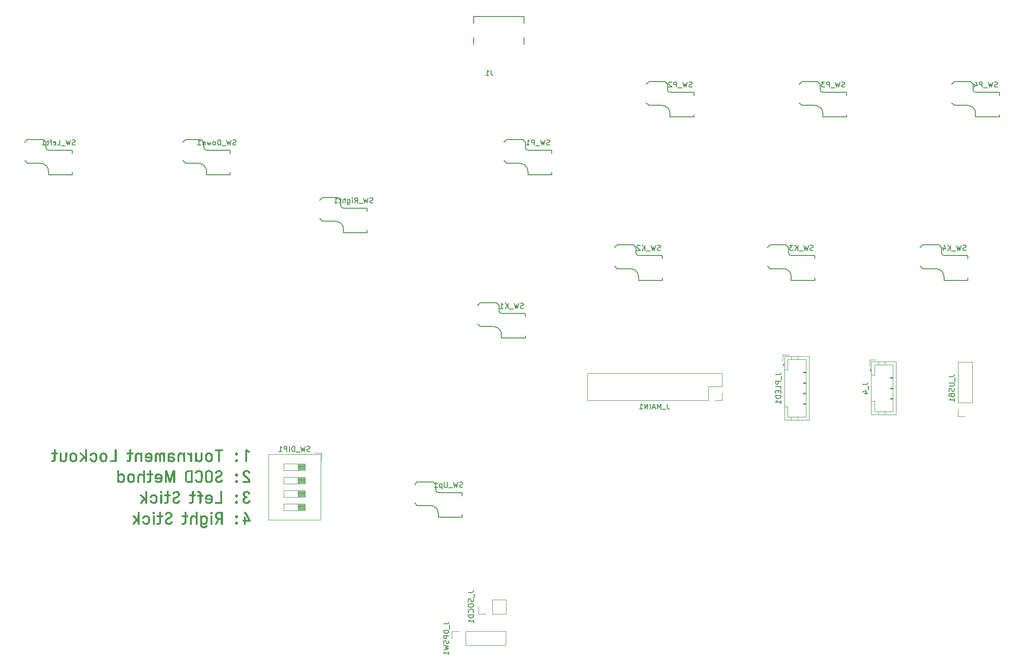
<source format=gbr>
G04 #@! TF.GenerationSoftware,KiCad,Pcbnew,5.1.9+dfsg1-1*
G04 #@! TF.CreationDate,2021-10-01T14:26:28-05:00*
G04 #@! TF.ProjectId,thornbox,74686f72-6e62-46f7-982e-6b696361645f,rev?*
G04 #@! TF.SameCoordinates,Original*
G04 #@! TF.FileFunction,Legend,Bot*
G04 #@! TF.FilePolarity,Positive*
%FSLAX46Y46*%
G04 Gerber Fmt 4.6, Leading zero omitted, Abs format (unit mm)*
G04 Created by KiCad (PCBNEW 5.1.9+dfsg1-1) date 2021-10-01 14:26:28*
%MOMM*%
%LPD*%
G01*
G04 APERTURE LIST*
%ADD10C,0.010000*%
%ADD11C,0.120000*%
%ADD12C,0.200000*%
%ADD13C,0.150000*%
G04 APERTURE END LIST*
D10*
G36*
X103109343Y-108746229D02*
G01*
X102993023Y-108790618D01*
X102944900Y-108836086D01*
X102887866Y-108946091D01*
X102898361Y-109038982D01*
X102979850Y-109143020D01*
X102982909Y-109146090D01*
X103087606Y-109229449D01*
X103180429Y-109241723D01*
X103289642Y-109186380D01*
X103292914Y-109184099D01*
X103361298Y-109092796D01*
X103388556Y-108967357D01*
X103370394Y-108846588D01*
X103336200Y-108792799D01*
X103236671Y-108745525D01*
X103109343Y-108746229D01*
G37*
X103109343Y-108746229D02*
X102993023Y-108790618D01*
X102944900Y-108836086D01*
X102887866Y-108946091D01*
X102898361Y-109038982D01*
X102979850Y-109143020D01*
X102982909Y-109146090D01*
X103087606Y-109229449D01*
X103180429Y-109241723D01*
X103289642Y-109186380D01*
X103292914Y-109184099D01*
X103361298Y-109092796D01*
X103388556Y-108967357D01*
X103370394Y-108846588D01*
X103336200Y-108792799D01*
X103236671Y-108745525D01*
X103109343Y-108746229D01*
G36*
X68504333Y-108742000D02*
G01*
X67996333Y-108742000D01*
X67996333Y-108996000D01*
X68251528Y-108995999D01*
X68506722Y-108995999D01*
X68494944Y-109578083D01*
X68483166Y-110160166D01*
X68250333Y-110181333D01*
X68116200Y-110196963D01*
X68044682Y-110220620D01*
X68013834Y-110264564D01*
X68004105Y-110318916D01*
X67990709Y-110435333D01*
X68266327Y-110435333D01*
X68430456Y-110429769D01*
X68539991Y-110407964D01*
X68624571Y-110362249D01*
X68660723Y-110333267D01*
X68706899Y-110291458D01*
X68739541Y-110248655D01*
X68761393Y-110189946D01*
X68775200Y-110100420D01*
X68783706Y-109965168D01*
X68789657Y-109769277D01*
X68793206Y-109613600D01*
X68806913Y-108996000D01*
X68994290Y-108996000D01*
X69110194Y-108992153D01*
X69164625Y-108970151D01*
X69180741Y-108914297D01*
X69181666Y-108869000D01*
X69176144Y-108790905D01*
X69144259Y-108753917D01*
X69063035Y-108742717D01*
X68991166Y-108742000D01*
X68800666Y-108742000D01*
X68800666Y-108107000D01*
X68504333Y-108107000D01*
X68504333Y-108742000D01*
G37*
X68504333Y-108742000D02*
X67996333Y-108742000D01*
X67996333Y-108996000D01*
X68251528Y-108995999D01*
X68506722Y-108995999D01*
X68494944Y-109578083D01*
X68483166Y-110160166D01*
X68250333Y-110181333D01*
X68116200Y-110196963D01*
X68044682Y-110220620D01*
X68013834Y-110264564D01*
X68004105Y-110318916D01*
X67990709Y-110435333D01*
X68266327Y-110435333D01*
X68430456Y-110429769D01*
X68539991Y-110407964D01*
X68624571Y-110362249D01*
X68660723Y-110333267D01*
X68706899Y-110291458D01*
X68739541Y-110248655D01*
X68761393Y-110189946D01*
X68775200Y-110100420D01*
X68783706Y-109965168D01*
X68789657Y-109769277D01*
X68793206Y-109613600D01*
X68806913Y-108996000D01*
X68994290Y-108996000D01*
X69110194Y-108992153D01*
X69164625Y-108970151D01*
X69180741Y-108914297D01*
X69181666Y-108869000D01*
X69176144Y-108790905D01*
X69144259Y-108753917D01*
X69063035Y-108742717D01*
X68991166Y-108742000D01*
X68800666Y-108742000D01*
X68800666Y-108107000D01*
X68504333Y-108107000D01*
X68504333Y-108742000D01*
G36*
X74427968Y-109525166D02*
G01*
X74059067Y-109130193D01*
X73905428Y-108967236D01*
X73795370Y-108857122D01*
X73715449Y-108790108D01*
X73652224Y-108756450D01*
X73592253Y-108746406D01*
X73533402Y-108749193D01*
X73376637Y-108763166D01*
X73712815Y-109138440D01*
X73845599Y-109293039D01*
X73947171Y-109423923D01*
X74008201Y-109518257D01*
X74020493Y-109561774D01*
X73985034Y-109612775D01*
X73909470Y-109716250D01*
X73804855Y-109857206D01*
X73682240Y-110020650D01*
X73680783Y-110022583D01*
X73369573Y-110435333D01*
X73536655Y-110435333D01*
X73613485Y-110431868D01*
X73675402Y-110413360D01*
X73737037Y-110367633D01*
X73813021Y-110282515D01*
X73917983Y-110145833D01*
X73972048Y-110073067D01*
X74240357Y-109710800D01*
X74335468Y-109829650D01*
X74396137Y-109930349D01*
X74424921Y-110055655D01*
X74430790Y-110191916D01*
X74432792Y-110328806D01*
X74445599Y-110401414D01*
X74479863Y-110430124D01*
X74546237Y-110435321D01*
X74558000Y-110435333D01*
X74685000Y-110435333D01*
X74685000Y-108107000D01*
X74431000Y-108107000D01*
X74427968Y-109525166D01*
G37*
X74427968Y-109525166D02*
X74059067Y-109130193D01*
X73905428Y-108967236D01*
X73795370Y-108857122D01*
X73715449Y-108790108D01*
X73652224Y-108756450D01*
X73592253Y-108746406D01*
X73533402Y-108749193D01*
X73376637Y-108763166D01*
X73712815Y-109138440D01*
X73845599Y-109293039D01*
X73947171Y-109423923D01*
X74008201Y-109518257D01*
X74020493Y-109561774D01*
X73985034Y-109612775D01*
X73909470Y-109716250D01*
X73804855Y-109857206D01*
X73682240Y-110020650D01*
X73680783Y-110022583D01*
X73369573Y-110435333D01*
X73536655Y-110435333D01*
X73613485Y-110431868D01*
X73675402Y-110413360D01*
X73737037Y-110367633D01*
X73813021Y-110282515D01*
X73917983Y-110145833D01*
X73972048Y-110073067D01*
X74240357Y-109710800D01*
X74335468Y-109829650D01*
X74396137Y-109930349D01*
X74424921Y-110055655D01*
X74430790Y-110191916D01*
X74432792Y-110328806D01*
X74445599Y-110401414D01*
X74479863Y-110430124D01*
X74546237Y-110435321D01*
X74558000Y-110435333D01*
X74685000Y-110435333D01*
X74685000Y-108107000D01*
X74431000Y-108107000D01*
X74427968Y-109525166D01*
G36*
X80061333Y-110178560D02*
G01*
X79108833Y-110202500D01*
X79095438Y-110318916D01*
X79082043Y-110435333D01*
X80357666Y-110435333D01*
X80357666Y-108107000D01*
X80061333Y-108107000D01*
X80061333Y-110178560D01*
G37*
X80061333Y-110178560D02*
X79108833Y-110202500D01*
X79095438Y-110318916D01*
X79082043Y-110435333D01*
X80357666Y-110435333D01*
X80357666Y-108107000D01*
X80061333Y-108107000D01*
X80061333Y-110178560D01*
G36*
X82813000Y-108742000D02*
G01*
X82305000Y-108742000D01*
X82305000Y-108996000D01*
X82560194Y-108995999D01*
X82815389Y-108995999D01*
X82803611Y-109578083D01*
X82791833Y-110160166D01*
X82548416Y-110172862D01*
X82411536Y-110182202D01*
X82338905Y-110199552D01*
X82310176Y-110236411D01*
X82305005Y-110304278D01*
X82305000Y-110310445D01*
X82305000Y-110435333D01*
X82582091Y-110435333D01*
X82741917Y-110430679D01*
X82845163Y-110411660D01*
X82919644Y-110370691D01*
X82963091Y-110331424D01*
X83003611Y-110287398D01*
X83031944Y-110239947D01*
X83050266Y-110173993D01*
X83060756Y-110074456D01*
X83065590Y-109926259D01*
X83066944Y-109714322D01*
X83067000Y-109611757D01*
X83067000Y-108996000D01*
X83278666Y-108996000D01*
X83403968Y-108993225D01*
X83466451Y-108976165D01*
X83487956Y-108931715D01*
X83490333Y-108869000D01*
X83485709Y-108793819D01*
X83457275Y-108756329D01*
X83383193Y-108743426D01*
X83278666Y-108742000D01*
X83067000Y-108742000D01*
X83067000Y-108107000D01*
X82813000Y-108107000D01*
X82813000Y-108742000D01*
G37*
X82813000Y-108742000D02*
X82305000Y-108742000D01*
X82305000Y-108996000D01*
X82560194Y-108995999D01*
X82815389Y-108995999D01*
X82803611Y-109578083D01*
X82791833Y-110160166D01*
X82548416Y-110172862D01*
X82411536Y-110182202D01*
X82338905Y-110199552D01*
X82310176Y-110236411D01*
X82305005Y-110304278D01*
X82305000Y-110310445D01*
X82305000Y-110435333D01*
X82582091Y-110435333D01*
X82741917Y-110430679D01*
X82845163Y-110411660D01*
X82919644Y-110370691D01*
X82963091Y-110331424D01*
X83003611Y-110287398D01*
X83031944Y-110239947D01*
X83050266Y-110173993D01*
X83060756Y-110074456D01*
X83065590Y-109926259D01*
X83066944Y-109714322D01*
X83067000Y-109611757D01*
X83067000Y-108996000D01*
X83278666Y-108996000D01*
X83403968Y-108993225D01*
X83466451Y-108976165D01*
X83487956Y-108931715D01*
X83490333Y-108869000D01*
X83485709Y-108793819D01*
X83457275Y-108756329D01*
X83383193Y-108743426D01*
X83278666Y-108742000D01*
X83067000Y-108742000D01*
X83067000Y-108107000D01*
X82813000Y-108107000D01*
X82813000Y-108742000D01*
G36*
X85011366Y-108751370D02*
G01*
X84976880Y-108797069D01*
X84971059Y-108879583D01*
X84967926Y-108970799D01*
X84950642Y-108986631D01*
X84904666Y-108936357D01*
X84896975Y-108926871D01*
X84755488Y-108805022D01*
X84573872Y-108748257D01*
X84468775Y-108742000D01*
X84259264Y-108768926D01*
X84100613Y-108855517D01*
X83986825Y-108992685D01*
X83950008Y-109059552D01*
X83923486Y-109133253D01*
X83905090Y-109229599D01*
X83892651Y-109364401D01*
X83884002Y-109553469D01*
X83877508Y-109789750D01*
X83862286Y-110435333D01*
X84167666Y-110435333D01*
X84167666Y-109866589D01*
X84170735Y-109645844D01*
X84179125Y-109447282D01*
X84191616Y-109290635D01*
X84206986Y-109195634D01*
X84209731Y-109187208D01*
X84294666Y-109073478D01*
X84432466Y-109002544D01*
X84598036Y-108984179D01*
X84691029Y-108999799D01*
X84791887Y-109038019D01*
X84865846Y-109096917D01*
X84916860Y-109188626D01*
X84948885Y-109325278D01*
X84965877Y-109519009D01*
X84971789Y-109781950D01*
X84972000Y-109861731D01*
X84972000Y-110435333D01*
X85226000Y-110435333D01*
X85226000Y-108742000D01*
X85099000Y-108742000D01*
X85011366Y-108751370D01*
G37*
X85011366Y-108751370D02*
X84976880Y-108797069D01*
X84971059Y-108879583D01*
X84967926Y-108970799D01*
X84950642Y-108986631D01*
X84904666Y-108936357D01*
X84896975Y-108926871D01*
X84755488Y-108805022D01*
X84573872Y-108748257D01*
X84468775Y-108742000D01*
X84259264Y-108768926D01*
X84100613Y-108855517D01*
X83986825Y-108992685D01*
X83950008Y-109059552D01*
X83923486Y-109133253D01*
X83905090Y-109229599D01*
X83892651Y-109364401D01*
X83884002Y-109553469D01*
X83877508Y-109789750D01*
X83862286Y-110435333D01*
X84167666Y-110435333D01*
X84167666Y-109866589D01*
X84170735Y-109645844D01*
X84179125Y-109447282D01*
X84191616Y-109290635D01*
X84206986Y-109195634D01*
X84209731Y-109187208D01*
X84294666Y-109073478D01*
X84432466Y-109002544D01*
X84598036Y-108984179D01*
X84691029Y-108999799D01*
X84791887Y-109038019D01*
X84865846Y-109096917D01*
X84916860Y-109188626D01*
X84948885Y-109325278D01*
X84965877Y-109519009D01*
X84971789Y-109781950D01*
X84972000Y-109861731D01*
X84972000Y-110435333D01*
X85226000Y-110435333D01*
X85226000Y-108742000D01*
X85099000Y-108742000D01*
X85011366Y-108751370D01*
G36*
X87967244Y-108765765D02*
G01*
X87854510Y-108843741D01*
X87791793Y-108927628D01*
X87745629Y-109035201D01*
X87713815Y-109179381D01*
X87694145Y-109373090D01*
X87684418Y-109629249D01*
X87682343Y-109853250D01*
X87681333Y-110435333D01*
X87977666Y-110435333D01*
X87977666Y-109787257D01*
X87979425Y-109515806D01*
X87986756Y-109316518D01*
X88002739Y-109176929D01*
X88030455Y-109084572D01*
X88072985Y-109026982D01*
X88133410Y-108991692D01*
X88178045Y-108976478D01*
X88271599Y-108977501D01*
X88370199Y-109046167D01*
X88379128Y-109054946D01*
X88420042Y-109098864D01*
X88448862Y-109145136D01*
X88467705Y-109208540D01*
X88478690Y-109303856D01*
X88483933Y-109445860D01*
X88485553Y-109649332D01*
X88485666Y-109798409D01*
X88485666Y-110435333D01*
X88733707Y-110435333D01*
X88747270Y-109775331D01*
X88752968Y-109524963D01*
X88759569Y-109345272D01*
X88769234Y-109222276D01*
X88784127Y-109141994D01*
X88806408Y-109090446D01*
X88838241Y-109053650D01*
X88861983Y-109033517D01*
X88988200Y-108977018D01*
X89112890Y-109001120D01*
X89194750Y-109071865D01*
X89218020Y-109136448D01*
X89234278Y-109265860D01*
X89243990Y-109466376D01*
X89247617Y-109744271D01*
X89247666Y-109787257D01*
X89247666Y-110435333D01*
X89544000Y-110435333D01*
X89544000Y-108742000D01*
X89395833Y-108742000D01*
X89293714Y-108751470D01*
X89252510Y-108788444D01*
X89247666Y-108826666D01*
X89247666Y-108911333D01*
X89163000Y-108826666D01*
X89034380Y-108752679D01*
X88877807Y-108739301D01*
X88722463Y-108784658D01*
X88619068Y-108861566D01*
X88506833Y-108981132D01*
X88408363Y-108861566D01*
X88280812Y-108767045D01*
X88124053Y-108734799D01*
X87967244Y-108765765D01*
G37*
X87967244Y-108765765D02*
X87854510Y-108843741D01*
X87791793Y-108927628D01*
X87745629Y-109035201D01*
X87713815Y-109179381D01*
X87694145Y-109373090D01*
X87684418Y-109629249D01*
X87682343Y-109853250D01*
X87681333Y-110435333D01*
X87977666Y-110435333D01*
X87977666Y-109787257D01*
X87979425Y-109515806D01*
X87986756Y-109316518D01*
X88002739Y-109176929D01*
X88030455Y-109084572D01*
X88072985Y-109026982D01*
X88133410Y-108991692D01*
X88178045Y-108976478D01*
X88271599Y-108977501D01*
X88370199Y-109046167D01*
X88379128Y-109054946D01*
X88420042Y-109098864D01*
X88448862Y-109145136D01*
X88467705Y-109208540D01*
X88478690Y-109303856D01*
X88483933Y-109445860D01*
X88485553Y-109649332D01*
X88485666Y-109798409D01*
X88485666Y-110435333D01*
X88733707Y-110435333D01*
X88747270Y-109775331D01*
X88752968Y-109524963D01*
X88759569Y-109345272D01*
X88769234Y-109222276D01*
X88784127Y-109141994D01*
X88806408Y-109090446D01*
X88838241Y-109053650D01*
X88861983Y-109033517D01*
X88988200Y-108977018D01*
X89112890Y-109001120D01*
X89194750Y-109071865D01*
X89218020Y-109136448D01*
X89234278Y-109265860D01*
X89243990Y-109466376D01*
X89247617Y-109744271D01*
X89247666Y-109787257D01*
X89247666Y-110435333D01*
X89544000Y-110435333D01*
X89544000Y-108742000D01*
X89395833Y-108742000D01*
X89293714Y-108751470D01*
X89252510Y-108788444D01*
X89247666Y-108826666D01*
X89247666Y-108911333D01*
X89163000Y-108826666D01*
X89034380Y-108752679D01*
X88877807Y-108739301D01*
X88722463Y-108784658D01*
X88619068Y-108861566D01*
X88506833Y-108981132D01*
X88408363Y-108861566D01*
X88280812Y-108767045D01*
X88124053Y-108734799D01*
X87967244Y-108765765D01*
G36*
X93106223Y-108749181D02*
G01*
X93065369Y-108784979D01*
X93057666Y-108865743D01*
X93057666Y-108989487D01*
X92933923Y-108865743D01*
X92846032Y-108790828D01*
X92754647Y-108753859D01*
X92624056Y-108742358D01*
X92579799Y-108742000D01*
X92404842Y-108755303D01*
X92280808Y-108800417D01*
X92237030Y-108830404D01*
X92151380Y-108906283D01*
X92088890Y-108988713D01*
X92046020Y-109092112D01*
X92019228Y-109230900D01*
X92004972Y-109419495D01*
X91999712Y-109672316D01*
X91999333Y-109798231D01*
X91999333Y-110435333D01*
X92253333Y-110435333D01*
X92253333Y-109883640D01*
X92257789Y-109592910D01*
X92273460Y-109375078D01*
X92303805Y-109218730D01*
X92352280Y-109112453D01*
X92422342Y-109044833D01*
X92517450Y-109004459D01*
X92519858Y-109003788D01*
X92720586Y-108980202D01*
X92882211Y-109030104D01*
X92973952Y-109112659D01*
X93007302Y-109163288D01*
X93030499Y-109226155D01*
X93045336Y-109316559D01*
X93053606Y-109449800D01*
X93057101Y-109641179D01*
X93057666Y-109827209D01*
X93057666Y-110435333D01*
X93354000Y-110435333D01*
X93354000Y-108742000D01*
X93205833Y-108742000D01*
X93106223Y-108749181D01*
G37*
X93106223Y-108749181D02*
X93065369Y-108784979D01*
X93057666Y-108865743D01*
X93057666Y-108989487D01*
X92933923Y-108865743D01*
X92846032Y-108790828D01*
X92754647Y-108753859D01*
X92624056Y-108742358D01*
X92579799Y-108742000D01*
X92404842Y-108755303D01*
X92280808Y-108800417D01*
X92237030Y-108830404D01*
X92151380Y-108906283D01*
X92088890Y-108988713D01*
X92046020Y-109092112D01*
X92019228Y-109230900D01*
X92004972Y-109419495D01*
X91999712Y-109672316D01*
X91999333Y-109798231D01*
X91999333Y-110435333D01*
X92253333Y-110435333D01*
X92253333Y-109883640D01*
X92257789Y-109592910D01*
X92273460Y-109375078D01*
X92303805Y-109218730D01*
X92352280Y-109112453D01*
X92422342Y-109044833D01*
X92517450Y-109004459D01*
X92519858Y-109003788D01*
X92720586Y-108980202D01*
X92882211Y-109030104D01*
X92973952Y-109112659D01*
X93007302Y-109163288D01*
X93030499Y-109226155D01*
X93045336Y-109316559D01*
X93053606Y-109449800D01*
X93057101Y-109641179D01*
X93057666Y-109827209D01*
X93057666Y-110435333D01*
X93354000Y-110435333D01*
X93354000Y-108742000D01*
X93205833Y-108742000D01*
X93106223Y-108749181D01*
G36*
X94528750Y-108749901D02*
G01*
X94436513Y-108767725D01*
X94394486Y-108815376D01*
X94378219Y-108918714D01*
X94365271Y-109074262D01*
X94230052Y-108929183D01*
X94109891Y-108828331D01*
X93983780Y-108764582D01*
X93957250Y-108757760D01*
X93863593Y-108745971D01*
X93826348Y-108773250D01*
X93819667Y-108858617D01*
X93819666Y-108858997D01*
X93829890Y-108945906D01*
X93877069Y-108990458D01*
X93974203Y-109015568D01*
X94109201Y-109066363D01*
X94235984Y-109152483D01*
X94249369Y-109165190D01*
X94370000Y-109285820D01*
X94370000Y-110435333D01*
X94666333Y-110435333D01*
X94666333Y-108736635D01*
X94528750Y-108749901D01*
G37*
X94528750Y-108749901D02*
X94436513Y-108767725D01*
X94394486Y-108815376D01*
X94378219Y-108918714D01*
X94365271Y-109074262D01*
X94230052Y-108929183D01*
X94109891Y-108828331D01*
X93983780Y-108764582D01*
X93957250Y-108757760D01*
X93863593Y-108745971D01*
X93826348Y-108773250D01*
X93819667Y-108858617D01*
X93819666Y-108858997D01*
X93829890Y-108945906D01*
X93877069Y-108990458D01*
X93974203Y-109015568D01*
X94109201Y-109066363D01*
X94235984Y-109152483D01*
X94249369Y-109165190D01*
X94370000Y-109285820D01*
X94370000Y-110435333D01*
X94666333Y-110435333D01*
X94666333Y-108736635D01*
X94528750Y-108749901D01*
G36*
X99111333Y-108361000D02*
G01*
X99661666Y-108361000D01*
X99661666Y-110435333D01*
X99958000Y-110435333D01*
X99958000Y-108364868D01*
X100243750Y-108352350D01*
X100395429Y-108343854D01*
X100482176Y-108329413D01*
X100523690Y-108300537D01*
X100539667Y-108248738D01*
X100542895Y-108223416D01*
X100556290Y-108107000D01*
X99111333Y-108107000D01*
X99111333Y-108361000D01*
G37*
X99111333Y-108361000D02*
X99661666Y-108361000D01*
X99661666Y-110435333D01*
X99958000Y-110435333D01*
X99958000Y-108364868D01*
X100243750Y-108352350D01*
X100395429Y-108343854D01*
X100482176Y-108329413D01*
X100523690Y-108300537D01*
X100539667Y-108248738D01*
X100542895Y-108223416D01*
X100556290Y-108107000D01*
X99111333Y-108107000D01*
X99111333Y-108361000D01*
G36*
X104826333Y-110435333D02*
G01*
X105080333Y-110435333D01*
X105080333Y-109440500D01*
X105081341Y-109160428D01*
X105084170Y-108910862D01*
X105088529Y-108703493D01*
X105094126Y-108550012D01*
X105100668Y-108462111D01*
X105105163Y-108445666D01*
X105150593Y-108468419D01*
X105241150Y-108526977D01*
X105318128Y-108580775D01*
X105506264Y-108715884D01*
X105684098Y-108538050D01*
X105392799Y-108323163D01*
X105210066Y-108198623D01*
X105071161Y-108129101D01*
X104963916Y-108107638D01*
X104826333Y-108107000D01*
X104826333Y-110435333D01*
G37*
X104826333Y-110435333D02*
X105080333Y-110435333D01*
X105080333Y-109440500D01*
X105081341Y-109160428D01*
X105084170Y-108910862D01*
X105088529Y-108703493D01*
X105094126Y-108550012D01*
X105100668Y-108462111D01*
X105105163Y-108445666D01*
X105150593Y-108468419D01*
X105241150Y-108526977D01*
X105318128Y-108580775D01*
X105506264Y-108715884D01*
X105684098Y-108538050D01*
X105392799Y-108323163D01*
X105210066Y-108198623D01*
X105071161Y-108129101D01*
X104963916Y-108107638D01*
X104826333Y-108107000D01*
X104826333Y-110435333D01*
G36*
X70663333Y-109332674D02*
G01*
X70659909Y-109574396D01*
X70650370Y-109781047D01*
X70635816Y-109936383D01*
X70617348Y-110024160D01*
X70616332Y-110026506D01*
X70522859Y-110138498D01*
X70380985Y-110206092D01*
X70218578Y-110221641D01*
X70064300Y-110177925D01*
X69985713Y-110114026D01*
X69928416Y-110011550D01*
X69889907Y-109859725D01*
X69867687Y-109647782D01*
X69859253Y-109364948D01*
X69859000Y-109293693D01*
X69859000Y-108742000D01*
X69605000Y-108742000D01*
X69605000Y-110435333D01*
X69732000Y-110435333D01*
X69819790Y-110425939D01*
X69853865Y-110380120D01*
X69859000Y-110298913D01*
X69859000Y-110162494D01*
X69928032Y-110261052D01*
X70035448Y-110359502D01*
X70187553Y-110437197D01*
X70344385Y-110474970D01*
X70376223Y-110476009D01*
X70484837Y-110457571D01*
X70599833Y-110418293D01*
X70722793Y-110349523D01*
X70815405Y-110258538D01*
X70881506Y-110133711D01*
X70924935Y-109963416D01*
X70949532Y-109736025D01*
X70959134Y-109439911D01*
X70959666Y-109328349D01*
X70959666Y-108742000D01*
X70663333Y-108742000D01*
X70663333Y-109332674D01*
G37*
X70663333Y-109332674D02*
X70659909Y-109574396D01*
X70650370Y-109781047D01*
X70635816Y-109936383D01*
X70617348Y-110024160D01*
X70616332Y-110026506D01*
X70522859Y-110138498D01*
X70380985Y-110206092D01*
X70218578Y-110221641D01*
X70064300Y-110177925D01*
X69985713Y-110114026D01*
X69928416Y-110011550D01*
X69889907Y-109859725D01*
X69867687Y-109647782D01*
X69859253Y-109364948D01*
X69859000Y-109293693D01*
X69859000Y-108742000D01*
X69605000Y-108742000D01*
X69605000Y-110435333D01*
X69732000Y-110435333D01*
X69819790Y-110425939D01*
X69853865Y-110380120D01*
X69859000Y-110298913D01*
X69859000Y-110162494D01*
X69928032Y-110261052D01*
X70035448Y-110359502D01*
X70187553Y-110437197D01*
X70344385Y-110474970D01*
X70376223Y-110476009D01*
X70484837Y-110457571D01*
X70599833Y-110418293D01*
X70722793Y-110349523D01*
X70815405Y-110258538D01*
X70881506Y-110133711D01*
X70924935Y-109963416D01*
X70949532Y-109736025D01*
X70959134Y-109439911D01*
X70959666Y-109328349D01*
X70959666Y-108742000D01*
X70663333Y-108742000D01*
X70663333Y-109332674D01*
G36*
X71898893Y-108774490D02*
G01*
X71771703Y-108825591D01*
X71626509Y-108956224D01*
X71530336Y-109139254D01*
X71480646Y-109381925D01*
X71474211Y-109674951D01*
X71491576Y-109903576D01*
X71529172Y-110070559D01*
X71596610Y-110198258D01*
X71703503Y-110309029D01*
X71769106Y-110360857D01*
X71922456Y-110431748D01*
X72118932Y-110462681D01*
X72326194Y-110452082D01*
X72511900Y-110398377D01*
X72514542Y-110397148D01*
X72656382Y-110315317D01*
X72755523Y-110214544D01*
X72818717Y-110079351D01*
X72852721Y-109894261D01*
X72861779Y-109698107D01*
X72607152Y-109698107D01*
X72592619Y-109873895D01*
X72560986Y-110001136D01*
X72556291Y-110011165D01*
X72449177Y-110138712D01*
X72300550Y-110209018D01*
X72134020Y-110218949D01*
X71973196Y-110165370D01*
X71887743Y-110099923D01*
X71827691Y-110034691D01*
X71791049Y-109971165D01*
X71772062Y-109886569D01*
X71764973Y-109758129D01*
X71764000Y-109610306D01*
X71769729Y-109388746D01*
X71791410Y-109234399D01*
X71835784Y-109130313D01*
X71909594Y-109059536D01*
X72001789Y-109012367D01*
X72181126Y-108973120D01*
X72348518Y-108999889D01*
X72482918Y-109085948D01*
X72550369Y-109187634D01*
X72585805Y-109324160D01*
X72604807Y-109504590D01*
X72607152Y-109698107D01*
X72861779Y-109698107D01*
X72864288Y-109643794D01*
X72864508Y-109595198D01*
X72859082Y-109352476D01*
X72838530Y-109175457D01*
X72796742Y-109045656D01*
X72727613Y-108944592D01*
X72625032Y-108853781D01*
X72617677Y-108848252D01*
X72478039Y-108784349D01*
X72290544Y-108750187D01*
X72086920Y-108746618D01*
X71898893Y-108774490D01*
G37*
X71898893Y-108774490D02*
X71771703Y-108825591D01*
X71626509Y-108956224D01*
X71530336Y-109139254D01*
X71480646Y-109381925D01*
X71474211Y-109674951D01*
X71491576Y-109903576D01*
X71529172Y-110070559D01*
X71596610Y-110198258D01*
X71703503Y-110309029D01*
X71769106Y-110360857D01*
X71922456Y-110431748D01*
X72118932Y-110462681D01*
X72326194Y-110452082D01*
X72511900Y-110398377D01*
X72514542Y-110397148D01*
X72656382Y-110315317D01*
X72755523Y-110214544D01*
X72818717Y-110079351D01*
X72852721Y-109894261D01*
X72861779Y-109698107D01*
X72607152Y-109698107D01*
X72592619Y-109873895D01*
X72560986Y-110001136D01*
X72556291Y-110011165D01*
X72449177Y-110138712D01*
X72300550Y-110209018D01*
X72134020Y-110218949D01*
X71973196Y-110165370D01*
X71887743Y-110099923D01*
X71827691Y-110034691D01*
X71791049Y-109971165D01*
X71772062Y-109886569D01*
X71764973Y-109758129D01*
X71764000Y-109610306D01*
X71769729Y-109388746D01*
X71791410Y-109234399D01*
X71835784Y-109130313D01*
X71909594Y-109059536D01*
X72001789Y-109012367D01*
X72181126Y-108973120D01*
X72348518Y-108999889D01*
X72482918Y-109085948D01*
X72550369Y-109187634D01*
X72585805Y-109324160D01*
X72604807Y-109504590D01*
X72607152Y-109698107D01*
X72861779Y-109698107D01*
X72864288Y-109643794D01*
X72864508Y-109595198D01*
X72859082Y-109352476D01*
X72838530Y-109175457D01*
X72796742Y-109045656D01*
X72727613Y-108944592D01*
X72625032Y-108853781D01*
X72617677Y-108848252D01*
X72478039Y-108784349D01*
X72290544Y-108750187D01*
X72086920Y-108746618D01*
X71898893Y-108774490D01*
G36*
X75760023Y-108766433D02*
G01*
X75637067Y-108802952D01*
X75504503Y-108892301D01*
X75394335Y-109025858D01*
X75329003Y-109172714D01*
X75320158Y-109239416D01*
X75337546Y-109309659D01*
X75405931Y-109333643D01*
X75439360Y-109334666D01*
X75533245Y-109315437D01*
X75597036Y-109242874D01*
X75619277Y-109197083D01*
X75715134Y-109072811D01*
X75855247Y-108999727D01*
X76015978Y-108978594D01*
X76173688Y-109010174D01*
X76304740Y-109095231D01*
X76361203Y-109173139D01*
X76397938Y-109275017D01*
X76415472Y-109412730D01*
X76416129Y-109607697D01*
X76414187Y-109661667D01*
X76404724Y-109839626D01*
X76389824Y-109955140D01*
X76363041Y-110030425D01*
X76317925Y-110087698D01*
X76280722Y-110121499D01*
X76118259Y-110210920D01*
X75942382Y-110224070D01*
X75774554Y-110161744D01*
X75697743Y-110099923D01*
X75619347Y-110006321D01*
X75576634Y-109925747D01*
X75574000Y-109909423D01*
X75542230Y-109858493D01*
X75441461Y-109842666D01*
X75355333Y-109848019D01*
X75323593Y-109880667D01*
X75328971Y-109965491D01*
X75334038Y-109997441D01*
X75403302Y-110180531D01*
X75536289Y-110325029D01*
X75718200Y-110424003D01*
X75934236Y-110470523D01*
X76169595Y-110457656D01*
X76266465Y-110434139D01*
X76426414Y-110364050D01*
X76541960Y-110256729D01*
X76618349Y-110101268D01*
X76660825Y-109886756D01*
X76674634Y-109602286D01*
X76674666Y-109585182D01*
X76665421Y-109321182D01*
X76633729Y-109125572D01*
X76573656Y-108983700D01*
X76479267Y-108880914D01*
X76360685Y-108810006D01*
X76184216Y-108759256D01*
X75970742Y-108744602D01*
X75760023Y-108766433D01*
G37*
X75760023Y-108766433D02*
X75637067Y-108802952D01*
X75504503Y-108892301D01*
X75394335Y-109025858D01*
X75329003Y-109172714D01*
X75320158Y-109239416D01*
X75337546Y-109309659D01*
X75405931Y-109333643D01*
X75439360Y-109334666D01*
X75533245Y-109315437D01*
X75597036Y-109242874D01*
X75619277Y-109197083D01*
X75715134Y-109072811D01*
X75855247Y-108999727D01*
X76015978Y-108978594D01*
X76173688Y-109010174D01*
X76304740Y-109095231D01*
X76361203Y-109173139D01*
X76397938Y-109275017D01*
X76415472Y-109412730D01*
X76416129Y-109607697D01*
X76414187Y-109661667D01*
X76404724Y-109839626D01*
X76389824Y-109955140D01*
X76363041Y-110030425D01*
X76317925Y-110087698D01*
X76280722Y-110121499D01*
X76118259Y-110210920D01*
X75942382Y-110224070D01*
X75774554Y-110161744D01*
X75697743Y-110099923D01*
X75619347Y-110006321D01*
X75576634Y-109925747D01*
X75574000Y-109909423D01*
X75542230Y-109858493D01*
X75441461Y-109842666D01*
X75355333Y-109848019D01*
X75323593Y-109880667D01*
X75328971Y-109965491D01*
X75334038Y-109997441D01*
X75403302Y-110180531D01*
X75536289Y-110325029D01*
X75718200Y-110424003D01*
X75934236Y-110470523D01*
X76169595Y-110457656D01*
X76266465Y-110434139D01*
X76426414Y-110364050D01*
X76541960Y-110256729D01*
X76618349Y-110101268D01*
X76660825Y-109886756D01*
X76674634Y-109602286D01*
X76674666Y-109585182D01*
X76665421Y-109321182D01*
X76633729Y-109125572D01*
X76573656Y-108983700D01*
X76479267Y-108880914D01*
X76360685Y-108810006D01*
X76184216Y-108759256D01*
X75970742Y-108744602D01*
X75760023Y-108766433D01*
G36*
X77630304Y-108770319D02*
G01*
X77441568Y-108856358D01*
X77306474Y-109003137D01*
X77222938Y-109213513D01*
X77188875Y-109490347D01*
X77190847Y-109680051D01*
X77209802Y-109907841D01*
X77247597Y-110073700D01*
X77313809Y-110199857D01*
X77418011Y-110308540D01*
X77484106Y-110360857D01*
X77637456Y-110431748D01*
X77833932Y-110462681D01*
X78041194Y-110452082D01*
X78226900Y-110398377D01*
X78229542Y-110397148D01*
X78371176Y-110315496D01*
X78470229Y-110215018D01*
X78533437Y-110080248D01*
X78567533Y-109895725D01*
X78579255Y-109645985D01*
X78579508Y-109593663D01*
X78577987Y-109470956D01*
X78321512Y-109470956D01*
X78319187Y-109661667D01*
X78309724Y-109839626D01*
X78294824Y-109955140D01*
X78268041Y-110030425D01*
X78222925Y-110087698D01*
X78185722Y-110121499D01*
X78023259Y-110210920D01*
X77847382Y-110224070D01*
X77679554Y-110161744D01*
X77602743Y-110099923D01*
X77542691Y-110034691D01*
X77506049Y-109971165D01*
X77487062Y-109886569D01*
X77479973Y-109758129D01*
X77479000Y-109610306D01*
X77484145Y-109432619D01*
X77497840Y-109279662D01*
X77517477Y-109177179D01*
X77524741Y-109158966D01*
X77624023Y-109055603D01*
X77773909Y-108993476D01*
X77946761Y-108981470D01*
X78030598Y-108996340D01*
X78161624Y-109050791D01*
X78250119Y-109139593D01*
X78301582Y-109275422D01*
X78321512Y-109470956D01*
X78577987Y-109470956D01*
X78576881Y-109381738D01*
X78566786Y-109233692D01*
X78546175Y-109128852D01*
X78511998Y-109046545D01*
X78494333Y-109016086D01*
X78354868Y-108866360D01*
X78156897Y-108775403D01*
X77898419Y-108742329D01*
X77874769Y-108742158D01*
X77630304Y-108770319D01*
G37*
X77630304Y-108770319D02*
X77441568Y-108856358D01*
X77306474Y-109003137D01*
X77222938Y-109213513D01*
X77188875Y-109490347D01*
X77190847Y-109680051D01*
X77209802Y-109907841D01*
X77247597Y-110073700D01*
X77313809Y-110199857D01*
X77418011Y-110308540D01*
X77484106Y-110360857D01*
X77637456Y-110431748D01*
X77833932Y-110462681D01*
X78041194Y-110452082D01*
X78226900Y-110398377D01*
X78229542Y-110397148D01*
X78371176Y-110315496D01*
X78470229Y-110215018D01*
X78533437Y-110080248D01*
X78567533Y-109895725D01*
X78579255Y-109645985D01*
X78579508Y-109593663D01*
X78577987Y-109470956D01*
X78321512Y-109470956D01*
X78319187Y-109661667D01*
X78309724Y-109839626D01*
X78294824Y-109955140D01*
X78268041Y-110030425D01*
X78222925Y-110087698D01*
X78185722Y-110121499D01*
X78023259Y-110210920D01*
X77847382Y-110224070D01*
X77679554Y-110161744D01*
X77602743Y-110099923D01*
X77542691Y-110034691D01*
X77506049Y-109971165D01*
X77487062Y-109886569D01*
X77479973Y-109758129D01*
X77479000Y-109610306D01*
X77484145Y-109432619D01*
X77497840Y-109279662D01*
X77517477Y-109177179D01*
X77524741Y-109158966D01*
X77624023Y-109055603D01*
X77773909Y-108993476D01*
X77946761Y-108981470D01*
X78030598Y-108996340D01*
X78161624Y-109050791D01*
X78250119Y-109139593D01*
X78301582Y-109275422D01*
X78321512Y-109470956D01*
X78577987Y-109470956D01*
X78576881Y-109381738D01*
X78566786Y-109233692D01*
X78546175Y-109128852D01*
X78511998Y-109046545D01*
X78494333Y-109016086D01*
X78354868Y-108866360D01*
X78156897Y-108775403D01*
X77898419Y-108742329D01*
X77874769Y-108742158D01*
X77630304Y-108770319D01*
G36*
X86219988Y-108772866D02*
G01*
X86019762Y-108864332D01*
X85878930Y-109016103D01*
X85797943Y-109227723D01*
X85776491Y-109451083D01*
X85776333Y-109715666D01*
X86920946Y-109715666D01*
X86895038Y-109832083D01*
X86859080Y-109978501D01*
X86823616Y-110066340D01*
X86774435Y-110120399D01*
X86706769Y-110160630D01*
X86554733Y-110210461D01*
X86392474Y-110218891D01*
X86243709Y-110189993D01*
X86132157Y-110127840D01*
X86084799Y-110053823D01*
X86043448Y-109992147D01*
X85948973Y-109970280D01*
X85919562Y-109969666D01*
X85817941Y-109979035D01*
X85781836Y-110018613D01*
X85802747Y-110105608D01*
X85825935Y-110159214D01*
X85924849Y-110283097D01*
X86083767Y-110380364D01*
X86280374Y-110444207D01*
X86492358Y-110467814D01*
X86697403Y-110444376D01*
X86730158Y-110435163D01*
X86912588Y-110345617D01*
X87044412Y-110202385D01*
X87128782Y-109999385D01*
X87168847Y-109730535D01*
X87173267Y-109579443D01*
X87164462Y-109461666D01*
X86910417Y-109461666D01*
X86023606Y-109461666D01*
X86052199Y-109324083D01*
X86123651Y-109146360D01*
X86249537Y-109033338D01*
X86427785Y-108986665D01*
X86477628Y-108985512D01*
X86660263Y-109014225D01*
X86784318Y-109099908D01*
X86861048Y-109251654D01*
X86875559Y-109307109D01*
X86910417Y-109461666D01*
X87164462Y-109461666D01*
X87151057Y-109282379D01*
X87082417Y-109054253D01*
X86964146Y-108891206D01*
X86793046Y-108789377D01*
X86565916Y-108744905D01*
X86479156Y-108742158D01*
X86219988Y-108772866D01*
G37*
X86219988Y-108772866D02*
X86019762Y-108864332D01*
X85878930Y-109016103D01*
X85797943Y-109227723D01*
X85776491Y-109451083D01*
X85776333Y-109715666D01*
X86920946Y-109715666D01*
X86895038Y-109832083D01*
X86859080Y-109978501D01*
X86823616Y-110066340D01*
X86774435Y-110120399D01*
X86706769Y-110160630D01*
X86554733Y-110210461D01*
X86392474Y-110218891D01*
X86243709Y-110189993D01*
X86132157Y-110127840D01*
X86084799Y-110053823D01*
X86043448Y-109992147D01*
X85948973Y-109970280D01*
X85919562Y-109969666D01*
X85817941Y-109979035D01*
X85781836Y-110018613D01*
X85802747Y-110105608D01*
X85825935Y-110159214D01*
X85924849Y-110283097D01*
X86083767Y-110380364D01*
X86280374Y-110444207D01*
X86492358Y-110467814D01*
X86697403Y-110444376D01*
X86730158Y-110435163D01*
X86912588Y-110345617D01*
X87044412Y-110202385D01*
X87128782Y-109999385D01*
X87168847Y-109730535D01*
X87173267Y-109579443D01*
X87164462Y-109461666D01*
X86910417Y-109461666D01*
X86023606Y-109461666D01*
X86052199Y-109324083D01*
X86123651Y-109146360D01*
X86249537Y-109033338D01*
X86427785Y-108986665D01*
X86477628Y-108985512D01*
X86660263Y-109014225D01*
X86784318Y-109099908D01*
X86861048Y-109251654D01*
X86875559Y-109307109D01*
X86910417Y-109461666D01*
X87164462Y-109461666D01*
X87151057Y-109282379D01*
X87082417Y-109054253D01*
X86964146Y-108891206D01*
X86793046Y-108789377D01*
X86565916Y-108744905D01*
X86479156Y-108742158D01*
X86219988Y-108772866D01*
G36*
X90508545Y-108767161D02*
G01*
X90312816Y-108843503D01*
X90179301Y-108972312D01*
X90166556Y-108992632D01*
X90138001Y-109054715D01*
X90117850Y-109138144D01*
X90104776Y-109257301D01*
X90097453Y-109426569D01*
X90094552Y-109660328D01*
X90094333Y-109775115D01*
X90094333Y-110435333D01*
X90221333Y-110435333D01*
X90311395Y-110424708D01*
X90344567Y-110375534D01*
X90348333Y-110312515D01*
X90348333Y-110189697D01*
X90473822Y-110306921D01*
X90660164Y-110426155D01*
X90875707Y-110473418D01*
X91100360Y-110445580D01*
X91178985Y-110416837D01*
X91329700Y-110311356D01*
X91420666Y-110164603D01*
X91449986Y-110005391D01*
X91184827Y-110005391D01*
X91136295Y-110084409D01*
X91087821Y-110129729D01*
X90940996Y-110205063D01*
X90766207Y-110221730D01*
X90594091Y-110182171D01*
X90455284Y-110088829D01*
X90446074Y-110078575D01*
X90362230Y-109918987D01*
X90348333Y-109813029D01*
X90348333Y-109661112D01*
X90661971Y-109684833D01*
X90880552Y-109708956D01*
X91028896Y-109746421D01*
X91121135Y-109803501D01*
X91171403Y-109886469D01*
X91179743Y-109914643D01*
X91184827Y-110005391D01*
X91449986Y-110005391D01*
X91451838Y-109995336D01*
X91423171Y-109822317D01*
X91334618Y-109664306D01*
X91186133Y-109540064D01*
X91181133Y-109537265D01*
X91097151Y-109511034D01*
X90955173Y-109486249D01*
X90781823Y-109467260D01*
X90729333Y-109463449D01*
X90369500Y-109440500D01*
X90356524Y-109306795D01*
X90373471Y-109171682D01*
X90438589Y-109084545D01*
X90555147Y-109016520D01*
X90701496Y-108986222D01*
X90855974Y-108990359D01*
X90996920Y-109025640D01*
X91102671Y-109088772D01*
X91151566Y-109176464D01*
X91152666Y-109193061D01*
X91192085Y-109235635D01*
X91305422Y-109250000D01*
X91405236Y-109245112D01*
X91440871Y-109217637D01*
X91432751Y-109148355D01*
X91429124Y-109133583D01*
X91345014Y-108956125D01*
X91195549Y-108831056D01*
X90982861Y-108759645D01*
X90769583Y-108742000D01*
X90508545Y-108767161D01*
G37*
X90508545Y-108767161D02*
X90312816Y-108843503D01*
X90179301Y-108972312D01*
X90166556Y-108992632D01*
X90138001Y-109054715D01*
X90117850Y-109138144D01*
X90104776Y-109257301D01*
X90097453Y-109426569D01*
X90094552Y-109660328D01*
X90094333Y-109775115D01*
X90094333Y-110435333D01*
X90221333Y-110435333D01*
X90311395Y-110424708D01*
X90344567Y-110375534D01*
X90348333Y-110312515D01*
X90348333Y-110189697D01*
X90473822Y-110306921D01*
X90660164Y-110426155D01*
X90875707Y-110473418D01*
X91100360Y-110445580D01*
X91178985Y-110416837D01*
X91329700Y-110311356D01*
X91420666Y-110164603D01*
X91449986Y-110005391D01*
X91184827Y-110005391D01*
X91136295Y-110084409D01*
X91087821Y-110129729D01*
X90940996Y-110205063D01*
X90766207Y-110221730D01*
X90594091Y-110182171D01*
X90455284Y-110088829D01*
X90446074Y-110078575D01*
X90362230Y-109918987D01*
X90348333Y-109813029D01*
X90348333Y-109661112D01*
X90661971Y-109684833D01*
X90880552Y-109708956D01*
X91028896Y-109746421D01*
X91121135Y-109803501D01*
X91171403Y-109886469D01*
X91179743Y-109914643D01*
X91184827Y-110005391D01*
X91449986Y-110005391D01*
X91451838Y-109995336D01*
X91423171Y-109822317D01*
X91334618Y-109664306D01*
X91186133Y-109540064D01*
X91181133Y-109537265D01*
X91097151Y-109511034D01*
X90955173Y-109486249D01*
X90781823Y-109467260D01*
X90729333Y-109463449D01*
X90369500Y-109440500D01*
X90356524Y-109306795D01*
X90373471Y-109171682D01*
X90438589Y-109084545D01*
X90555147Y-109016520D01*
X90701496Y-108986222D01*
X90855974Y-108990359D01*
X90996920Y-109025640D01*
X91102671Y-109088772D01*
X91151566Y-109176464D01*
X91152666Y-109193061D01*
X91192085Y-109235635D01*
X91305422Y-109250000D01*
X91405236Y-109245112D01*
X91440871Y-109217637D01*
X91432751Y-109148355D01*
X91429124Y-109133583D01*
X91345014Y-108956125D01*
X91195549Y-108831056D01*
X90982861Y-108759645D01*
X90769583Y-108742000D01*
X90508545Y-108767161D01*
G36*
X95460083Y-108749901D02*
G01*
X95322500Y-108763166D01*
X95311022Y-109599250D01*
X95299543Y-110435333D01*
X95448605Y-110435333D01*
X95548888Y-110427875D01*
X95590152Y-110392733D01*
X95597666Y-110322120D01*
X95597666Y-110208908D01*
X95692916Y-110298134D01*
X95881443Y-110425513D01*
X96083638Y-110470588D01*
X96293064Y-110432341D01*
X96358226Y-110403517D01*
X96469597Y-110336505D01*
X96552111Y-110255122D01*
X96609877Y-110146391D01*
X96647004Y-109997337D01*
X96667602Y-109794984D01*
X96675778Y-109526355D01*
X96676491Y-109398458D01*
X96677166Y-108763166D01*
X96539583Y-108749901D01*
X96402000Y-108736635D01*
X96402000Y-109976179D01*
X96278256Y-110099923D01*
X96154190Y-110193140D01*
X96016704Y-110223422D01*
X95999833Y-110223666D01*
X95858632Y-110198987D01*
X95735016Y-110113223D01*
X95721410Y-110099923D01*
X95597666Y-109976179D01*
X95597666Y-108736635D01*
X95460083Y-108749901D01*
G37*
X95460083Y-108749901D02*
X95322500Y-108763166D01*
X95311022Y-109599250D01*
X95299543Y-110435333D01*
X95448605Y-110435333D01*
X95548888Y-110427875D01*
X95590152Y-110392733D01*
X95597666Y-110322120D01*
X95597666Y-110208908D01*
X95692916Y-110298134D01*
X95881443Y-110425513D01*
X96083638Y-110470588D01*
X96293064Y-110432341D01*
X96358226Y-110403517D01*
X96469597Y-110336505D01*
X96552111Y-110255122D01*
X96609877Y-110146391D01*
X96647004Y-109997337D01*
X96667602Y-109794984D01*
X96675778Y-109526355D01*
X96676491Y-109398458D01*
X96677166Y-108763166D01*
X96539583Y-108749901D01*
X96402000Y-108736635D01*
X96402000Y-109976179D01*
X96278256Y-110099923D01*
X96154190Y-110193140D01*
X96016704Y-110223422D01*
X95999833Y-110223666D01*
X95858632Y-110198987D01*
X95735016Y-110113223D01*
X95721410Y-110099923D01*
X95597666Y-109976179D01*
X95597666Y-108736635D01*
X95460083Y-108749901D01*
G36*
X97701047Y-108759052D02*
G01*
X97522710Y-108823096D01*
X97498344Y-108838093D01*
X97366979Y-108949710D01*
X97278935Y-109088315D01*
X97227880Y-109270447D01*
X97207486Y-109512647D01*
X97206399Y-109600936D01*
X97225284Y-109895770D01*
X97285635Y-110121171D01*
X97392824Y-110284293D01*
X97552219Y-110392292D01*
X97769190Y-110452319D01*
X97853281Y-110462720D01*
X98020979Y-110466294D01*
X98160286Y-110432649D01*
X98261534Y-110385437D01*
X98403901Y-110293647D01*
X98502324Y-110182331D01*
X98563723Y-110035362D01*
X98595020Y-109836614D01*
X98603147Y-109590170D01*
X98349660Y-109590170D01*
X98332912Y-109789640D01*
X98286355Y-109968142D01*
X98211274Y-110103311D01*
X98146774Y-110157893D01*
X97953966Y-110217053D01*
X97755052Y-110194781D01*
X97671869Y-110160098D01*
X97571711Y-110064460D01*
X97502760Y-109911374D01*
X97465827Y-109722413D01*
X97461724Y-109519151D01*
X97491262Y-109323164D01*
X97555253Y-109156024D01*
X97630450Y-109058790D01*
X97758926Y-108993432D01*
X97920728Y-108978385D01*
X98082438Y-109011868D01*
X98208193Y-109089617D01*
X98288587Y-109217793D01*
X98335314Y-109392099D01*
X98349660Y-109590170D01*
X98603147Y-109590170D01*
X98603175Y-109589327D01*
X98593116Y-109333223D01*
X98558569Y-109142744D01*
X98492626Y-109000693D01*
X98388381Y-108889873D01*
X98296803Y-108826437D01*
X98122529Y-108760219D01*
X97912465Y-108737925D01*
X97701047Y-108759052D01*
G37*
X97701047Y-108759052D02*
X97522710Y-108823096D01*
X97498344Y-108838093D01*
X97366979Y-108949710D01*
X97278935Y-109088315D01*
X97227880Y-109270447D01*
X97207486Y-109512647D01*
X97206399Y-109600936D01*
X97225284Y-109895770D01*
X97285635Y-110121171D01*
X97392824Y-110284293D01*
X97552219Y-110392292D01*
X97769190Y-110452319D01*
X97853281Y-110462720D01*
X98020979Y-110466294D01*
X98160286Y-110432649D01*
X98261534Y-110385437D01*
X98403901Y-110293647D01*
X98502324Y-110182331D01*
X98563723Y-110035362D01*
X98595020Y-109836614D01*
X98603147Y-109590170D01*
X98349660Y-109590170D01*
X98332912Y-109789640D01*
X98286355Y-109968142D01*
X98211274Y-110103311D01*
X98146774Y-110157893D01*
X97953966Y-110217053D01*
X97755052Y-110194781D01*
X97671869Y-110160098D01*
X97571711Y-110064460D01*
X97502760Y-109911374D01*
X97465827Y-109722413D01*
X97461724Y-109519151D01*
X97491262Y-109323164D01*
X97555253Y-109156024D01*
X97630450Y-109058790D01*
X97758926Y-108993432D01*
X97920728Y-108978385D01*
X98082438Y-109011868D01*
X98208193Y-109089617D01*
X98288587Y-109217793D01*
X98335314Y-109392099D01*
X98349660Y-109590170D01*
X98603147Y-109590170D01*
X98603175Y-109589327D01*
X98593116Y-109333223D01*
X98558569Y-109142744D01*
X98492626Y-109000693D01*
X98388381Y-108889873D01*
X98296803Y-108826437D01*
X98122529Y-108760219D01*
X97912465Y-108737925D01*
X97701047Y-108759052D01*
G36*
X103087866Y-109974725D02*
G01*
X102982127Y-110032058D01*
X102911809Y-110131267D01*
X102898191Y-110259728D01*
X102903104Y-110283800D01*
X102969242Y-110408013D01*
X103077693Y-110467219D01*
X103209994Y-110455357D01*
X103292914Y-110411766D01*
X103367124Y-110313978D01*
X103385471Y-110186728D01*
X103345281Y-110066424D01*
X103320476Y-110036190D01*
X103207742Y-109971894D01*
X103087866Y-109974725D01*
G37*
X103087866Y-109974725D02*
X102982127Y-110032058D01*
X102911809Y-110131267D01*
X102898191Y-110259728D01*
X102903104Y-110283800D01*
X102969242Y-110408013D01*
X103077693Y-110467219D01*
X103209994Y-110455357D01*
X103292914Y-110411766D01*
X103367124Y-110313978D01*
X103385471Y-110186728D01*
X103345281Y-110066424D01*
X103320476Y-110036190D01*
X103207742Y-109971894D01*
X103087866Y-109974725D01*
G36*
X103036297Y-112718583D02*
G01*
X102945261Y-112792877D01*
X102897943Y-112901340D01*
X102911090Y-113027222D01*
X102939496Y-113082523D01*
X103031345Y-113158011D01*
X103156844Y-113189731D01*
X103279051Y-113172683D01*
X103336200Y-113136200D01*
X103385451Y-113034144D01*
X103382887Y-112906259D01*
X103333504Y-112789488D01*
X103282523Y-112739495D01*
X103154300Y-112695207D01*
X103036297Y-112718583D01*
G37*
X103036297Y-112718583D02*
X102945261Y-112792877D01*
X102897943Y-112901340D01*
X102911090Y-113027222D01*
X102939496Y-113082523D01*
X103031345Y-113158011D01*
X103156844Y-113189731D01*
X103279051Y-113172683D01*
X103336200Y-113136200D01*
X103385451Y-113034144D01*
X103382887Y-112906259D01*
X103333504Y-112789488D01*
X103282523Y-112739495D01*
X103154300Y-112695207D01*
X103036297Y-112718583D01*
G36*
X80569333Y-114414666D02*
G01*
X80696333Y-114414666D01*
X80784004Y-114405259D01*
X80818604Y-114359449D01*
X80824620Y-114277083D01*
X80829581Y-114191395D01*
X80846454Y-114180869D01*
X80869058Y-114213584D01*
X80972885Y-114315712D01*
X81129406Y-114383774D01*
X81312359Y-114414273D01*
X81495483Y-114403718D01*
X81652517Y-114348612D01*
X81690587Y-114322892D01*
X81793278Y-114219022D01*
X81862944Y-114086849D01*
X81904362Y-113910477D01*
X81922308Y-113674008D01*
X81923857Y-113556878D01*
X81668051Y-113556878D01*
X81654319Y-113747168D01*
X81621230Y-113912591D01*
X81570969Y-114025744D01*
X81562958Y-114035553D01*
X81408129Y-114157484D01*
X81239276Y-114196324D01*
X81059161Y-114151514D01*
X81038860Y-114141496D01*
X80933318Y-114059904D01*
X80865717Y-113936890D01*
X80832078Y-113759871D01*
X80828423Y-113516268D01*
X80829869Y-113480659D01*
X80840253Y-113305946D01*
X80856624Y-113192981D01*
X80885864Y-113118850D01*
X80934853Y-113060642D01*
X80963777Y-113034738D01*
X81117345Y-112951381D01*
X81283955Y-112937662D01*
X81441464Y-112987701D01*
X81567728Y-113095617D01*
X81628699Y-113211295D01*
X81660239Y-113369120D01*
X81668051Y-113556878D01*
X81923857Y-113556878D01*
X81924000Y-113546090D01*
X81916545Y-113298189D01*
X81890228Y-113115514D01*
X81839121Y-112979617D01*
X81757295Y-112872049D01*
X81687718Y-112810850D01*
X81512531Y-112719875D01*
X81317228Y-112692600D01*
X81126086Y-112726923D01*
X80963380Y-112820743D01*
X80908662Y-112878273D01*
X80823333Y-112986751D01*
X80823333Y-112086333D01*
X80569333Y-112086333D01*
X80569333Y-114414666D01*
G37*
X80569333Y-114414666D02*
X80696333Y-114414666D01*
X80784004Y-114405259D01*
X80818604Y-114359449D01*
X80824620Y-114277083D01*
X80829581Y-114191395D01*
X80846454Y-114180869D01*
X80869058Y-114213584D01*
X80972885Y-114315712D01*
X81129406Y-114383774D01*
X81312359Y-114414273D01*
X81495483Y-114403718D01*
X81652517Y-114348612D01*
X81690587Y-114322892D01*
X81793278Y-114219022D01*
X81862944Y-114086849D01*
X81904362Y-113910477D01*
X81922308Y-113674008D01*
X81923857Y-113556878D01*
X81668051Y-113556878D01*
X81654319Y-113747168D01*
X81621230Y-113912591D01*
X81570969Y-114025744D01*
X81562958Y-114035553D01*
X81408129Y-114157484D01*
X81239276Y-114196324D01*
X81059161Y-114151514D01*
X81038860Y-114141496D01*
X80933318Y-114059904D01*
X80865717Y-113936890D01*
X80832078Y-113759871D01*
X80828423Y-113516268D01*
X80829869Y-113480659D01*
X80840253Y-113305946D01*
X80856624Y-113192981D01*
X80885864Y-113118850D01*
X80934853Y-113060642D01*
X80963777Y-113034738D01*
X81117345Y-112951381D01*
X81283955Y-112937662D01*
X81441464Y-112987701D01*
X81567728Y-113095617D01*
X81628699Y-113211295D01*
X81660239Y-113369120D01*
X81668051Y-113556878D01*
X81923857Y-113556878D01*
X81924000Y-113546090D01*
X81916545Y-113298189D01*
X81890228Y-113115514D01*
X81839121Y-112979617D01*
X81757295Y-112872049D01*
X81687718Y-112810850D01*
X81512531Y-112719875D01*
X81317228Y-112692600D01*
X81126086Y-112726923D01*
X80963380Y-112820743D01*
X80908662Y-112878273D01*
X80823333Y-112986751D01*
X80823333Y-112086333D01*
X80569333Y-112086333D01*
X80569333Y-114414666D01*
G36*
X82973338Y-112707026D02*
G01*
X82806255Y-112752210D01*
X82744637Y-112787449D01*
X82617365Y-112893866D01*
X82532114Y-113001489D01*
X82480023Y-113131614D01*
X82452229Y-113305540D01*
X82440635Y-113518064D01*
X82442376Y-113780596D01*
X82469997Y-113977781D01*
X82529501Y-114126571D01*
X82626889Y-114243917D01*
X82724010Y-114318572D01*
X82839404Y-114378738D01*
X82972937Y-114406980D01*
X83126177Y-114411983D01*
X83279519Y-114404886D01*
X83408384Y-114389314D01*
X83469166Y-114374048D01*
X83551318Y-114321498D01*
X83652153Y-114233788D01*
X83680833Y-114204731D01*
X83737340Y-114141102D01*
X83774592Y-114080028D01*
X83797273Y-114001848D01*
X83810067Y-113886901D01*
X83817655Y-113715525D01*
X83820521Y-113618249D01*
X83820173Y-113502834D01*
X83569547Y-113502834D01*
X83567708Y-113654470D01*
X83551727Y-113827966D01*
X83522503Y-113943488D01*
X83472294Y-114027547D01*
X83452055Y-114050516D01*
X83304696Y-114151941D01*
X83133904Y-114185014D01*
X82964390Y-114149784D01*
X82823583Y-114049321D01*
X82778064Y-113989971D01*
X82749758Y-113920338D01*
X82734709Y-113819616D01*
X82728962Y-113667000D01*
X82728333Y-113548235D01*
X82729424Y-113362386D01*
X82736222Y-113240678D01*
X82754013Y-113162585D01*
X82788085Y-113107585D01*
X82843724Y-113055150D01*
X82858581Y-113042596D01*
X83017821Y-112955154D01*
X83186709Y-112937712D01*
X83344660Y-112985128D01*
X83471085Y-113092256D01*
X83533699Y-113211295D01*
X83557669Y-113334699D01*
X83569547Y-113502834D01*
X83820173Y-113502834D01*
X83819708Y-113348682D01*
X83796346Y-113146567D01*
X83745005Y-112996438D01*
X83660250Y-112882828D01*
X83536651Y-112790272D01*
X83527879Y-112785049D01*
X83365667Y-112723348D01*
X83170314Y-112697373D01*
X82973338Y-112707026D01*
G37*
X82973338Y-112707026D02*
X82806255Y-112752210D01*
X82744637Y-112787449D01*
X82617365Y-112893866D01*
X82532114Y-113001489D01*
X82480023Y-113131614D01*
X82452229Y-113305540D01*
X82440635Y-113518064D01*
X82442376Y-113780596D01*
X82469997Y-113977781D01*
X82529501Y-114126571D01*
X82626889Y-114243917D01*
X82724010Y-114318572D01*
X82839404Y-114378738D01*
X82972937Y-114406980D01*
X83126177Y-114411983D01*
X83279519Y-114404886D01*
X83408384Y-114389314D01*
X83469166Y-114374048D01*
X83551318Y-114321498D01*
X83652153Y-114233788D01*
X83680833Y-114204731D01*
X83737340Y-114141102D01*
X83774592Y-114080028D01*
X83797273Y-114001848D01*
X83810067Y-113886901D01*
X83817655Y-113715525D01*
X83820521Y-113618249D01*
X83820173Y-113502834D01*
X83569547Y-113502834D01*
X83567708Y-113654470D01*
X83551727Y-113827966D01*
X83522503Y-113943488D01*
X83472294Y-114027547D01*
X83452055Y-114050516D01*
X83304696Y-114151941D01*
X83133904Y-114185014D01*
X82964390Y-114149784D01*
X82823583Y-114049321D01*
X82778064Y-113989971D01*
X82749758Y-113920338D01*
X82734709Y-113819616D01*
X82728962Y-113667000D01*
X82728333Y-113548235D01*
X82729424Y-113362386D01*
X82736222Y-113240678D01*
X82754013Y-113162585D01*
X82788085Y-113107585D01*
X82843724Y-113055150D01*
X82858581Y-113042596D01*
X83017821Y-112955154D01*
X83186709Y-112937712D01*
X83344660Y-112985128D01*
X83471085Y-113092256D01*
X83533699Y-113211295D01*
X83557669Y-113334699D01*
X83569547Y-113502834D01*
X83820173Y-113502834D01*
X83819708Y-113348682D01*
X83796346Y-113146567D01*
X83745005Y-112996438D01*
X83660250Y-112882828D01*
X83536651Y-112790272D01*
X83527879Y-112785049D01*
X83365667Y-112723348D01*
X83170314Y-112697373D01*
X82973338Y-112707026D01*
G36*
X85437666Y-112947758D02*
G01*
X85342416Y-112858532D01*
X85165100Y-112741528D01*
X84971453Y-112694172D01*
X84779725Y-112713688D01*
X84608170Y-112797300D01*
X84475038Y-112942233D01*
X84446480Y-112994793D01*
X84418404Y-113074768D01*
X84398876Y-113186057D01*
X84386682Y-113342781D01*
X84380606Y-113559064D01*
X84379333Y-113775481D01*
X84379333Y-114414666D01*
X84627233Y-114414666D01*
X84640867Y-113775899D01*
X84654500Y-113137133D01*
X84773277Y-113035066D01*
X84933207Y-112945766D01*
X85100402Y-112937621D01*
X85260090Y-113010039D01*
X85313923Y-113056743D01*
X85437666Y-113180487D01*
X85437666Y-114414666D01*
X85734000Y-114414666D01*
X85734000Y-112086333D01*
X85437666Y-112086333D01*
X85437666Y-112947758D01*
G37*
X85437666Y-112947758D02*
X85342416Y-112858532D01*
X85165100Y-112741528D01*
X84971453Y-112694172D01*
X84779725Y-112713688D01*
X84608170Y-112797300D01*
X84475038Y-112942233D01*
X84446480Y-112994793D01*
X84418404Y-113074768D01*
X84398876Y-113186057D01*
X84386682Y-113342781D01*
X84380606Y-113559064D01*
X84379333Y-113775481D01*
X84379333Y-114414666D01*
X84627233Y-114414666D01*
X84640867Y-113775899D01*
X84654500Y-113137133D01*
X84773277Y-113035066D01*
X84933207Y-112945766D01*
X85100402Y-112937621D01*
X85260090Y-113010039D01*
X85313923Y-113056743D01*
X85437666Y-113180487D01*
X85437666Y-114414666D01*
X85734000Y-114414666D01*
X85734000Y-112086333D01*
X85437666Y-112086333D01*
X85437666Y-112947758D01*
G36*
X86623000Y-112721333D02*
G01*
X86115000Y-112721333D01*
X86115000Y-112975333D01*
X86623000Y-112975333D01*
X86623000Y-113517200D01*
X86618903Y-113788663D01*
X86606513Y-113977589D01*
X86585681Y-114085710D01*
X86572200Y-114109866D01*
X86501943Y-114140062D01*
X86382306Y-114158258D01*
X86318200Y-114160666D01*
X86196117Y-114163765D01*
X86136410Y-114182343D01*
X86116799Y-114230324D01*
X86115000Y-114287666D01*
X86118408Y-114358303D01*
X86142024Y-114396231D01*
X86205932Y-114411622D01*
X86330216Y-114414649D01*
X86365752Y-114414666D01*
X86524631Y-114407545D01*
X86633722Y-114379630D01*
X86727191Y-114321094D01*
X86746752Y-114305070D01*
X86877000Y-114195473D01*
X86877000Y-112979972D01*
X87078083Y-112967069D01*
X87200748Y-112954578D01*
X87262565Y-112928198D01*
X87287350Y-112873567D01*
X87292562Y-112837750D01*
X87295707Y-112769196D01*
X87271014Y-112734772D01*
X87198200Y-112722735D01*
X87091478Y-112721333D01*
X86877000Y-112721333D01*
X86877000Y-112086333D01*
X86623000Y-112086333D01*
X86623000Y-112721333D01*
G37*
X86623000Y-112721333D02*
X86115000Y-112721333D01*
X86115000Y-112975333D01*
X86623000Y-112975333D01*
X86623000Y-113517200D01*
X86618903Y-113788663D01*
X86606513Y-113977589D01*
X86585681Y-114085710D01*
X86572200Y-114109866D01*
X86501943Y-114140062D01*
X86382306Y-114158258D01*
X86318200Y-114160666D01*
X86196117Y-114163765D01*
X86136410Y-114182343D01*
X86116799Y-114230324D01*
X86115000Y-114287666D01*
X86118408Y-114358303D01*
X86142024Y-114396231D01*
X86205932Y-114411622D01*
X86330216Y-114414649D01*
X86365752Y-114414666D01*
X86524631Y-114407545D01*
X86633722Y-114379630D01*
X86727191Y-114321094D01*
X86746752Y-114305070D01*
X86877000Y-114195473D01*
X86877000Y-112979972D01*
X87078083Y-112967069D01*
X87200748Y-112954578D01*
X87262565Y-112928198D01*
X87287350Y-112873567D01*
X87292562Y-112837750D01*
X87295707Y-112769196D01*
X87271014Y-112734772D01*
X87198200Y-112722735D01*
X87091478Y-112721333D01*
X86877000Y-112721333D01*
X86877000Y-112086333D01*
X86623000Y-112086333D01*
X86623000Y-112721333D01*
G36*
X88123724Y-112731123D02*
G01*
X87926035Y-112822207D01*
X87786575Y-112974691D01*
X87705152Y-113188778D01*
X87681333Y-113436814D01*
X87681333Y-113695000D01*
X88822216Y-113695000D01*
X88796905Y-113832583D01*
X88730835Y-114008726D01*
X88608385Y-114122076D01*
X88428502Y-114173452D01*
X88354381Y-114176948D01*
X88212771Y-114169524D01*
X88121502Y-114139188D01*
X88046944Y-114073848D01*
X88037431Y-114062974D01*
X87914521Y-113969045D01*
X87807511Y-113949000D01*
X87718206Y-113956310D01*
X87693267Y-113990512D01*
X87704654Y-114044250D01*
X87798260Y-114216915D01*
X87956971Y-114336177D01*
X88179708Y-114401436D01*
X88371471Y-114414666D01*
X88551155Y-114406015D01*
X88680761Y-114374920D01*
X88786323Y-114318572D01*
X88917138Y-114207655D01*
X89004980Y-114070166D01*
X89056158Y-113889550D01*
X89076981Y-113649254D01*
X89078267Y-113552597D01*
X89075905Y-113441000D01*
X88825946Y-113441000D01*
X88380640Y-113441000D01*
X88172745Y-113438546D01*
X88037355Y-113430154D01*
X87962421Y-113414277D01*
X87935896Y-113389367D01*
X87935333Y-113383817D01*
X87973261Y-113206521D01*
X88075073Y-113060139D01*
X88222809Y-112963056D01*
X88375739Y-112933000D01*
X88555357Y-112964379D01*
X88686765Y-113061431D01*
X88774704Y-113228525D01*
X88800680Y-113324583D01*
X88825946Y-113441000D01*
X89075905Y-113441000D01*
X89073968Y-113349503D01*
X89058205Y-113205667D01*
X89026808Y-113095996D01*
X88989676Y-113019617D01*
X88861100Y-112852494D01*
X88693370Y-112749727D01*
X88473693Y-112704637D01*
X88379833Y-112701239D01*
X88123724Y-112731123D01*
G37*
X88123724Y-112731123D02*
X87926035Y-112822207D01*
X87786575Y-112974691D01*
X87705152Y-113188778D01*
X87681333Y-113436814D01*
X87681333Y-113695000D01*
X88822216Y-113695000D01*
X88796905Y-113832583D01*
X88730835Y-114008726D01*
X88608385Y-114122076D01*
X88428502Y-114173452D01*
X88354381Y-114176948D01*
X88212771Y-114169524D01*
X88121502Y-114139188D01*
X88046944Y-114073848D01*
X88037431Y-114062974D01*
X87914521Y-113969045D01*
X87807511Y-113949000D01*
X87718206Y-113956310D01*
X87693267Y-113990512D01*
X87704654Y-114044250D01*
X87798260Y-114216915D01*
X87956971Y-114336177D01*
X88179708Y-114401436D01*
X88371471Y-114414666D01*
X88551155Y-114406015D01*
X88680761Y-114374920D01*
X88786323Y-114318572D01*
X88917138Y-114207655D01*
X89004980Y-114070166D01*
X89056158Y-113889550D01*
X89076981Y-113649254D01*
X89078267Y-113552597D01*
X89075905Y-113441000D01*
X88825946Y-113441000D01*
X88380640Y-113441000D01*
X88172745Y-113438546D01*
X88037355Y-113430154D01*
X87962421Y-113414277D01*
X87935896Y-113389367D01*
X87935333Y-113383817D01*
X87973261Y-113206521D01*
X88075073Y-113060139D01*
X88222809Y-112963056D01*
X88375739Y-112933000D01*
X88555357Y-112964379D01*
X88686765Y-113061431D01*
X88774704Y-113228525D01*
X88800680Y-113324583D01*
X88825946Y-113441000D01*
X89075905Y-113441000D01*
X89073968Y-113349503D01*
X89058205Y-113205667D01*
X89026808Y-113095996D01*
X88989676Y-113019617D01*
X88861100Y-112852494D01*
X88693370Y-112749727D01*
X88473693Y-112704637D01*
X88379833Y-112701239D01*
X88123724Y-112731123D01*
G36*
X90790323Y-112973542D02*
G01*
X90716084Y-113230578D01*
X90648059Y-113455661D01*
X90589887Y-113637585D01*
X90545205Y-113765146D01*
X90517653Y-113827140D01*
X90511924Y-113830792D01*
X90492620Y-113782777D01*
X90454382Y-113665673D01*
X90401019Y-113491950D01*
X90336335Y-113274076D01*
X90264136Y-113024518D01*
X90241083Y-112943583D01*
X89997803Y-112086333D01*
X89584972Y-112086333D01*
X89596236Y-113239916D01*
X89607500Y-114393500D01*
X89744198Y-114406699D01*
X89880897Y-114419899D01*
X89892365Y-113560032D01*
X89903833Y-112700166D01*
X90142233Y-113546833D01*
X90380632Y-114393500D01*
X90664671Y-114393500D01*
X90905361Y-113546833D01*
X91146050Y-112700166D01*
X91152666Y-114414666D01*
X91449000Y-114414666D01*
X91449000Y-112086333D01*
X91041161Y-112086333D01*
X90790323Y-112973542D01*
G37*
X90790323Y-112973542D02*
X90716084Y-113230578D01*
X90648059Y-113455661D01*
X90589887Y-113637585D01*
X90545205Y-113765146D01*
X90517653Y-113827140D01*
X90511924Y-113830792D01*
X90492620Y-113782777D01*
X90454382Y-113665673D01*
X90401019Y-113491950D01*
X90336335Y-113274076D01*
X90264136Y-113024518D01*
X90241083Y-112943583D01*
X89997803Y-112086333D01*
X89584972Y-112086333D01*
X89596236Y-113239916D01*
X89607500Y-114393500D01*
X89744198Y-114406699D01*
X89880897Y-114419899D01*
X89892365Y-113560032D01*
X89903833Y-112700166D01*
X90142233Y-113546833D01*
X90380632Y-114393500D01*
X90664671Y-114393500D01*
X90905361Y-113546833D01*
X91146050Y-112700166D01*
X91152666Y-114414666D01*
X91449000Y-114414666D01*
X91449000Y-112086333D01*
X91041161Y-112086333D01*
X90790323Y-112973542D01*
G36*
X94097801Y-112088035D02*
G01*
X93947935Y-112095145D01*
X93843623Y-112110671D01*
X93765328Y-112137618D01*
X93693509Y-112178995D01*
X93688344Y-112182427D01*
X93587943Y-112258579D01*
X93513206Y-112343040D01*
X93460477Y-112449181D01*
X93426105Y-112590376D01*
X93406435Y-112779998D01*
X93397815Y-113031421D01*
X93396399Y-113251160D01*
X93399330Y-113554852D01*
X93410920Y-113786870D01*
X93435269Y-113960085D01*
X93476473Y-114087367D01*
X93538630Y-114181586D01*
X93625838Y-114255612D01*
X93736519Y-114319416D01*
X93843378Y-114366576D01*
X93955921Y-114395465D01*
X94099344Y-114410131D01*
X94298841Y-114414619D01*
X94329581Y-114414666D01*
X94507590Y-114411903D01*
X94652455Y-114404479D01*
X94744182Y-114393688D01*
X94765111Y-114386444D01*
X94772589Y-114338237D01*
X94779322Y-114216671D01*
X94781065Y-114160666D01*
X94497000Y-114160666D01*
X94232416Y-114160042D01*
X94072870Y-114151203D01*
X93933256Y-114128974D01*
X93862000Y-114105949D01*
X93780864Y-114043901D01*
X93721754Y-113944770D01*
X93682518Y-113798329D01*
X93661005Y-113594348D01*
X93655063Y-113322600D01*
X93657783Y-113134988D01*
X93663954Y-112902046D01*
X93671516Y-112737902D01*
X93683349Y-112626699D01*
X93702330Y-112552582D01*
X93731339Y-112499695D01*
X93773254Y-112452181D01*
X93783642Y-112441725D01*
X93859387Y-112379125D01*
X93949071Y-112340882D01*
X94079495Y-112318322D01*
X94196392Y-112308131D01*
X94497000Y-112286623D01*
X94497000Y-114160666D01*
X94781065Y-114160666D01*
X94785037Y-114033053D01*
X94789460Y-113798688D01*
X94792317Y-113524882D01*
X94793333Y-113222942D01*
X94793333Y-112086333D01*
X94312760Y-112086333D01*
X94097801Y-112088035D01*
G37*
X94097801Y-112088035D02*
X93947935Y-112095145D01*
X93843623Y-112110671D01*
X93765328Y-112137618D01*
X93693509Y-112178995D01*
X93688344Y-112182427D01*
X93587943Y-112258579D01*
X93513206Y-112343040D01*
X93460477Y-112449181D01*
X93426105Y-112590376D01*
X93406435Y-112779998D01*
X93397815Y-113031421D01*
X93396399Y-113251160D01*
X93399330Y-113554852D01*
X93410920Y-113786870D01*
X93435269Y-113960085D01*
X93476473Y-114087367D01*
X93538630Y-114181586D01*
X93625838Y-114255612D01*
X93736519Y-114319416D01*
X93843378Y-114366576D01*
X93955921Y-114395465D01*
X94099344Y-114410131D01*
X94298841Y-114414619D01*
X94329581Y-114414666D01*
X94507590Y-114411903D01*
X94652455Y-114404479D01*
X94744182Y-114393688D01*
X94765111Y-114386444D01*
X94772589Y-114338237D01*
X94779322Y-114216671D01*
X94781065Y-114160666D01*
X94497000Y-114160666D01*
X94232416Y-114160042D01*
X94072870Y-114151203D01*
X93933256Y-114128974D01*
X93862000Y-114105949D01*
X93780864Y-114043901D01*
X93721754Y-113944770D01*
X93682518Y-113798329D01*
X93661005Y-113594348D01*
X93655063Y-113322600D01*
X93657783Y-113134988D01*
X93663954Y-112902046D01*
X93671516Y-112737902D01*
X93683349Y-112626699D01*
X93702330Y-112552582D01*
X93731339Y-112499695D01*
X93773254Y-112452181D01*
X93783642Y-112441725D01*
X93859387Y-112379125D01*
X93949071Y-112340882D01*
X94079495Y-112318322D01*
X94196392Y-112308131D01*
X94497000Y-112286623D01*
X94497000Y-114160666D01*
X94781065Y-114160666D01*
X94785037Y-114033053D01*
X94789460Y-113798688D01*
X94792317Y-113524882D01*
X94793333Y-113222942D01*
X94793333Y-112086333D01*
X94312760Y-112086333D01*
X94097801Y-112088035D01*
G36*
X95755059Y-112077824D02*
G01*
X95554222Y-112174179D01*
X95407351Y-112326114D01*
X95325852Y-112520250D01*
X95315298Y-112597906D01*
X95345669Y-112630080D01*
X95437940Y-112636651D01*
X95448693Y-112636666D01*
X95557319Y-112623723D01*
X95596924Y-112581340D01*
X95597666Y-112571242D01*
X95625782Y-112498488D01*
X95694206Y-112409442D01*
X95701576Y-112401909D01*
X95840580Y-112317901D01*
X96010809Y-112293190D01*
X96182967Y-112327862D01*
X96304389Y-112400115D01*
X96350303Y-112441682D01*
X96382867Y-112484260D01*
X96404792Y-112542629D01*
X96418788Y-112631570D01*
X96427565Y-112765861D01*
X96433832Y-112960284D01*
X96437900Y-113128294D01*
X96441841Y-113438644D01*
X96435447Y-113675970D01*
X96416148Y-113851559D01*
X96381376Y-113976698D01*
X96328559Y-114062673D01*
X96255129Y-114120770D01*
X96206587Y-114144280D01*
X96043372Y-114181307D01*
X95880308Y-114167190D01*
X95737962Y-114110224D01*
X95636897Y-114018703D01*
X95597679Y-113900921D01*
X95597666Y-113898684D01*
X95572828Y-113841016D01*
X95486838Y-113822160D01*
X95473165Y-113822000D01*
X95375833Y-113834453D01*
X95323652Y-113862469D01*
X95321200Y-113935521D01*
X95361537Y-114046156D01*
X95431807Y-114168143D01*
X95519155Y-114275250D01*
X95531943Y-114287499D01*
X95604899Y-114343774D01*
X95689670Y-114377903D01*
X95811455Y-114396683D01*
X95971316Y-114405990D01*
X96151356Y-114408915D01*
X96273347Y-114397689D01*
X96363322Y-114368102D01*
X96423166Y-114332881D01*
X96514918Y-114263377D01*
X96583890Y-114187349D01*
X96633262Y-114092009D01*
X96666212Y-113964566D01*
X96685918Y-113792232D01*
X96695559Y-113562216D01*
X96698314Y-113261730D01*
X96698333Y-113225670D01*
X96697740Y-112955532D01*
X96694947Y-112755992D01*
X96688436Y-112612985D01*
X96676688Y-112512446D01*
X96658182Y-112440309D01*
X96631400Y-112382510D01*
X96602239Y-112336010D01*
X96445057Y-112174201D01*
X96236030Y-112075438D01*
X95999833Y-112044131D01*
X95755059Y-112077824D01*
G37*
X95755059Y-112077824D02*
X95554222Y-112174179D01*
X95407351Y-112326114D01*
X95325852Y-112520250D01*
X95315298Y-112597906D01*
X95345669Y-112630080D01*
X95437940Y-112636651D01*
X95448693Y-112636666D01*
X95557319Y-112623723D01*
X95596924Y-112581340D01*
X95597666Y-112571242D01*
X95625782Y-112498488D01*
X95694206Y-112409442D01*
X95701576Y-112401909D01*
X95840580Y-112317901D01*
X96010809Y-112293190D01*
X96182967Y-112327862D01*
X96304389Y-112400115D01*
X96350303Y-112441682D01*
X96382867Y-112484260D01*
X96404792Y-112542629D01*
X96418788Y-112631570D01*
X96427565Y-112765861D01*
X96433832Y-112960284D01*
X96437900Y-113128294D01*
X96441841Y-113438644D01*
X96435447Y-113675970D01*
X96416148Y-113851559D01*
X96381376Y-113976698D01*
X96328559Y-114062673D01*
X96255129Y-114120770D01*
X96206587Y-114144280D01*
X96043372Y-114181307D01*
X95880308Y-114167190D01*
X95737962Y-114110224D01*
X95636897Y-114018703D01*
X95597679Y-113900921D01*
X95597666Y-113898684D01*
X95572828Y-113841016D01*
X95486838Y-113822160D01*
X95473165Y-113822000D01*
X95375833Y-113834453D01*
X95323652Y-113862469D01*
X95321200Y-113935521D01*
X95361537Y-114046156D01*
X95431807Y-114168143D01*
X95519155Y-114275250D01*
X95531943Y-114287499D01*
X95604899Y-114343774D01*
X95689670Y-114377903D01*
X95811455Y-114396683D01*
X95971316Y-114405990D01*
X96151356Y-114408915D01*
X96273347Y-114397689D01*
X96363322Y-114368102D01*
X96423166Y-114332881D01*
X96514918Y-114263377D01*
X96583890Y-114187349D01*
X96633262Y-114092009D01*
X96666212Y-113964566D01*
X96685918Y-113792232D01*
X96695559Y-113562216D01*
X96698314Y-113261730D01*
X96698333Y-113225670D01*
X96697740Y-112955532D01*
X96694947Y-112755992D01*
X96688436Y-112612985D01*
X96676688Y-112512446D01*
X96658182Y-112440309D01*
X96631400Y-112382510D01*
X96602239Y-112336010D01*
X96445057Y-112174201D01*
X96236030Y-112075438D01*
X95999833Y-112044131D01*
X95755059Y-112077824D01*
G36*
X97655480Y-112079298D02*
G01*
X97449159Y-112181780D01*
X97302427Y-112336010D01*
X97267736Y-112392544D01*
X97242565Y-112451896D01*
X97225395Y-112528132D01*
X97214707Y-112635318D01*
X97208982Y-112787517D01*
X97206700Y-112998797D01*
X97206333Y-113225670D01*
X97207422Y-113503588D01*
X97211496Y-113710830D01*
X97219772Y-113861365D01*
X97233462Y-113969166D01*
X97253782Y-114048203D01*
X97281945Y-114112448D01*
X97283687Y-114115722D01*
X97412132Y-114273731D01*
X97597596Y-114372477D01*
X97842900Y-114413317D01*
X97904833Y-114414666D01*
X98142528Y-114392744D01*
X98304389Y-114337312D01*
X98402801Y-114276351D01*
X98477213Y-114204987D01*
X98530882Y-114111102D01*
X98567067Y-113982580D01*
X98589026Y-113807305D01*
X98600019Y-113573160D01*
X98601447Y-113440370D01*
X98346657Y-113440370D01*
X98339747Y-113679270D01*
X98319779Y-113856079D01*
X98284362Y-113981883D01*
X98231104Y-114067766D01*
X98157615Y-114124814D01*
X98124438Y-114140998D01*
X97972966Y-114191844D01*
X97841465Y-114191066D01*
X97694301Y-114142702D01*
X97610033Y-114093294D01*
X97547342Y-114017945D01*
X97503840Y-113905818D01*
X97477139Y-113746075D01*
X97464850Y-113527880D01*
X97464586Y-113240395D01*
X97467118Y-113111737D01*
X97473177Y-112873300D01*
X97480100Y-112704461D01*
X97490702Y-112590176D01*
X97507798Y-112515399D01*
X97534204Y-112465084D01*
X97572735Y-112424186D01*
X97600277Y-112400115D01*
X97759100Y-112315105D01*
X97941831Y-112295479D01*
X98118590Y-112341240D01*
X98209389Y-112400115D01*
X98255303Y-112441682D01*
X98287867Y-112484260D01*
X98309792Y-112542629D01*
X98323788Y-112631570D01*
X98332565Y-112765861D01*
X98338832Y-112960284D01*
X98342900Y-113128294D01*
X98346657Y-113440370D01*
X98601447Y-113440370D01*
X98603302Y-113268031D01*
X98603333Y-113225670D01*
X98602740Y-112955532D01*
X98599947Y-112755992D01*
X98593436Y-112612985D01*
X98581688Y-112512446D01*
X98563182Y-112440309D01*
X98536400Y-112382510D01*
X98507239Y-112336010D01*
X98350057Y-112174201D01*
X98141030Y-112075438D01*
X97904833Y-112044131D01*
X97655480Y-112079298D01*
G37*
X97655480Y-112079298D02*
X97449159Y-112181780D01*
X97302427Y-112336010D01*
X97267736Y-112392544D01*
X97242565Y-112451896D01*
X97225395Y-112528132D01*
X97214707Y-112635318D01*
X97208982Y-112787517D01*
X97206700Y-112998797D01*
X97206333Y-113225670D01*
X97207422Y-113503588D01*
X97211496Y-113710830D01*
X97219772Y-113861365D01*
X97233462Y-113969166D01*
X97253782Y-114048203D01*
X97281945Y-114112448D01*
X97283687Y-114115722D01*
X97412132Y-114273731D01*
X97597596Y-114372477D01*
X97842900Y-114413317D01*
X97904833Y-114414666D01*
X98142528Y-114392744D01*
X98304389Y-114337312D01*
X98402801Y-114276351D01*
X98477213Y-114204987D01*
X98530882Y-114111102D01*
X98567067Y-113982580D01*
X98589026Y-113807305D01*
X98600019Y-113573160D01*
X98601447Y-113440370D01*
X98346657Y-113440370D01*
X98339747Y-113679270D01*
X98319779Y-113856079D01*
X98284362Y-113981883D01*
X98231104Y-114067766D01*
X98157615Y-114124814D01*
X98124438Y-114140998D01*
X97972966Y-114191844D01*
X97841465Y-114191066D01*
X97694301Y-114142702D01*
X97610033Y-114093294D01*
X97547342Y-114017945D01*
X97503840Y-113905818D01*
X97477139Y-113746075D01*
X97464850Y-113527880D01*
X97464586Y-113240395D01*
X97467118Y-113111737D01*
X97473177Y-112873300D01*
X97480100Y-112704461D01*
X97490702Y-112590176D01*
X97507798Y-112515399D01*
X97534204Y-112465084D01*
X97572735Y-112424186D01*
X97600277Y-112400115D01*
X97759100Y-112315105D01*
X97941831Y-112295479D01*
X98118590Y-112341240D01*
X98209389Y-112400115D01*
X98255303Y-112441682D01*
X98287867Y-112484260D01*
X98309792Y-112542629D01*
X98323788Y-112631570D01*
X98332565Y-112765861D01*
X98338832Y-112960284D01*
X98342900Y-113128294D01*
X98346657Y-113440370D01*
X98601447Y-113440370D01*
X98603302Y-113268031D01*
X98603333Y-113225670D01*
X98602740Y-112955532D01*
X98599947Y-112755992D01*
X98593436Y-112612985D01*
X98581688Y-112512446D01*
X98563182Y-112440309D01*
X98536400Y-112382510D01*
X98507239Y-112336010D01*
X98350057Y-112174201D01*
X98141030Y-112075438D01*
X97904833Y-112044131D01*
X97655480Y-112079298D01*
G36*
X99565348Y-112077776D02*
G01*
X99364350Y-112174073D01*
X99217427Y-112325951D01*
X99135852Y-112520250D01*
X99125298Y-112597906D01*
X99155669Y-112630080D01*
X99247940Y-112636651D01*
X99258693Y-112636666D01*
X99367319Y-112623723D01*
X99406924Y-112581340D01*
X99407666Y-112571242D01*
X99435782Y-112498488D01*
X99504206Y-112409442D01*
X99511576Y-112401909D01*
X99609883Y-112329839D01*
X99734260Y-112300660D01*
X99809833Y-112298000D01*
X99994340Y-112330600D01*
X100127467Y-112417753D01*
X100202338Y-112543487D01*
X100212079Y-112691831D01*
X100149817Y-112846812D01*
X100081743Y-112929743D01*
X99990918Y-113009971D01*
X99918436Y-113055858D01*
X99901827Y-113060033D01*
X99801353Y-113084190D01*
X99661054Y-113146591D01*
X99506966Y-113232270D01*
X99365124Y-113326263D01*
X99261562Y-113413608D01*
X99237875Y-113441642D01*
X99144709Y-113635188D01*
X99119654Y-113841655D01*
X99158884Y-114041160D01*
X99258572Y-114213820D01*
X99410277Y-114337312D01*
X99576130Y-114393310D01*
X99780800Y-114416360D01*
X99990769Y-114406688D01*
X100172518Y-114364521D01*
X100241695Y-114331713D01*
X100372986Y-114216929D01*
X100468688Y-114067794D01*
X100508199Y-113916985D01*
X100508333Y-113908768D01*
X100487437Y-113843636D01*
X100410646Y-113823105D01*
X100391916Y-113822916D01*
X100297190Y-113845367D01*
X100229790Y-113924982D01*
X100212000Y-113960499D01*
X100113173Y-114086231D01*
X99971542Y-114161973D01*
X99809379Y-114187530D01*
X99648953Y-114162702D01*
X99512537Y-114087293D01*
X99424984Y-113967484D01*
X99390045Y-113792976D01*
X99435772Y-113638078D01*
X99559322Y-113508461D01*
X99691987Y-113435205D01*
X99920339Y-113334773D01*
X100084747Y-113255072D01*
X100200356Y-113186611D01*
X100282313Y-113119900D01*
X100345762Y-113045451D01*
X100370015Y-113010377D01*
X100464859Y-112802334D01*
X100483135Y-112596609D01*
X100432285Y-112406051D01*
X100319750Y-112243513D01*
X100152973Y-112121845D01*
X99939393Y-112053901D01*
X99810494Y-112044065D01*
X99565348Y-112077776D01*
G37*
X99565348Y-112077776D02*
X99364350Y-112174073D01*
X99217427Y-112325951D01*
X99135852Y-112520250D01*
X99125298Y-112597906D01*
X99155669Y-112630080D01*
X99247940Y-112636651D01*
X99258693Y-112636666D01*
X99367319Y-112623723D01*
X99406924Y-112581340D01*
X99407666Y-112571242D01*
X99435782Y-112498488D01*
X99504206Y-112409442D01*
X99511576Y-112401909D01*
X99609883Y-112329839D01*
X99734260Y-112300660D01*
X99809833Y-112298000D01*
X99994340Y-112330600D01*
X100127467Y-112417753D01*
X100202338Y-112543487D01*
X100212079Y-112691831D01*
X100149817Y-112846812D01*
X100081743Y-112929743D01*
X99990918Y-113009971D01*
X99918436Y-113055858D01*
X99901827Y-113060033D01*
X99801353Y-113084190D01*
X99661054Y-113146591D01*
X99506966Y-113232270D01*
X99365124Y-113326263D01*
X99261562Y-113413608D01*
X99237875Y-113441642D01*
X99144709Y-113635188D01*
X99119654Y-113841655D01*
X99158884Y-114041160D01*
X99258572Y-114213820D01*
X99410277Y-114337312D01*
X99576130Y-114393310D01*
X99780800Y-114416360D01*
X99990769Y-114406688D01*
X100172518Y-114364521D01*
X100241695Y-114331713D01*
X100372986Y-114216929D01*
X100468688Y-114067794D01*
X100508199Y-113916985D01*
X100508333Y-113908768D01*
X100487437Y-113843636D01*
X100410646Y-113823105D01*
X100391916Y-113822916D01*
X100297190Y-113845367D01*
X100229790Y-113924982D01*
X100212000Y-113960499D01*
X100113173Y-114086231D01*
X99971542Y-114161973D01*
X99809379Y-114187530D01*
X99648953Y-114162702D01*
X99512537Y-114087293D01*
X99424984Y-113967484D01*
X99390045Y-113792976D01*
X99435772Y-113638078D01*
X99559322Y-113508461D01*
X99691987Y-113435205D01*
X99920339Y-113334773D01*
X100084747Y-113255072D01*
X100200356Y-113186611D01*
X100282313Y-113119900D01*
X100345762Y-113045451D01*
X100370015Y-113010377D01*
X100464859Y-112802334D01*
X100483135Y-112596609D01*
X100432285Y-112406051D01*
X100319750Y-112243513D01*
X100152973Y-112121845D01*
X99939393Y-112053901D01*
X99810494Y-112044065D01*
X99565348Y-112077776D01*
G36*
X103086936Y-113964854D02*
G01*
X102972084Y-114025537D01*
X102925172Y-114081705D01*
X102886687Y-114170176D01*
X102898975Y-114242325D01*
X102935411Y-114303955D01*
X103022903Y-114390242D01*
X103146676Y-114414666D01*
X103258558Y-114400014D01*
X103335360Y-114364688D01*
X103336200Y-114363866D01*
X103376723Y-114275890D01*
X103384224Y-114154822D01*
X103359831Y-114042724D01*
X103326265Y-113993628D01*
X103216920Y-113951599D01*
X103086936Y-113964854D01*
G37*
X103086936Y-113964854D02*
X102972084Y-114025537D01*
X102925172Y-114081705D01*
X102886687Y-114170176D01*
X102898975Y-114242325D01*
X102935411Y-114303955D01*
X103022903Y-114390242D01*
X103146676Y-114414666D01*
X103258558Y-114400014D01*
X103335360Y-114364688D01*
X103336200Y-114363866D01*
X103376723Y-114275890D01*
X103384224Y-114154822D01*
X103359831Y-114042724D01*
X103326265Y-113993628D01*
X103216920Y-113951599D01*
X103086936Y-113964854D01*
G36*
X104805360Y-112079699D02*
G01*
X104607651Y-112178788D01*
X104464236Y-112329877D01*
X104382537Y-112521506D01*
X104369975Y-112742220D01*
X104433972Y-112980560D01*
X104437738Y-112989189D01*
X104501852Y-113107319D01*
X104589473Y-113207519D01*
X104721732Y-113311378D01*
X104812944Y-113372558D01*
X105049811Y-113538979D01*
X105219039Y-113689600D01*
X105332769Y-113836959D01*
X105397307Y-113975977D01*
X105453586Y-114139500D01*
X104360666Y-114163124D01*
X104360666Y-114414666D01*
X105715333Y-114414666D01*
X105715333Y-114201640D01*
X105684040Y-113943276D01*
X105586480Y-113713804D01*
X105417133Y-113505031D01*
X105170479Y-113308762D01*
X105071017Y-113245244D01*
X104875782Y-113113157D01*
X104749542Y-112991116D01*
X104680609Y-112863515D01*
X104657291Y-112714746D01*
X104657000Y-112692533D01*
X104687630Y-112506118D01*
X104779139Y-112378508D01*
X104930955Y-112310263D01*
X105059167Y-112297999D01*
X105207991Y-112312028D01*
X105313465Y-112362926D01*
X105357424Y-112401909D01*
X105428321Y-112490508D01*
X105461073Y-112566341D01*
X105461333Y-112571242D01*
X105492300Y-112619953D01*
X105592202Y-112636578D01*
X105603629Y-112636666D01*
X105698898Y-112630314D01*
X105731650Y-112597171D01*
X105724610Y-112520250D01*
X105649199Y-112323701D01*
X105508576Y-112174864D01*
X105311190Y-112079700D01*
X105065487Y-112044171D01*
X105049943Y-112044065D01*
X104805360Y-112079699D01*
G37*
X104805360Y-112079699D02*
X104607651Y-112178788D01*
X104464236Y-112329877D01*
X104382537Y-112521506D01*
X104369975Y-112742220D01*
X104433972Y-112980560D01*
X104437738Y-112989189D01*
X104501852Y-113107319D01*
X104589473Y-113207519D01*
X104721732Y-113311378D01*
X104812944Y-113372558D01*
X105049811Y-113538979D01*
X105219039Y-113689600D01*
X105332769Y-113836959D01*
X105397307Y-113975977D01*
X105453586Y-114139500D01*
X104360666Y-114163124D01*
X104360666Y-114414666D01*
X105715333Y-114414666D01*
X105715333Y-114201640D01*
X105684040Y-113943276D01*
X105586480Y-113713804D01*
X105417133Y-113505031D01*
X105170479Y-113308762D01*
X105071017Y-113245244D01*
X104875782Y-113113157D01*
X104749542Y-112991116D01*
X104680609Y-112863515D01*
X104657291Y-112714746D01*
X104657000Y-112692533D01*
X104687630Y-112506118D01*
X104779139Y-112378508D01*
X104930955Y-112310263D01*
X105059167Y-112297999D01*
X105207991Y-112312028D01*
X105313465Y-112362926D01*
X105357424Y-112401909D01*
X105428321Y-112490508D01*
X105461073Y-112566341D01*
X105461333Y-112571242D01*
X105492300Y-112619953D01*
X105592202Y-112636578D01*
X105603629Y-112636666D01*
X105698898Y-112630314D01*
X105731650Y-112597171D01*
X105724610Y-112520250D01*
X105649199Y-112323701D01*
X105508576Y-112174864D01*
X105311190Y-112079700D01*
X105065487Y-112044171D01*
X105049943Y-112044065D01*
X104805360Y-112079699D01*
G36*
X88721341Y-116036306D02*
G01*
X88661613Y-116134841D01*
X88655000Y-116190269D01*
X88687626Y-116304920D01*
X88768507Y-116380609D01*
X88872147Y-116404729D01*
X88973049Y-116364674D01*
X88985200Y-116353533D01*
X89032659Y-116256096D01*
X89028317Y-116139690D01*
X88976788Y-116043483D01*
X88945978Y-116020467D01*
X88823990Y-115993594D01*
X88721341Y-116036306D01*
G37*
X88721341Y-116036306D02*
X88661613Y-116134841D01*
X88655000Y-116190269D01*
X88687626Y-116304920D01*
X88768507Y-116380609D01*
X88872147Y-116404729D01*
X88973049Y-116364674D01*
X88985200Y-116353533D01*
X89032659Y-116256096D01*
X89028317Y-116139690D01*
X88976788Y-116043483D01*
X88945978Y-116020467D01*
X88823990Y-115993594D01*
X88721341Y-116036306D01*
G36*
X103092679Y-116669079D02*
G01*
X102984578Y-116722901D01*
X102911217Y-116814877D01*
X102895757Y-116932764D01*
X102898815Y-116947751D01*
X102963020Y-117074425D01*
X103067963Y-117149896D01*
X103190103Y-117165677D01*
X103305901Y-117113278D01*
X103320476Y-117099809D01*
X103375467Y-116992816D01*
X103380835Y-116859880D01*
X103336582Y-116743658D01*
X103320476Y-116724857D01*
X103212365Y-116665650D01*
X103092679Y-116669079D01*
G37*
X103092679Y-116669079D02*
X102984578Y-116722901D01*
X102911217Y-116814877D01*
X102895757Y-116932764D01*
X102898815Y-116947751D01*
X102963020Y-117074425D01*
X103067963Y-117149896D01*
X103190103Y-117165677D01*
X103305901Y-117113278D01*
X103320476Y-117099809D01*
X103375467Y-116992816D01*
X103380835Y-116859880D01*
X103336582Y-116743658D01*
X103320476Y-116724857D01*
X103212365Y-116665650D01*
X103092679Y-116669079D01*
G36*
X85861000Y-117469489D02*
G01*
X85638750Y-117223689D01*
X85510886Y-117082179D01*
X85386384Y-116944228D01*
X85291497Y-116838924D01*
X85288977Y-116836123D01*
X85195454Y-116745668D01*
X85109946Y-116708697D01*
X84995240Y-116708094D01*
X84829026Y-116721833D01*
X85078347Y-116997000D01*
X85202404Y-117134276D01*
X85313555Y-117257905D01*
X85392764Y-117346696D01*
X85407984Y-117363979D01*
X85439706Y-117403832D01*
X85452280Y-117442640D01*
X85439463Y-117493764D01*
X85395012Y-117570567D01*
X85312684Y-117686409D01*
X85186238Y-117854652D01*
X85166650Y-117880519D01*
X85044345Y-118045371D01*
X84943430Y-118187774D01*
X84873766Y-118293347D01*
X84845216Y-118347707D01*
X84845000Y-118349624D01*
X84881770Y-118380808D01*
X84970335Y-118393997D01*
X84971679Y-118394000D01*
X85035922Y-118385207D01*
X85099909Y-118351062D01*
X85176860Y-118279915D01*
X85279993Y-118160115D01*
X85380868Y-118033384D01*
X85663378Y-117672769D01*
X85760315Y-117763836D01*
X85819555Y-117839030D01*
X85852935Y-117941879D01*
X85868996Y-118099713D01*
X85869709Y-118113868D01*
X85878971Y-118256751D01*
X85895840Y-118335782D01*
X85930168Y-118371745D01*
X85991809Y-118385427D01*
X85998824Y-118386251D01*
X86095943Y-118377785D01*
X86137129Y-118343255D01*
X86142504Y-118287233D01*
X86146545Y-118158314D01*
X86149148Y-117968262D01*
X86150210Y-117728839D01*
X86149629Y-117451806D01*
X86147472Y-117165670D01*
X86136166Y-116044500D01*
X85861000Y-116017968D01*
X85861000Y-117469489D01*
G37*
X85861000Y-117469489D02*
X85638750Y-117223689D01*
X85510886Y-117082179D01*
X85386384Y-116944228D01*
X85291497Y-116838924D01*
X85288977Y-116836123D01*
X85195454Y-116745668D01*
X85109946Y-116708697D01*
X84995240Y-116708094D01*
X84829026Y-116721833D01*
X85078347Y-116997000D01*
X85202404Y-117134276D01*
X85313555Y-117257905D01*
X85392764Y-117346696D01*
X85407984Y-117363979D01*
X85439706Y-117403832D01*
X85452280Y-117442640D01*
X85439463Y-117493764D01*
X85395012Y-117570567D01*
X85312684Y-117686409D01*
X85186238Y-117854652D01*
X85166650Y-117880519D01*
X85044345Y-118045371D01*
X84943430Y-118187774D01*
X84873766Y-118293347D01*
X84845216Y-118347707D01*
X84845000Y-118349624D01*
X84881770Y-118380808D01*
X84970335Y-118393997D01*
X84971679Y-118394000D01*
X85035922Y-118385207D01*
X85099909Y-118351062D01*
X85176860Y-118279915D01*
X85279993Y-118160115D01*
X85380868Y-118033384D01*
X85663378Y-117672769D01*
X85760315Y-117763836D01*
X85819555Y-117839030D01*
X85852935Y-117941879D01*
X85868996Y-118099713D01*
X85869709Y-118113868D01*
X85878971Y-118256751D01*
X85895840Y-118335782D01*
X85930168Y-118371745D01*
X85991809Y-118385427D01*
X85998824Y-118386251D01*
X86095943Y-118377785D01*
X86137129Y-118343255D01*
X86142504Y-118287233D01*
X86146545Y-118158314D01*
X86149148Y-117968262D01*
X86150210Y-117728839D01*
X86149629Y-117451806D01*
X86147472Y-117165670D01*
X86136166Y-116044500D01*
X85861000Y-116017968D01*
X85861000Y-117469489D01*
G36*
X87276850Y-116676825D02*
G01*
X87065495Y-116744918D01*
X86899446Y-116865007D01*
X86792125Y-117029142D01*
X86766627Y-117114948D01*
X86754292Y-117207836D01*
X86781812Y-117244555D01*
X86866572Y-117251000D01*
X86969615Y-117231327D01*
X87032063Y-117156343D01*
X87044059Y-117129491D01*
X87137351Y-117003407D01*
X87276735Y-116929353D01*
X87439169Y-116910479D01*
X87601609Y-116949938D01*
X87726923Y-117036076D01*
X87788571Y-117103536D01*
X87825427Y-117169586D01*
X87843823Y-117258198D01*
X87850092Y-117393346D01*
X87850666Y-117504526D01*
X87838866Y-117755909D01*
X87799182Y-117935192D01*
X87725190Y-118052179D01*
X87610469Y-118116671D01*
X87448593Y-118138471D01*
X87435133Y-118138653D01*
X87258672Y-118124138D01*
X87141473Y-118070118D01*
X87063074Y-117965590D01*
X87047003Y-117929951D01*
X86989360Y-117835667D01*
X86905307Y-117802722D01*
X86871864Y-117801333D01*
X86782837Y-117818275D01*
X86751629Y-117875798D01*
X86776144Y-117983947D01*
X86815033Y-118073752D01*
X86927079Y-118218178D01*
X87094259Y-118323456D01*
X87294203Y-118384521D01*
X87504543Y-118396308D01*
X87702910Y-118353752D01*
X87808764Y-118298750D01*
X87942326Y-118197888D01*
X88032678Y-118097028D01*
X88087923Y-117976428D01*
X88116164Y-117816344D01*
X88125502Y-117597034D01*
X88125833Y-117526166D01*
X88123576Y-117319622D01*
X88114734Y-117177912D01*
X88096201Y-117081274D01*
X88064869Y-117009948D01*
X88038551Y-116970970D01*
X87872394Y-116798379D01*
X87679947Y-116699560D01*
X87520089Y-116668676D01*
X87276850Y-116676825D01*
G37*
X87276850Y-116676825D02*
X87065495Y-116744918D01*
X86899446Y-116865007D01*
X86792125Y-117029142D01*
X86766627Y-117114948D01*
X86754292Y-117207836D01*
X86781812Y-117244555D01*
X86866572Y-117251000D01*
X86969615Y-117231327D01*
X87032063Y-117156343D01*
X87044059Y-117129491D01*
X87137351Y-117003407D01*
X87276735Y-116929353D01*
X87439169Y-116910479D01*
X87601609Y-116949938D01*
X87726923Y-117036076D01*
X87788571Y-117103536D01*
X87825427Y-117169586D01*
X87843823Y-117258198D01*
X87850092Y-117393346D01*
X87850666Y-117504526D01*
X87838866Y-117755909D01*
X87799182Y-117935192D01*
X87725190Y-118052179D01*
X87610469Y-118116671D01*
X87448593Y-118138471D01*
X87435133Y-118138653D01*
X87258672Y-118124138D01*
X87141473Y-118070118D01*
X87063074Y-117965590D01*
X87047003Y-117929951D01*
X86989360Y-117835667D01*
X86905307Y-117802722D01*
X86871864Y-117801333D01*
X86782837Y-117818275D01*
X86751629Y-117875798D01*
X86776144Y-117983947D01*
X86815033Y-118073752D01*
X86927079Y-118218178D01*
X87094259Y-118323456D01*
X87294203Y-118384521D01*
X87504543Y-118396308D01*
X87702910Y-118353752D01*
X87808764Y-118298750D01*
X87942326Y-118197888D01*
X88032678Y-118097028D01*
X88087923Y-117976428D01*
X88116164Y-117816344D01*
X88125502Y-117597034D01*
X88125833Y-117526166D01*
X88123576Y-117319622D01*
X88114734Y-117177912D01*
X88096201Y-117081274D01*
X88064869Y-117009948D01*
X88038551Y-116970970D01*
X87872394Y-116798379D01*
X87679947Y-116699560D01*
X87520089Y-116668676D01*
X87276850Y-116676825D01*
G36*
X88707022Y-117536750D02*
G01*
X88718500Y-118372833D01*
X88825917Y-118385360D01*
X88918389Y-118384230D01*
X88963501Y-118367721D01*
X88972854Y-118317861D01*
X88981026Y-118196868D01*
X88987538Y-118018271D01*
X88991908Y-117795601D01*
X88993654Y-117542388D01*
X88993666Y-117519111D01*
X88993666Y-116700666D01*
X88695543Y-116700666D01*
X88707022Y-117536750D01*
G37*
X88707022Y-117536750D02*
X88718500Y-118372833D01*
X88825917Y-118385360D01*
X88918389Y-118384230D01*
X88963501Y-118367721D01*
X88972854Y-118317861D01*
X88981026Y-118196868D01*
X88987538Y-118018271D01*
X88991908Y-117795601D01*
X88993654Y-117542388D01*
X88993666Y-117519111D01*
X88993666Y-116700666D01*
X88695543Y-116700666D01*
X88707022Y-117536750D01*
G36*
X89958531Y-116351416D02*
G01*
X89946166Y-116679500D01*
X89702750Y-116692195D01*
X89565418Y-116702234D01*
X89492544Y-116720397D01*
X89463934Y-116756345D01*
X89459333Y-116808612D01*
X89464988Y-116866115D01*
X89495192Y-116897163D01*
X89569805Y-116909865D01*
X89708688Y-116912332D01*
X89713333Y-116912333D01*
X89967333Y-116912333D01*
X89967333Y-117459642D01*
X89964865Y-117713943D01*
X89953668Y-117895712D01*
X89928049Y-118017029D01*
X89882317Y-118089975D01*
X89810783Y-118126631D01*
X89707753Y-118139077D01*
X89646809Y-118140000D01*
X89530865Y-118143840D01*
X89476401Y-118165818D01*
X89460264Y-118221617D01*
X89459333Y-118267000D01*
X89465155Y-118346536D01*
X89498350Y-118382463D01*
X89582511Y-118390936D01*
X89639250Y-118390182D01*
X89791516Y-118377898D01*
X89934410Y-118352580D01*
X89954853Y-118347129D01*
X90051228Y-118311673D01*
X90121352Y-118260949D01*
X90169301Y-118182257D01*
X90199150Y-118062898D01*
X90214974Y-117890173D01*
X90220849Y-117651380D01*
X90221333Y-117516747D01*
X90221333Y-116912333D01*
X90433000Y-116912333D01*
X90558695Y-116908814D01*
X90621405Y-116891211D01*
X90642738Y-116848958D01*
X90644666Y-116808819D01*
X90635899Y-116745419D01*
X90594949Y-116712226D01*
X90499840Y-116696519D01*
X90443583Y-116692402D01*
X90242500Y-116679500D01*
X90230136Y-116351416D01*
X90217772Y-116023333D01*
X89970895Y-116023333D01*
X89958531Y-116351416D01*
G37*
X89958531Y-116351416D02*
X89946166Y-116679500D01*
X89702750Y-116692195D01*
X89565418Y-116702234D01*
X89492544Y-116720397D01*
X89463934Y-116756345D01*
X89459333Y-116808612D01*
X89464988Y-116866115D01*
X89495192Y-116897163D01*
X89569805Y-116909865D01*
X89708688Y-116912332D01*
X89713333Y-116912333D01*
X89967333Y-116912333D01*
X89967333Y-117459642D01*
X89964865Y-117713943D01*
X89953668Y-117895712D01*
X89928049Y-118017029D01*
X89882317Y-118089975D01*
X89810783Y-118126631D01*
X89707753Y-118139077D01*
X89646809Y-118140000D01*
X89530865Y-118143840D01*
X89476401Y-118165818D01*
X89460264Y-118221617D01*
X89459333Y-118267000D01*
X89465155Y-118346536D01*
X89498350Y-118382463D01*
X89582511Y-118390936D01*
X89639250Y-118390182D01*
X89791516Y-118377898D01*
X89934410Y-118352580D01*
X89954853Y-118347129D01*
X90051228Y-118311673D01*
X90121352Y-118260949D01*
X90169301Y-118182257D01*
X90199150Y-118062898D01*
X90214974Y-117890173D01*
X90220849Y-117651380D01*
X90221333Y-117516747D01*
X90221333Y-116912333D01*
X90433000Y-116912333D01*
X90558695Y-116908814D01*
X90621405Y-116891211D01*
X90642738Y-116848958D01*
X90644666Y-116808819D01*
X90635899Y-116745419D01*
X90594949Y-116712226D01*
X90499840Y-116696519D01*
X90443583Y-116692402D01*
X90242500Y-116679500D01*
X90230136Y-116351416D01*
X90217772Y-116023333D01*
X89970895Y-116023333D01*
X89958531Y-116351416D01*
G36*
X91464883Y-116051807D02*
G01*
X91266585Y-116137975D01*
X91125937Y-116283283D01*
X91103021Y-116322277D01*
X91037310Y-116469716D01*
X91030877Y-116562690D01*
X91084913Y-116608333D01*
X91152098Y-116616000D01*
X91245598Y-116600721D01*
X91306194Y-116539391D01*
X91339396Y-116470327D01*
X91403120Y-116363154D01*
X91500738Y-116301086D01*
X91571250Y-116278612D01*
X91760200Y-116260624D01*
X91921723Y-116305942D01*
X92041921Y-116403518D01*
X92106897Y-116542304D01*
X92104719Y-116702704D01*
X92056703Y-116815962D01*
X91958692Y-116916418D01*
X91798799Y-117013629D01*
X91614021Y-117097276D01*
X91361849Y-117223757D01*
X91186239Y-117366378D01*
X91079444Y-117533477D01*
X91034821Y-117720955D01*
X91042909Y-117949734D01*
X91118314Y-118129271D01*
X91264134Y-118265497D01*
X91341632Y-118308590D01*
X91543915Y-118372250D01*
X91770449Y-118390565D01*
X91982965Y-118362173D01*
X92062833Y-118334240D01*
X92236707Y-118219774D01*
X92359954Y-118062839D01*
X92406140Y-117936881D01*
X92418841Y-117847283D01*
X92393721Y-117809636D01*
X92309792Y-117801425D01*
X92279791Y-117801333D01*
X92174951Y-117810444D01*
X92131745Y-117845506D01*
X92126333Y-117882927D01*
X92087864Y-117982262D01*
X91986754Y-118064147D01*
X91844452Y-118121018D01*
X91682404Y-118145310D01*
X91522058Y-118129457D01*
X91472063Y-118113703D01*
X91397954Y-118050953D01*
X91329318Y-117940467D01*
X91285832Y-117817974D01*
X91279666Y-117764350D01*
X91317220Y-117648376D01*
X91417371Y-117527496D01*
X91561359Y-117420234D01*
X91690831Y-117358381D01*
X91980980Y-117225372D01*
X92191057Y-117068811D01*
X92322839Y-116886807D01*
X92378100Y-116677469D01*
X92380175Y-116624481D01*
X92347013Y-116394186D01*
X92248815Y-116217199D01*
X92088176Y-116095899D01*
X91867695Y-116032661D01*
X91723506Y-116023491D01*
X91464883Y-116051807D01*
G37*
X91464883Y-116051807D02*
X91266585Y-116137975D01*
X91125937Y-116283283D01*
X91103021Y-116322277D01*
X91037310Y-116469716D01*
X91030877Y-116562690D01*
X91084913Y-116608333D01*
X91152098Y-116616000D01*
X91245598Y-116600721D01*
X91306194Y-116539391D01*
X91339396Y-116470327D01*
X91403120Y-116363154D01*
X91500738Y-116301086D01*
X91571250Y-116278612D01*
X91760200Y-116260624D01*
X91921723Y-116305942D01*
X92041921Y-116403518D01*
X92106897Y-116542304D01*
X92104719Y-116702704D01*
X92056703Y-116815962D01*
X91958692Y-116916418D01*
X91798799Y-117013629D01*
X91614021Y-117097276D01*
X91361849Y-117223757D01*
X91186239Y-117366378D01*
X91079444Y-117533477D01*
X91034821Y-117720955D01*
X91042909Y-117949734D01*
X91118314Y-118129271D01*
X91264134Y-118265497D01*
X91341632Y-118308590D01*
X91543915Y-118372250D01*
X91770449Y-118390565D01*
X91982965Y-118362173D01*
X92062833Y-118334240D01*
X92236707Y-118219774D01*
X92359954Y-118062839D01*
X92406140Y-117936881D01*
X92418841Y-117847283D01*
X92393721Y-117809636D01*
X92309792Y-117801425D01*
X92279791Y-117801333D01*
X92174951Y-117810444D01*
X92131745Y-117845506D01*
X92126333Y-117882927D01*
X92087864Y-117982262D01*
X91986754Y-118064147D01*
X91844452Y-118121018D01*
X91682404Y-118145310D01*
X91522058Y-118129457D01*
X91472063Y-118113703D01*
X91397954Y-118050953D01*
X91329318Y-117940467D01*
X91285832Y-117817974D01*
X91279666Y-117764350D01*
X91317220Y-117648376D01*
X91417371Y-117527496D01*
X91561359Y-117420234D01*
X91690831Y-117358381D01*
X91980980Y-117225372D01*
X92191057Y-117068811D01*
X92322839Y-116886807D01*
X92378100Y-116677469D01*
X92380175Y-116624481D01*
X92347013Y-116394186D01*
X92248815Y-116217199D01*
X92088176Y-116095899D01*
X91867695Y-116032661D01*
X91723506Y-116023491D01*
X91464883Y-116051807D01*
G36*
X94867416Y-116031234D02*
G01*
X94729833Y-116044500D01*
X94705105Y-116700666D01*
X94452886Y-116700666D01*
X94312729Y-116702944D01*
X94237273Y-116715359D01*
X94206569Y-116746281D01*
X94200669Y-116804080D01*
X94200666Y-116806500D01*
X94206045Y-116865154D01*
X94235433Y-116896821D01*
X94308712Y-116909785D01*
X94445764Y-116912330D01*
X94454666Y-116912333D01*
X94708666Y-116912333D01*
X94708666Y-117475366D01*
X94704868Y-117750328D01*
X94693331Y-117943501D01*
X94673846Y-118057429D01*
X94657866Y-118089200D01*
X94587790Y-118119212D01*
X94467953Y-118137447D01*
X94401055Y-118140000D01*
X94278297Y-118142847D01*
X94219576Y-118159695D01*
X94204276Y-118203005D01*
X94208438Y-118256416D01*
X94226738Y-118332068D01*
X94275567Y-118366709D01*
X94381004Y-118377696D01*
X94391166Y-118378027D01*
X94532747Y-118376848D01*
X94658014Y-118367152D01*
X94671707Y-118365135D01*
X94778738Y-118321586D01*
X94881897Y-118241801D01*
X94883373Y-118240242D01*
X94922970Y-118193251D01*
X94951034Y-118140263D01*
X94970000Y-118065987D01*
X94982300Y-117955132D01*
X94990369Y-117792407D01*
X94996639Y-117562520D01*
X94997540Y-117522885D01*
X95011246Y-116912333D01*
X95198623Y-116912333D01*
X95314955Y-116907774D01*
X95369602Y-116885494D01*
X95385412Y-116832591D01*
X95386000Y-116806500D01*
X95378104Y-116741192D01*
X95339293Y-116710250D01*
X95246882Y-116701070D01*
X95195500Y-116700666D01*
X95005000Y-116700666D01*
X95005000Y-116017968D01*
X94867416Y-116031234D01*
G37*
X94867416Y-116031234D02*
X94729833Y-116044500D01*
X94705105Y-116700666D01*
X94452886Y-116700666D01*
X94312729Y-116702944D01*
X94237273Y-116715359D01*
X94206569Y-116746281D01*
X94200669Y-116804080D01*
X94200666Y-116806500D01*
X94206045Y-116865154D01*
X94235433Y-116896821D01*
X94308712Y-116909785D01*
X94445764Y-116912330D01*
X94454666Y-116912333D01*
X94708666Y-116912333D01*
X94708666Y-117475366D01*
X94704868Y-117750328D01*
X94693331Y-117943501D01*
X94673846Y-118057429D01*
X94657866Y-118089200D01*
X94587790Y-118119212D01*
X94467953Y-118137447D01*
X94401055Y-118140000D01*
X94278297Y-118142847D01*
X94219576Y-118159695D01*
X94204276Y-118203005D01*
X94208438Y-118256416D01*
X94226738Y-118332068D01*
X94275567Y-118366709D01*
X94381004Y-118377696D01*
X94391166Y-118378027D01*
X94532747Y-118376848D01*
X94658014Y-118367152D01*
X94671707Y-118365135D01*
X94778738Y-118321586D01*
X94881897Y-118241801D01*
X94883373Y-118240242D01*
X94922970Y-118193251D01*
X94951034Y-118140263D01*
X94970000Y-118065987D01*
X94982300Y-117955132D01*
X94990369Y-117792407D01*
X94996639Y-117562520D01*
X94997540Y-117522885D01*
X95011246Y-116912333D01*
X95198623Y-116912333D01*
X95314955Y-116907774D01*
X95369602Y-116885494D01*
X95385412Y-116832591D01*
X95386000Y-116806500D01*
X95378104Y-116741192D01*
X95339293Y-116710250D01*
X95246882Y-116701070D01*
X95195500Y-116700666D01*
X95005000Y-116700666D01*
X95005000Y-116017968D01*
X94867416Y-116031234D01*
G36*
X95769997Y-116026093D02*
G01*
X95706821Y-116042829D01*
X95684847Y-116086223D01*
X95682333Y-116148121D01*
X95687365Y-116221000D01*
X95716643Y-116259715D01*
X95791439Y-116277435D01*
X95904583Y-116285704D01*
X96126833Y-116298500D01*
X96139529Y-116541916D01*
X96152225Y-116785333D01*
X95917279Y-116785333D01*
X95783411Y-116787412D01*
X95713462Y-116801126D01*
X95686685Y-116837688D01*
X95682334Y-116908315D01*
X95682333Y-116912333D01*
X95686276Y-116985061D01*
X95712028Y-117022839D01*
X95780478Y-117037114D01*
X95912513Y-117039333D01*
X96145850Y-117039333D01*
X96169166Y-118372833D01*
X96276584Y-118385360D01*
X96369056Y-118384230D01*
X96414167Y-118367721D01*
X96424627Y-118316942D01*
X96433513Y-118196916D01*
X96440137Y-118023058D01*
X96443814Y-117810785D01*
X96444333Y-117690878D01*
X96444333Y-117044201D01*
X96624250Y-117031184D01*
X96739093Y-117016709D01*
X96794500Y-116984163D01*
X96815691Y-116916658D01*
X96817562Y-116901750D01*
X96820214Y-116830598D01*
X96792383Y-116796598D01*
X96712934Y-116786071D01*
X96637645Y-116785333D01*
X96444333Y-116785333D01*
X96444333Y-116601150D01*
X96420934Y-116364339D01*
X96347396Y-116193886D01*
X96218710Y-116084510D01*
X96029868Y-116030932D01*
X95896102Y-116023333D01*
X95769997Y-116026093D01*
G37*
X95769997Y-116026093D02*
X95706821Y-116042829D01*
X95684847Y-116086223D01*
X95682333Y-116148121D01*
X95687365Y-116221000D01*
X95716643Y-116259715D01*
X95791439Y-116277435D01*
X95904583Y-116285704D01*
X96126833Y-116298500D01*
X96139529Y-116541916D01*
X96152225Y-116785333D01*
X95917279Y-116785333D01*
X95783411Y-116787412D01*
X95713462Y-116801126D01*
X95686685Y-116837688D01*
X95682334Y-116908315D01*
X95682333Y-116912333D01*
X95686276Y-116985061D01*
X95712028Y-117022839D01*
X95780478Y-117037114D01*
X95912513Y-117039333D01*
X96145850Y-117039333D01*
X96169166Y-118372833D01*
X96276584Y-118385360D01*
X96369056Y-118384230D01*
X96414167Y-118367721D01*
X96424627Y-118316942D01*
X96433513Y-118196916D01*
X96440137Y-118023058D01*
X96443814Y-117810785D01*
X96444333Y-117690878D01*
X96444333Y-117044201D01*
X96624250Y-117031184D01*
X96739093Y-117016709D01*
X96794500Y-116984163D01*
X96815691Y-116916658D01*
X96817562Y-116901750D01*
X96820214Y-116830598D01*
X96792383Y-116796598D01*
X96712934Y-116786071D01*
X96637645Y-116785333D01*
X96444333Y-116785333D01*
X96444333Y-116601150D01*
X96420934Y-116364339D01*
X96347396Y-116193886D01*
X96218710Y-116084510D01*
X96029868Y-116030932D01*
X95896102Y-116023333D01*
X95769997Y-116026093D01*
G36*
X97723103Y-116676705D02*
G01*
X97528478Y-116747578D01*
X97366035Y-116873549D01*
X97322755Y-116927188D01*
X97260583Y-117047969D01*
X97224962Y-117209363D01*
X97212979Y-117345302D01*
X97196779Y-117632000D01*
X97749391Y-117632000D01*
X97980527Y-117635233D01*
X98162236Y-117644336D01*
X98282507Y-117658414D01*
X98328678Y-117675160D01*
X98336063Y-117753544D01*
X98304800Y-117866683D01*
X98247892Y-117982247D01*
X98178339Y-118067903D01*
X98167341Y-118076368D01*
X98068793Y-118115443D01*
X97928187Y-118137779D01*
X97870065Y-118140000D01*
X97730189Y-118130924D01*
X97634705Y-118093470D01*
X97545000Y-118013000D01*
X97449738Y-117937352D01*
X97346704Y-117892862D01*
X97259116Y-117884612D01*
X97210193Y-117917683D01*
X97206491Y-117938916D01*
X97239669Y-118046020D01*
X97323548Y-118167109D01*
X97435463Y-118273911D01*
X97514650Y-118323304D01*
X97697922Y-118376866D01*
X97913828Y-118391422D01*
X98123792Y-118367151D01*
X98261657Y-118319850D01*
X98400849Y-118232601D01*
X98495784Y-118126437D01*
X98554995Y-117983607D01*
X98587010Y-117786362D01*
X98597238Y-117621580D01*
X98598791Y-117424844D01*
X98596060Y-117371000D01*
X98329862Y-117371000D01*
X98324081Y-117384610D01*
X98274773Y-117400135D01*
X98160710Y-117412251D01*
X98001784Y-117419264D01*
X97904833Y-117420333D01*
X97730021Y-117416761D01*
X97589385Y-117407175D01*
X97502818Y-117393271D01*
X97485585Y-117384610D01*
X97478342Y-117307630D01*
X97507460Y-117194342D01*
X97560439Y-117077582D01*
X97624780Y-116990185D01*
X97640731Y-116977081D01*
X97743519Y-116934665D01*
X97878522Y-116913040D01*
X97904833Y-116912333D01*
X98040029Y-116928262D01*
X98153436Y-116967537D01*
X98168935Y-116977081D01*
X98234149Y-117052373D01*
X98291042Y-117165015D01*
X98327113Y-117282169D01*
X98329862Y-117371000D01*
X98596060Y-117371000D01*
X98589531Y-117242293D01*
X98571301Y-117104333D01*
X98564122Y-117075392D01*
X98472088Y-116902239D01*
X98324403Y-116773696D01*
X98138632Y-116691861D01*
X97932343Y-116658832D01*
X97723103Y-116676705D01*
G37*
X97723103Y-116676705D02*
X97528478Y-116747578D01*
X97366035Y-116873549D01*
X97322755Y-116927188D01*
X97260583Y-117047969D01*
X97224962Y-117209363D01*
X97212979Y-117345302D01*
X97196779Y-117632000D01*
X97749391Y-117632000D01*
X97980527Y-117635233D01*
X98162236Y-117644336D01*
X98282507Y-117658414D01*
X98328678Y-117675160D01*
X98336063Y-117753544D01*
X98304800Y-117866683D01*
X98247892Y-117982247D01*
X98178339Y-118067903D01*
X98167341Y-118076368D01*
X98068793Y-118115443D01*
X97928187Y-118137779D01*
X97870065Y-118140000D01*
X97730189Y-118130924D01*
X97634705Y-118093470D01*
X97545000Y-118013000D01*
X97449738Y-117937352D01*
X97346704Y-117892862D01*
X97259116Y-117884612D01*
X97210193Y-117917683D01*
X97206491Y-117938916D01*
X97239669Y-118046020D01*
X97323548Y-118167109D01*
X97435463Y-118273911D01*
X97514650Y-118323304D01*
X97697922Y-118376866D01*
X97913828Y-118391422D01*
X98123792Y-118367151D01*
X98261657Y-118319850D01*
X98400849Y-118232601D01*
X98495784Y-118126437D01*
X98554995Y-117983607D01*
X98587010Y-117786362D01*
X98597238Y-117621580D01*
X98598791Y-117424844D01*
X98596060Y-117371000D01*
X98329862Y-117371000D01*
X98324081Y-117384610D01*
X98274773Y-117400135D01*
X98160710Y-117412251D01*
X98001784Y-117419264D01*
X97904833Y-117420333D01*
X97730021Y-117416761D01*
X97589385Y-117407175D01*
X97502818Y-117393271D01*
X97485585Y-117384610D01*
X97478342Y-117307630D01*
X97507460Y-117194342D01*
X97560439Y-117077582D01*
X97624780Y-116990185D01*
X97640731Y-116977081D01*
X97743519Y-116934665D01*
X97878522Y-116913040D01*
X97904833Y-116912333D01*
X98040029Y-116928262D01*
X98153436Y-116967537D01*
X98168935Y-116977081D01*
X98234149Y-117052373D01*
X98291042Y-117165015D01*
X98327113Y-117282169D01*
X98329862Y-117371000D01*
X98596060Y-117371000D01*
X98589531Y-117242293D01*
X98571301Y-117104333D01*
X98564122Y-117075392D01*
X98472088Y-116902239D01*
X98324403Y-116773696D01*
X98138632Y-116691861D01*
X97932343Y-116658832D01*
X97723103Y-116676705D01*
G36*
X100085000Y-118140000D02*
G01*
X99111333Y-118140000D01*
X99111333Y-118394000D01*
X100339000Y-118394000D01*
X100339000Y-116023333D01*
X100085000Y-116023333D01*
X100085000Y-118140000D01*
G37*
X100085000Y-118140000D02*
X99111333Y-118140000D01*
X99111333Y-118394000D01*
X100339000Y-118394000D01*
X100339000Y-116023333D01*
X100085000Y-116023333D01*
X100085000Y-118140000D01*
G36*
X103074945Y-117897898D02*
G01*
X102975955Y-117956413D01*
X102910988Y-118053386D01*
X102896394Y-118173863D01*
X102941544Y-118292649D01*
X103038385Y-118372093D01*
X103165135Y-118393865D01*
X103286882Y-118354754D01*
X103320476Y-118327476D01*
X103377073Y-118217994D01*
X103378105Y-118085935D01*
X103324753Y-117971557D01*
X103309583Y-117956061D01*
X103191605Y-117892796D01*
X103074945Y-117897898D01*
G37*
X103074945Y-117897898D02*
X102975955Y-117956413D01*
X102910988Y-118053386D01*
X102896394Y-118173863D01*
X102941544Y-118292649D01*
X103038385Y-118372093D01*
X103165135Y-118393865D01*
X103286882Y-118354754D01*
X103320476Y-118327476D01*
X103377073Y-118217994D01*
X103378105Y-118085935D01*
X103324753Y-117971557D01*
X103309583Y-117956061D01*
X103191605Y-117892796D01*
X103074945Y-117897898D01*
G36*
X104841100Y-116043675D02*
G01*
X104730811Y-116065127D01*
X104649642Y-116105601D01*
X104573416Y-116170462D01*
X104438901Y-116351287D01*
X104381061Y-116551994D01*
X104399741Y-116756892D01*
X104494787Y-116950289D01*
X104582096Y-117048453D01*
X104705376Y-117163614D01*
X104556773Y-117294089D01*
X104414906Y-117466874D01*
X104341969Y-117663006D01*
X104336024Y-117865315D01*
X104395133Y-118056632D01*
X104517359Y-118219787D01*
X104673147Y-118325280D01*
X104839279Y-118373202D01*
X105044192Y-118390082D01*
X105247701Y-118375423D01*
X105397833Y-118334240D01*
X105571707Y-118219774D01*
X105694954Y-118062839D01*
X105741140Y-117936881D01*
X105753442Y-117844229D01*
X105724984Y-117807725D01*
X105635360Y-117801333D01*
X105634910Y-117801333D01*
X105527763Y-117819770D01*
X105469583Y-117886822D01*
X105462957Y-117902894D01*
X105369122Y-118038040D01*
X105213097Y-118117458D01*
X105026656Y-118140000D01*
X104878086Y-118128182D01*
X104775285Y-118084495D01*
X104718576Y-118036090D01*
X104629123Y-117894965D01*
X104609235Y-117737233D01*
X104651250Y-117580999D01*
X104747508Y-117444363D01*
X104890347Y-117345430D01*
X105027416Y-117306312D01*
X105140749Y-117285488D01*
X105192853Y-117251152D01*
X105207000Y-117184477D01*
X105207333Y-117160759D01*
X105194788Y-117072714D01*
X105141808Y-117041634D01*
X105099398Y-117039333D01*
X104918058Y-117001139D01*
X104774451Y-116896789D01*
X104683387Y-116741633D01*
X104658346Y-116582258D01*
X104695176Y-116438238D01*
X104788652Y-116333582D01*
X104919003Y-116271206D01*
X105066453Y-116254028D01*
X105211229Y-116284965D01*
X105333558Y-116366935D01*
X105402498Y-116472468D01*
X105457841Y-116572019D01*
X105529277Y-116611461D01*
X105588901Y-116616000D01*
X105677421Y-116602273D01*
X105712389Y-116552455D01*
X105696885Y-116453590D01*
X105654381Y-116340400D01*
X105557160Y-116184566D01*
X105414071Y-116084873D01*
X105215542Y-116036759D01*
X105008278Y-116032432D01*
X104841100Y-116043675D01*
G37*
X104841100Y-116043675D02*
X104730811Y-116065127D01*
X104649642Y-116105601D01*
X104573416Y-116170462D01*
X104438901Y-116351287D01*
X104381061Y-116551994D01*
X104399741Y-116756892D01*
X104494787Y-116950289D01*
X104582096Y-117048453D01*
X104705376Y-117163614D01*
X104556773Y-117294089D01*
X104414906Y-117466874D01*
X104341969Y-117663006D01*
X104336024Y-117865315D01*
X104395133Y-118056632D01*
X104517359Y-118219787D01*
X104673147Y-118325280D01*
X104839279Y-118373202D01*
X105044192Y-118390082D01*
X105247701Y-118375423D01*
X105397833Y-118334240D01*
X105571707Y-118219774D01*
X105694954Y-118062839D01*
X105741140Y-117936881D01*
X105753442Y-117844229D01*
X105724984Y-117807725D01*
X105635360Y-117801333D01*
X105634910Y-117801333D01*
X105527763Y-117819770D01*
X105469583Y-117886822D01*
X105462957Y-117902894D01*
X105369122Y-118038040D01*
X105213097Y-118117458D01*
X105026656Y-118140000D01*
X104878086Y-118128182D01*
X104775285Y-118084495D01*
X104718576Y-118036090D01*
X104629123Y-117894965D01*
X104609235Y-117737233D01*
X104651250Y-117580999D01*
X104747508Y-117444363D01*
X104890347Y-117345430D01*
X105027416Y-117306312D01*
X105140749Y-117285488D01*
X105192853Y-117251152D01*
X105207000Y-117184477D01*
X105207333Y-117160759D01*
X105194788Y-117072714D01*
X105141808Y-117041634D01*
X105099398Y-117039333D01*
X104918058Y-117001139D01*
X104774451Y-116896789D01*
X104683387Y-116741633D01*
X104658346Y-116582258D01*
X104695176Y-116438238D01*
X104788652Y-116333582D01*
X104919003Y-116271206D01*
X105066453Y-116254028D01*
X105211229Y-116284965D01*
X105333558Y-116366935D01*
X105402498Y-116472468D01*
X105457841Y-116572019D01*
X105529277Y-116611461D01*
X105588901Y-116616000D01*
X105677421Y-116602273D01*
X105712389Y-116552455D01*
X105696885Y-116453590D01*
X105654381Y-116340400D01*
X105557160Y-116184566D01*
X105414071Y-116084873D01*
X105215542Y-116036759D01*
X105008278Y-116032432D01*
X104841100Y-116043675D01*
G36*
X87322856Y-119975121D02*
G01*
X87259857Y-120038205D01*
X87229098Y-120141651D01*
X87239278Y-120244492D01*
X87258456Y-120278383D01*
X87349419Y-120332675D01*
X87464013Y-120337332D01*
X87563952Y-120294984D01*
X87597522Y-120255067D01*
X87621647Y-120138548D01*
X87579578Y-120038321D01*
X87489750Y-119973177D01*
X87370600Y-119961907D01*
X87322856Y-119975121D01*
G37*
X87322856Y-119975121D02*
X87259857Y-120038205D01*
X87229098Y-120141651D01*
X87239278Y-120244492D01*
X87258456Y-120278383D01*
X87349419Y-120332675D01*
X87464013Y-120337332D01*
X87563952Y-120294984D01*
X87597522Y-120255067D01*
X87621647Y-120138548D01*
X87579578Y-120038321D01*
X87489750Y-119973177D01*
X87370600Y-119961907D01*
X87322856Y-119975121D01*
G36*
X98219841Y-120040434D02*
G01*
X98187333Y-120125736D01*
X98204072Y-120245240D01*
X98287697Y-120320564D01*
X98398214Y-120341333D01*
X98504630Y-120317459D01*
X98556046Y-120247662D01*
X98575524Y-120112338D01*
X98525261Y-120015637D01*
X98443556Y-119974803D01*
X98311843Y-119974569D01*
X98219841Y-120040434D01*
G37*
X98219841Y-120040434D02*
X98187333Y-120125736D01*
X98204072Y-120245240D01*
X98287697Y-120320564D01*
X98398214Y-120341333D01*
X98504630Y-120317459D01*
X98556046Y-120247662D01*
X98575524Y-120112338D01*
X98525261Y-120015637D01*
X98443556Y-119974803D01*
X98311843Y-119974569D01*
X98219841Y-120040434D01*
G36*
X103109343Y-120641896D02*
G01*
X102993023Y-120686284D01*
X102944900Y-120731752D01*
X102887866Y-120841758D01*
X102898361Y-120934648D01*
X102979850Y-121038687D01*
X102982909Y-121041757D01*
X103087606Y-121125115D01*
X103180429Y-121137390D01*
X103289642Y-121082047D01*
X103292914Y-121079766D01*
X103361298Y-120988463D01*
X103388556Y-120863024D01*
X103370394Y-120742254D01*
X103336200Y-120688466D01*
X103236671Y-120641192D01*
X103109343Y-120641896D01*
G37*
X103109343Y-120641896D02*
X102993023Y-120686284D01*
X102944900Y-120731752D01*
X102887866Y-120841758D01*
X102898361Y-120934648D01*
X102979850Y-121038687D01*
X102982909Y-121041757D01*
X103087606Y-121125115D01*
X103180429Y-121137390D01*
X103289642Y-121082047D01*
X103292914Y-121079766D01*
X103361298Y-120988463D01*
X103388556Y-120863024D01*
X103370394Y-120742254D01*
X103336200Y-120688466D01*
X103236671Y-120641192D01*
X103109343Y-120641896D01*
G36*
X84400500Y-121410344D02*
G01*
X84061833Y-121025637D01*
X83915946Y-120862155D01*
X83810734Y-120752672D01*
X83732334Y-120686420D01*
X83666887Y-120652635D01*
X83600530Y-120640551D01*
X83564416Y-120639299D01*
X83462329Y-120644271D01*
X83408258Y-120658646D01*
X83405666Y-120663216D01*
X83432450Y-120702959D01*
X83505096Y-120791262D01*
X83612044Y-120914462D01*
X83723166Y-121038485D01*
X83850513Y-121181198D01*
X83953505Y-121301271D01*
X84020564Y-121384893D01*
X84040666Y-121417145D01*
X84016500Y-121460101D01*
X83950568Y-121556264D01*
X83852721Y-121691727D01*
X83732811Y-121852585D01*
X83723166Y-121865333D01*
X83602103Y-122026957D01*
X83502310Y-122163541D01*
X83433611Y-122261397D01*
X83405827Y-122306837D01*
X83405666Y-122307790D01*
X83442896Y-122323219D01*
X83534278Y-122330830D01*
X83551931Y-122331000D01*
X83623604Y-122325147D01*
X83686147Y-122299272D01*
X83754445Y-122240900D01*
X83843383Y-122137553D01*
X83956000Y-121992333D01*
X84067649Y-121849820D01*
X84162144Y-121736891D01*
X84227036Y-121667996D01*
X84247675Y-121653666D01*
X84327659Y-121693100D01*
X84386071Y-121802964D01*
X84417619Y-121970602D01*
X84421666Y-122069750D01*
X84421666Y-122331000D01*
X84718000Y-122331000D01*
X84718000Y-120002666D01*
X84423714Y-120002666D01*
X84400500Y-121410344D01*
G37*
X84400500Y-121410344D02*
X84061833Y-121025637D01*
X83915946Y-120862155D01*
X83810734Y-120752672D01*
X83732334Y-120686420D01*
X83666887Y-120652635D01*
X83600530Y-120640551D01*
X83564416Y-120639299D01*
X83462329Y-120644271D01*
X83408258Y-120658646D01*
X83405666Y-120663216D01*
X83432450Y-120702959D01*
X83505096Y-120791262D01*
X83612044Y-120914462D01*
X83723166Y-121038485D01*
X83850513Y-121181198D01*
X83953505Y-121301271D01*
X84020564Y-121384893D01*
X84040666Y-121417145D01*
X84016500Y-121460101D01*
X83950568Y-121556264D01*
X83852721Y-121691727D01*
X83732811Y-121852585D01*
X83723166Y-121865333D01*
X83602103Y-122026957D01*
X83502310Y-122163541D01*
X83433611Y-122261397D01*
X83405827Y-122306837D01*
X83405666Y-122307790D01*
X83442896Y-122323219D01*
X83534278Y-122330830D01*
X83551931Y-122331000D01*
X83623604Y-122325147D01*
X83686147Y-122299272D01*
X83754445Y-122240900D01*
X83843383Y-122137553D01*
X83956000Y-121992333D01*
X84067649Y-121849820D01*
X84162144Y-121736891D01*
X84227036Y-121667996D01*
X84247675Y-121653666D01*
X84327659Y-121693100D01*
X84386071Y-121802964D01*
X84417619Y-121970602D01*
X84421666Y-122069750D01*
X84421666Y-122331000D01*
X84718000Y-122331000D01*
X84718000Y-120002666D01*
X84423714Y-120002666D01*
X84400500Y-121410344D01*
G36*
X87300333Y-122331000D02*
G01*
X87554333Y-122331000D01*
X87554333Y-120637666D01*
X87300333Y-120637666D01*
X87300333Y-122331000D01*
G37*
X87300333Y-122331000D02*
X87554333Y-122331000D01*
X87554333Y-120637666D01*
X87300333Y-120637666D01*
X87300333Y-122331000D01*
G36*
X88528000Y-120637666D02*
G01*
X88020000Y-120637666D01*
X88020000Y-120891666D01*
X88530389Y-120891666D01*
X88518611Y-121473750D01*
X88506833Y-122055833D01*
X88263416Y-122068529D01*
X88126536Y-122077869D01*
X88053905Y-122095218D01*
X88025176Y-122132077D01*
X88020005Y-122199945D01*
X88020000Y-122206112D01*
X88020000Y-122331000D01*
X88297091Y-122331000D01*
X88456917Y-122326346D01*
X88560163Y-122307327D01*
X88634644Y-122266357D01*
X88678091Y-122227090D01*
X88718611Y-122183065D01*
X88746944Y-122135614D01*
X88765266Y-122069660D01*
X88775756Y-121970123D01*
X88780590Y-121821925D01*
X88781944Y-121609988D01*
X88782000Y-121507424D01*
X88782000Y-120891666D01*
X88993666Y-120891666D01*
X89118968Y-120888892D01*
X89181451Y-120871831D01*
X89202956Y-120827382D01*
X89205333Y-120764666D01*
X89200709Y-120689485D01*
X89172275Y-120651995D01*
X89098193Y-120639092D01*
X88993666Y-120637666D01*
X88782000Y-120637666D01*
X88782000Y-120002666D01*
X88528000Y-120002666D01*
X88528000Y-120637666D01*
G37*
X88528000Y-120637666D02*
X88020000Y-120637666D01*
X88020000Y-120891666D01*
X88530389Y-120891666D01*
X88518611Y-121473750D01*
X88506833Y-122055833D01*
X88263416Y-122068529D01*
X88126536Y-122077869D01*
X88053905Y-122095218D01*
X88025176Y-122132077D01*
X88020005Y-122199945D01*
X88020000Y-122206112D01*
X88020000Y-122331000D01*
X88297091Y-122331000D01*
X88456917Y-122326346D01*
X88560163Y-122307327D01*
X88634644Y-122266357D01*
X88678091Y-122227090D01*
X88718611Y-122183065D01*
X88746944Y-122135614D01*
X88765266Y-122069660D01*
X88775756Y-121970123D01*
X88780590Y-121821925D01*
X88781944Y-121609988D01*
X88782000Y-121507424D01*
X88782000Y-120891666D01*
X88993666Y-120891666D01*
X89118968Y-120888892D01*
X89181451Y-120871831D01*
X89202956Y-120827382D01*
X89205333Y-120764666D01*
X89200709Y-120689485D01*
X89172275Y-120651995D01*
X89098193Y-120639092D01*
X88993666Y-120637666D01*
X88782000Y-120637666D01*
X88782000Y-120002666D01*
X88528000Y-120002666D01*
X88528000Y-120637666D01*
G36*
X93311666Y-120633626D02*
G01*
X93047083Y-120646229D01*
X92902597Y-120655406D01*
X92823306Y-120671250D01*
X92789764Y-120702466D01*
X92782526Y-120757760D01*
X92782500Y-120764666D01*
X92788234Y-120822734D01*
X92818401Y-120855887D01*
X92892448Y-120872831D01*
X93029820Y-120882270D01*
X93047083Y-120883103D01*
X93311666Y-120895706D01*
X93311666Y-121414762D01*
X93307036Y-121685876D01*
X93293022Y-121874871D01*
X93269440Y-121983796D01*
X93258750Y-122003569D01*
X93171944Y-122056027D01*
X93016443Y-122084213D01*
X92994166Y-122085744D01*
X92867685Y-122097196D01*
X92802685Y-122121036D01*
X92775986Y-122170535D01*
X92769105Y-122214583D01*
X92755709Y-122331000D01*
X93036944Y-122331000D01*
X93194534Y-122327212D01*
X93296528Y-122309952D01*
X93371868Y-122270377D01*
X93441923Y-122207256D01*
X93565666Y-122083512D01*
X93565666Y-120891666D01*
X93756166Y-120891666D01*
X93873308Y-120887985D01*
X93928790Y-120866728D01*
X93945590Y-120812578D01*
X93946666Y-120764666D01*
X93941144Y-120686572D01*
X93909259Y-120649584D01*
X93828035Y-120638384D01*
X93756166Y-120637666D01*
X93565666Y-120637666D01*
X93565666Y-120002666D01*
X93311666Y-120002666D01*
X93311666Y-120633626D01*
G37*
X93311666Y-120633626D02*
X93047083Y-120646229D01*
X92902597Y-120655406D01*
X92823306Y-120671250D01*
X92789764Y-120702466D01*
X92782526Y-120757760D01*
X92782500Y-120764666D01*
X92788234Y-120822734D01*
X92818401Y-120855887D01*
X92892448Y-120872831D01*
X93029820Y-120882270D01*
X93047083Y-120883103D01*
X93311666Y-120895706D01*
X93311666Y-121414762D01*
X93307036Y-121685876D01*
X93293022Y-121874871D01*
X93269440Y-121983796D01*
X93258750Y-122003569D01*
X93171944Y-122056027D01*
X93016443Y-122084213D01*
X92994166Y-122085744D01*
X92867685Y-122097196D01*
X92802685Y-122121036D01*
X92775986Y-122170535D01*
X92769105Y-122214583D01*
X92755709Y-122331000D01*
X93036944Y-122331000D01*
X93194534Y-122327212D01*
X93296528Y-122309952D01*
X93371868Y-122270377D01*
X93441923Y-122207256D01*
X93565666Y-122083512D01*
X93565666Y-120891666D01*
X93756166Y-120891666D01*
X93873308Y-120887985D01*
X93928790Y-120866728D01*
X93945590Y-120812578D01*
X93946666Y-120764666D01*
X93941144Y-120686572D01*
X93909259Y-120649584D01*
X93828035Y-120638384D01*
X93756166Y-120637666D01*
X93565666Y-120637666D01*
X93565666Y-120002666D01*
X93311666Y-120002666D01*
X93311666Y-120633626D01*
G36*
X95470666Y-120900437D02*
G01*
X95315785Y-120764449D01*
X95221954Y-120688429D01*
X95141533Y-120650193D01*
X95040815Y-120640061D01*
X94906280Y-120646879D01*
X94755412Y-120663136D01*
X94658025Y-120693495D01*
X94582937Y-120751134D01*
X94536591Y-120803127D01*
X94476027Y-120883577D01*
X94432050Y-120967859D01*
X94402073Y-121070922D01*
X94383505Y-121207710D01*
X94373758Y-121393173D01*
X94370242Y-121642255D01*
X94370000Y-121764791D01*
X94370000Y-122331000D01*
X94613336Y-122331000D01*
X94631852Y-121715527D01*
X94639738Y-121474690D01*
X94648309Y-121303273D01*
X94660260Y-121186053D01*
X94678288Y-121107808D01*
X94705089Y-121053315D01*
X94743360Y-121007351D01*
X94760336Y-120990088D01*
X94871379Y-120909384D01*
X95008358Y-120880977D01*
X95047333Y-120880121D01*
X95196100Y-120898966D01*
X95309273Y-120966409D01*
X95334330Y-120990088D01*
X95377354Y-121036696D01*
X95407945Y-121086393D01*
X95428800Y-121154399D01*
X95442614Y-121255939D01*
X95452083Y-121406235D01*
X95459904Y-121620510D01*
X95462814Y-121715527D01*
X95481330Y-122331000D01*
X95724666Y-122331000D01*
X95724666Y-120002666D01*
X95470666Y-120002666D01*
X95470666Y-120900437D01*
G37*
X95470666Y-120900437D02*
X95315785Y-120764449D01*
X95221954Y-120688429D01*
X95141533Y-120650193D01*
X95040815Y-120640061D01*
X94906280Y-120646879D01*
X94755412Y-120663136D01*
X94658025Y-120693495D01*
X94582937Y-120751134D01*
X94536591Y-120803127D01*
X94476027Y-120883577D01*
X94432050Y-120967859D01*
X94402073Y-121070922D01*
X94383505Y-121207710D01*
X94373758Y-121393173D01*
X94370242Y-121642255D01*
X94370000Y-121764791D01*
X94370000Y-122331000D01*
X94613336Y-122331000D01*
X94631852Y-121715527D01*
X94639738Y-121474690D01*
X94648309Y-121303273D01*
X94660260Y-121186053D01*
X94678288Y-121107808D01*
X94705089Y-121053315D01*
X94743360Y-121007351D01*
X94760336Y-120990088D01*
X94871379Y-120909384D01*
X95008358Y-120880977D01*
X95047333Y-120880121D01*
X95196100Y-120898966D01*
X95309273Y-120966409D01*
X95334330Y-120990088D01*
X95377354Y-121036696D01*
X95407945Y-121086393D01*
X95428800Y-121154399D01*
X95442614Y-121255939D01*
X95452083Y-121406235D01*
X95459904Y-121620510D01*
X95462814Y-121715527D01*
X95481330Y-122331000D01*
X95724666Y-122331000D01*
X95724666Y-120002666D01*
X95470666Y-120002666D01*
X95470666Y-120900437D01*
G36*
X98264666Y-122331000D02*
G01*
X98518666Y-122331000D01*
X98518666Y-120637666D01*
X98264666Y-120637666D01*
X98264666Y-122331000D01*
G37*
X98264666Y-122331000D02*
X98518666Y-122331000D01*
X98518666Y-120637666D01*
X98264666Y-120637666D01*
X98264666Y-122331000D01*
G36*
X99982448Y-120009797D02*
G01*
X99760810Y-120016785D01*
X99606664Y-120025954D01*
X99502844Y-120040516D01*
X99432181Y-120063686D01*
X99377507Y-120098675D01*
X99341992Y-120129666D01*
X99210456Y-120299903D01*
X99133547Y-120503633D01*
X99110563Y-120721237D01*
X99140801Y-120933100D01*
X99223558Y-121119605D01*
X99358132Y-121261134D01*
X99383112Y-121277496D01*
X99480146Y-121333994D01*
X99546549Y-121367950D01*
X99551453Y-121369816D01*
X99546168Y-121408916D01*
X99504203Y-121506306D01*
X99432424Y-121647661D01*
X99337697Y-121818663D01*
X99329203Y-121833420D01*
X99229472Y-122007995D01*
X99147415Y-122155053D01*
X99091218Y-122259678D01*
X99069068Y-122306949D01*
X99069000Y-122307603D01*
X99106066Y-122323447D01*
X99196329Y-122330625D01*
X99206583Y-122330665D01*
X99265863Y-122326413D01*
X99316184Y-122306006D01*
X99367983Y-122257475D01*
X99431695Y-122168854D01*
X99517758Y-122028175D01*
X99612661Y-121864998D01*
X99881156Y-121399666D01*
X100212000Y-121399666D01*
X100212000Y-122331000D01*
X100508333Y-122331000D01*
X100508333Y-120256666D01*
X100212000Y-120256666D01*
X100212000Y-121145666D01*
X99947416Y-121145042D01*
X99787869Y-121136214D01*
X99648255Y-121114015D01*
X99577000Y-121091022D01*
X99472649Y-120994966D01*
X99409711Y-120849010D01*
X99390648Y-120678432D01*
X99417926Y-120508508D01*
X99494009Y-120364517D01*
X99504943Y-120351916D01*
X99562595Y-120301292D01*
X99635904Y-120272356D01*
X99748680Y-120259395D01*
X99901879Y-120256666D01*
X100212000Y-120256666D01*
X100508333Y-120256666D01*
X100508333Y-119995761D01*
X99982448Y-120009797D01*
G37*
X99982448Y-120009797D02*
X99760810Y-120016785D01*
X99606664Y-120025954D01*
X99502844Y-120040516D01*
X99432181Y-120063686D01*
X99377507Y-120098675D01*
X99341992Y-120129666D01*
X99210456Y-120299903D01*
X99133547Y-120503633D01*
X99110563Y-120721237D01*
X99140801Y-120933100D01*
X99223558Y-121119605D01*
X99358132Y-121261134D01*
X99383112Y-121277496D01*
X99480146Y-121333994D01*
X99546549Y-121367950D01*
X99551453Y-121369816D01*
X99546168Y-121408916D01*
X99504203Y-121506306D01*
X99432424Y-121647661D01*
X99337697Y-121818663D01*
X99329203Y-121833420D01*
X99229472Y-122007995D01*
X99147415Y-122155053D01*
X99091218Y-122259678D01*
X99069068Y-122306949D01*
X99069000Y-122307603D01*
X99106066Y-122323447D01*
X99196329Y-122330625D01*
X99206583Y-122330665D01*
X99265863Y-122326413D01*
X99316184Y-122306006D01*
X99367983Y-122257475D01*
X99431695Y-122168854D01*
X99517758Y-122028175D01*
X99612661Y-121864998D01*
X99881156Y-121399666D01*
X100212000Y-121399666D01*
X100212000Y-122331000D01*
X100508333Y-122331000D01*
X100508333Y-120256666D01*
X100212000Y-120256666D01*
X100212000Y-121145666D01*
X99947416Y-121145042D01*
X99787869Y-121136214D01*
X99648255Y-121114015D01*
X99577000Y-121091022D01*
X99472649Y-120994966D01*
X99409711Y-120849010D01*
X99390648Y-120678432D01*
X99417926Y-120508508D01*
X99494009Y-120364517D01*
X99504943Y-120351916D01*
X99562595Y-120301292D01*
X99635904Y-120272356D01*
X99748680Y-120259395D01*
X99901879Y-120256666D01*
X100212000Y-120256666D01*
X100508333Y-120256666D01*
X100508333Y-119995761D01*
X99982448Y-120009797D01*
G36*
X104662852Y-120007034D02*
G01*
X104615598Y-120017743D01*
X104614666Y-120019670D01*
X104634729Y-120059950D01*
X104690588Y-120161985D01*
X104775754Y-120314182D01*
X104883736Y-120504947D01*
X105008043Y-120722686D01*
X105016833Y-120738020D01*
X105142083Y-120957568D01*
X105251419Y-121151369D01*
X105338339Y-121307716D01*
X105396338Y-121414906D01*
X105418913Y-121461231D01*
X105419000Y-121461849D01*
X105380378Y-121473301D01*
X105279327Y-121481399D01*
X105143833Y-121484333D01*
X104868666Y-121484333D01*
X104868666Y-120934000D01*
X104614666Y-120934000D01*
X104614666Y-121484333D01*
X104484855Y-121484333D01*
X104394980Y-121493036D01*
X104365469Y-121534992D01*
X104368438Y-121600750D01*
X104398758Y-121691420D01*
X104478838Y-121727900D01*
X104498250Y-121730561D01*
X104559291Y-121741395D01*
X104594094Y-121769215D01*
X104610028Y-121833446D01*
X104614461Y-121953513D01*
X104614666Y-122037478D01*
X104614666Y-122331000D01*
X104868666Y-122331000D01*
X104868666Y-121738333D01*
X105757666Y-121738333D01*
X105757666Y-121615957D01*
X105735054Y-121529807D01*
X105669064Y-121378311D01*
X105562468Y-121167108D01*
X105418039Y-120901836D01*
X105331037Y-120748124D01*
X105186662Y-120496528D01*
X105076994Y-120309053D01*
X104994803Y-120176270D01*
X104932858Y-120088748D01*
X104883931Y-120037056D01*
X104840791Y-120011764D01*
X104796210Y-120003443D01*
X104759537Y-120002666D01*
X104662852Y-120007034D01*
G37*
X104662852Y-120007034D02*
X104615598Y-120017743D01*
X104614666Y-120019670D01*
X104634729Y-120059950D01*
X104690588Y-120161985D01*
X104775754Y-120314182D01*
X104883736Y-120504947D01*
X105008043Y-120722686D01*
X105016833Y-120738020D01*
X105142083Y-120957568D01*
X105251419Y-121151369D01*
X105338339Y-121307716D01*
X105396338Y-121414906D01*
X105418913Y-121461231D01*
X105419000Y-121461849D01*
X105380378Y-121473301D01*
X105279327Y-121481399D01*
X105143833Y-121484333D01*
X104868666Y-121484333D01*
X104868666Y-120934000D01*
X104614666Y-120934000D01*
X104614666Y-121484333D01*
X104484855Y-121484333D01*
X104394980Y-121493036D01*
X104365469Y-121534992D01*
X104368438Y-121600750D01*
X104398758Y-121691420D01*
X104478838Y-121727900D01*
X104498250Y-121730561D01*
X104559291Y-121741395D01*
X104594094Y-121769215D01*
X104610028Y-121833446D01*
X104614461Y-121953513D01*
X104614666Y-122037478D01*
X104614666Y-122331000D01*
X104868666Y-122331000D01*
X104868666Y-121738333D01*
X105757666Y-121738333D01*
X105757666Y-121615957D01*
X105735054Y-121529807D01*
X105669064Y-121378311D01*
X105562468Y-121167108D01*
X105418039Y-120901836D01*
X105331037Y-120748124D01*
X105186662Y-120496528D01*
X105076994Y-120309053D01*
X104994803Y-120176270D01*
X104932858Y-120088748D01*
X104883931Y-120037056D01*
X104840791Y-120011764D01*
X104796210Y-120003443D01*
X104759537Y-120002666D01*
X104662852Y-120007034D01*
G36*
X85749883Y-120666141D02*
G01*
X85551585Y-120752308D01*
X85410937Y-120897616D01*
X85388021Y-120936610D01*
X85322310Y-121084049D01*
X85315877Y-121177023D01*
X85369913Y-121222666D01*
X85437098Y-121230333D01*
X85530739Y-121214990D01*
X85591379Y-121153450D01*
X85624217Y-121085090D01*
X85719782Y-120957238D01*
X85866848Y-120886694D01*
X86049733Y-120879244D01*
X86134918Y-120896724D01*
X86254478Y-120943848D01*
X86334958Y-121017155D01*
X86383282Y-121131680D01*
X86406372Y-121302456D01*
X86411333Y-121497009D01*
X86409801Y-121678224D01*
X86401367Y-121797259D01*
X86380276Y-121876594D01*
X86340771Y-121938706D01*
X86282312Y-122000867D01*
X86189792Y-122081780D01*
X86104483Y-122113685D01*
X85984346Y-122110751D01*
X85963094Y-122108450D01*
X85777126Y-122060765D01*
X85652318Y-121970178D01*
X85598781Y-121850329D01*
X85566074Y-121782297D01*
X85478981Y-121750287D01*
X85442333Y-121745793D01*
X85346483Y-121741382D01*
X85313661Y-121769006D01*
X85322735Y-121851436D01*
X85326533Y-121870580D01*
X85398286Y-122069320D01*
X85529251Y-122213928D01*
X85663217Y-122291284D01*
X85916974Y-122361415D01*
X86180466Y-122349050D01*
X86258750Y-122329373D01*
X86422574Y-122242739D01*
X86565134Y-122101167D01*
X86657906Y-121934073D01*
X86665365Y-121910073D01*
X86699464Y-121710871D01*
X86707135Y-121479567D01*
X86689849Y-121249379D01*
X86649076Y-121053526D01*
X86624531Y-120987791D01*
X86510429Y-120811251D01*
X86352624Y-120698730D01*
X86141340Y-120644673D01*
X86008506Y-120637824D01*
X85749883Y-120666141D01*
G37*
X85749883Y-120666141D02*
X85551585Y-120752308D01*
X85410937Y-120897616D01*
X85388021Y-120936610D01*
X85322310Y-121084049D01*
X85315877Y-121177023D01*
X85369913Y-121222666D01*
X85437098Y-121230333D01*
X85530739Y-121214990D01*
X85591379Y-121153450D01*
X85624217Y-121085090D01*
X85719782Y-120957238D01*
X85866848Y-120886694D01*
X86049733Y-120879244D01*
X86134918Y-120896724D01*
X86254478Y-120943848D01*
X86334958Y-121017155D01*
X86383282Y-121131680D01*
X86406372Y-121302456D01*
X86411333Y-121497009D01*
X86409801Y-121678224D01*
X86401367Y-121797259D01*
X86380276Y-121876594D01*
X86340771Y-121938706D01*
X86282312Y-122000867D01*
X86189792Y-122081780D01*
X86104483Y-122113685D01*
X85984346Y-122110751D01*
X85963094Y-122108450D01*
X85777126Y-122060765D01*
X85652318Y-121970178D01*
X85598781Y-121850329D01*
X85566074Y-121782297D01*
X85478981Y-121750287D01*
X85442333Y-121745793D01*
X85346483Y-121741382D01*
X85313661Y-121769006D01*
X85322735Y-121851436D01*
X85326533Y-121870580D01*
X85398286Y-122069320D01*
X85529251Y-122213928D01*
X85663217Y-122291284D01*
X85916974Y-122361415D01*
X86180466Y-122349050D01*
X86258750Y-122329373D01*
X86422574Y-122242739D01*
X86565134Y-122101167D01*
X86657906Y-121934073D01*
X86665365Y-121910073D01*
X86699464Y-121710871D01*
X86707135Y-121479567D01*
X86689849Y-121249379D01*
X86649076Y-121053526D01*
X86624531Y-120987791D01*
X86510429Y-120811251D01*
X86352624Y-120698730D01*
X86141340Y-120644673D01*
X86008506Y-120637824D01*
X85749883Y-120666141D01*
G36*
X90165751Y-119978708D02*
G01*
X89928277Y-120045900D01*
X89756768Y-120163289D01*
X89646047Y-120335166D01*
X89613390Y-120436583D01*
X89601134Y-120515843D01*
X89632545Y-120547400D01*
X89724412Y-120553000D01*
X89829518Y-120538626D01*
X89888725Y-120479198D01*
X89911887Y-120426408D01*
X89998549Y-120303435D01*
X90131767Y-120231980D01*
X90288637Y-120215151D01*
X90446254Y-120256053D01*
X90563256Y-120338076D01*
X90667621Y-120485250D01*
X90689573Y-120631121D01*
X90631301Y-120771121D01*
X90494995Y-120900681D01*
X90282846Y-121015233D01*
X90228081Y-121037254D01*
X89952793Y-121169173D01*
X89756348Y-121325984D01*
X89635664Y-121511226D01*
X89587653Y-121728434D01*
X89586491Y-121772839D01*
X89624893Y-121972096D01*
X89731028Y-122138481D01*
X89891943Y-122264772D01*
X90094684Y-122343747D01*
X90326297Y-122368182D01*
X90573828Y-122330855D01*
X90582757Y-122328302D01*
X90738451Y-122246429D01*
X90872318Y-122112062D01*
X90956812Y-121954730D01*
X90966706Y-121916718D01*
X90979017Y-121823828D01*
X90951658Y-121787098D01*
X90868420Y-121780666D01*
X90758465Y-121805234D01*
X90695723Y-121884260D01*
X90589554Y-122025106D01*
X90432273Y-122100433D01*
X90239953Y-122108585D01*
X90047599Y-122058948D01*
X89921626Y-121959181D01*
X89861130Y-121821315D01*
X89852964Y-121699478D01*
X89892409Y-121592203D01*
X89988176Y-121489838D01*
X90148979Y-121382725D01*
X90353426Y-121275788D01*
X90589623Y-121150836D01*
X90755352Y-121035421D01*
X90861676Y-120916244D01*
X90919655Y-120780008D01*
X90940350Y-120613412D01*
X90941000Y-120569379D01*
X90932495Y-120419882D01*
X90897420Y-120313165D01*
X90821436Y-120208232D01*
X90810133Y-120195230D01*
X90633236Y-120055141D01*
X90415271Y-119980128D01*
X90176643Y-119977046D01*
X90165751Y-119978708D01*
G37*
X90165751Y-119978708D02*
X89928277Y-120045900D01*
X89756768Y-120163289D01*
X89646047Y-120335166D01*
X89613390Y-120436583D01*
X89601134Y-120515843D01*
X89632545Y-120547400D01*
X89724412Y-120553000D01*
X89829518Y-120538626D01*
X89888725Y-120479198D01*
X89911887Y-120426408D01*
X89998549Y-120303435D01*
X90131767Y-120231980D01*
X90288637Y-120215151D01*
X90446254Y-120256053D01*
X90563256Y-120338076D01*
X90667621Y-120485250D01*
X90689573Y-120631121D01*
X90631301Y-120771121D01*
X90494995Y-120900681D01*
X90282846Y-121015233D01*
X90228081Y-121037254D01*
X89952793Y-121169173D01*
X89756348Y-121325984D01*
X89635664Y-121511226D01*
X89587653Y-121728434D01*
X89586491Y-121772839D01*
X89624893Y-121972096D01*
X89731028Y-122138481D01*
X89891943Y-122264772D01*
X90094684Y-122343747D01*
X90326297Y-122368182D01*
X90573828Y-122330855D01*
X90582757Y-122328302D01*
X90738451Y-122246429D01*
X90872318Y-122112062D01*
X90956812Y-121954730D01*
X90966706Y-121916718D01*
X90979017Y-121823828D01*
X90951658Y-121787098D01*
X90868420Y-121780666D01*
X90758465Y-121805234D01*
X90695723Y-121884260D01*
X90589554Y-122025106D01*
X90432273Y-122100433D01*
X90239953Y-122108585D01*
X90047599Y-122058948D01*
X89921626Y-121959181D01*
X89861130Y-121821315D01*
X89852964Y-121699478D01*
X89892409Y-121592203D01*
X89988176Y-121489838D01*
X90148979Y-121382725D01*
X90353426Y-121275788D01*
X90589623Y-121150836D01*
X90755352Y-121035421D01*
X90861676Y-120916244D01*
X90919655Y-120780008D01*
X90940350Y-120613412D01*
X90941000Y-120569379D01*
X90932495Y-120419882D01*
X90897420Y-120313165D01*
X90821436Y-120208232D01*
X90810133Y-120195230D01*
X90633236Y-120055141D01*
X90415271Y-119980128D01*
X90176643Y-119977046D01*
X90165751Y-119978708D01*
G36*
X103087866Y-121870392D02*
G01*
X102982127Y-121927725D01*
X102911809Y-122026934D01*
X102898191Y-122155395D01*
X102903104Y-122179467D01*
X102969242Y-122303679D01*
X103077693Y-122362885D01*
X103209994Y-122351024D01*
X103292914Y-122307432D01*
X103367124Y-122209645D01*
X103385471Y-122082395D01*
X103345281Y-121962091D01*
X103320476Y-121931857D01*
X103207742Y-121867560D01*
X103087866Y-121870392D01*
G37*
X103087866Y-121870392D02*
X102982127Y-121927725D01*
X102911809Y-122026934D01*
X102898191Y-122155395D01*
X102903104Y-122179467D01*
X102969242Y-122303679D01*
X103077693Y-122362885D01*
X103209994Y-122351024D01*
X103292914Y-122307432D01*
X103367124Y-122209645D01*
X103385471Y-122082395D01*
X103345281Y-121962091D01*
X103320476Y-121931857D01*
X103207742Y-121867560D01*
X103087866Y-121870392D01*
G36*
X96275000Y-121580243D02*
G01*
X96276317Y-121920925D01*
X96281816Y-122188326D01*
X96293818Y-122393812D01*
X96314643Y-122548750D01*
X96346613Y-122664505D01*
X96392049Y-122752443D01*
X96453272Y-122823931D01*
X96532603Y-122890333D01*
X96544334Y-122899160D01*
X96672347Y-122957075D01*
X96849720Y-122991264D01*
X97043937Y-122999565D01*
X97222485Y-122979816D01*
X97315757Y-122950454D01*
X97443335Y-122867584D01*
X97551756Y-122754101D01*
X97618663Y-122636440D01*
X97629666Y-122579290D01*
X97599771Y-122514103D01*
X97523776Y-122498231D01*
X97422222Y-122528759D01*
X97315649Y-122602774D01*
X97291000Y-122627333D01*
X97193629Y-122712306D01*
X97088084Y-122748491D01*
X96982372Y-122754333D01*
X96814312Y-122733346D01*
X96700934Y-122680250D01*
X96627490Y-122580345D01*
X96568658Y-122426201D01*
X96534570Y-122248124D01*
X96530010Y-122168993D01*
X96532794Y-122111067D01*
X96553703Y-122103780D01*
X96609051Y-122150984D01*
X96657647Y-122199134D01*
X96827090Y-122316031D01*
X97019069Y-122365399D01*
X97213700Y-122349896D01*
X97391105Y-122272181D01*
X97531400Y-122134913D01*
X97565824Y-122077663D01*
X97619487Y-121920396D01*
X97654111Y-121708089D01*
X97664212Y-121519339D01*
X97375042Y-121519339D01*
X97373522Y-121694673D01*
X97363993Y-121809043D01*
X97340141Y-121886132D01*
X97295650Y-121949626D01*
X97246645Y-122000867D01*
X97156511Y-122080378D01*
X97074039Y-122112942D01*
X96959017Y-122111712D01*
X96920232Y-122107639D01*
X96749567Y-122066427D01*
X96652865Y-121998974D01*
X96596246Y-121881900D01*
X96558040Y-121707920D01*
X96541868Y-121503490D01*
X96551350Y-121295069D01*
X96553820Y-121275243D01*
X96611790Y-121075668D01*
X96719678Y-120940819D01*
X96870121Y-120875524D01*
X97055752Y-120884612D01*
X97120563Y-120903731D01*
X97232415Y-120960993D01*
X97307658Y-121050018D01*
X97352296Y-121185333D01*
X97372334Y-121381464D01*
X97375042Y-121519339D01*
X97664212Y-121519339D01*
X97666918Y-121468788D01*
X97655136Y-121230543D01*
X97652146Y-121205018D01*
X97623755Y-121046009D01*
X97574932Y-120932265D01*
X97487204Y-120824404D01*
X97461121Y-120797827D01*
X97359223Y-120704100D01*
X97271978Y-120656393D01*
X97161585Y-120639435D01*
X97064620Y-120637666D01*
X96913910Y-120644854D01*
X96808751Y-120675158D01*
X96710619Y-120741691D01*
X96678640Y-120769052D01*
X96529000Y-120900437D01*
X96529000Y-120769052D01*
X96519376Y-120677056D01*
X96473255Y-120642290D01*
X96402000Y-120637666D01*
X96275000Y-120637666D01*
X96275000Y-121580243D01*
G37*
X96275000Y-121580243D02*
X96276317Y-121920925D01*
X96281816Y-122188326D01*
X96293818Y-122393812D01*
X96314643Y-122548750D01*
X96346613Y-122664505D01*
X96392049Y-122752443D01*
X96453272Y-122823931D01*
X96532603Y-122890333D01*
X96544334Y-122899160D01*
X96672347Y-122957075D01*
X96849720Y-122991264D01*
X97043937Y-122999565D01*
X97222485Y-122979816D01*
X97315757Y-122950454D01*
X97443335Y-122867584D01*
X97551756Y-122754101D01*
X97618663Y-122636440D01*
X97629666Y-122579290D01*
X97599771Y-122514103D01*
X97523776Y-122498231D01*
X97422222Y-122528759D01*
X97315649Y-122602774D01*
X97291000Y-122627333D01*
X97193629Y-122712306D01*
X97088084Y-122748491D01*
X96982372Y-122754333D01*
X96814312Y-122733346D01*
X96700934Y-122680250D01*
X96627490Y-122580345D01*
X96568658Y-122426201D01*
X96534570Y-122248124D01*
X96530010Y-122168993D01*
X96532794Y-122111067D01*
X96553703Y-122103780D01*
X96609051Y-122150984D01*
X96657647Y-122199134D01*
X96827090Y-122316031D01*
X97019069Y-122365399D01*
X97213700Y-122349896D01*
X97391105Y-122272181D01*
X97531400Y-122134913D01*
X97565824Y-122077663D01*
X97619487Y-121920396D01*
X97654111Y-121708089D01*
X97664212Y-121519339D01*
X97375042Y-121519339D01*
X97373522Y-121694673D01*
X97363993Y-121809043D01*
X97340141Y-121886132D01*
X97295650Y-121949626D01*
X97246645Y-122000867D01*
X97156511Y-122080378D01*
X97074039Y-122112942D01*
X96959017Y-122111712D01*
X96920232Y-122107639D01*
X96749567Y-122066427D01*
X96652865Y-121998974D01*
X96596246Y-121881900D01*
X96558040Y-121707920D01*
X96541868Y-121503490D01*
X96551350Y-121295069D01*
X96553820Y-121275243D01*
X96611790Y-121075668D01*
X96719678Y-120940819D01*
X96870121Y-120875524D01*
X97055752Y-120884612D01*
X97120563Y-120903731D01*
X97232415Y-120960993D01*
X97307658Y-121050018D01*
X97352296Y-121185333D01*
X97372334Y-121381464D01*
X97375042Y-121519339D01*
X97664212Y-121519339D01*
X97666918Y-121468788D01*
X97655136Y-121230543D01*
X97652146Y-121205018D01*
X97623755Y-121046009D01*
X97574932Y-120932265D01*
X97487204Y-120824404D01*
X97461121Y-120797827D01*
X97359223Y-120704100D01*
X97271978Y-120656393D01*
X97161585Y-120639435D01*
X97064620Y-120637666D01*
X96913910Y-120644854D01*
X96808751Y-120675158D01*
X96710619Y-120741691D01*
X96678640Y-120769052D01*
X96529000Y-120900437D01*
X96529000Y-120769052D01*
X96519376Y-120677056D01*
X96473255Y-120642290D01*
X96402000Y-120637666D01*
X96275000Y-120637666D01*
X96275000Y-121580243D01*
D11*
X114866667Y-118485000D02*
X114866667Y-119755000D01*
X116220000Y-119685000D02*
X114866667Y-119685000D01*
X116220000Y-119565000D02*
X114866667Y-119565000D01*
X116220000Y-119445000D02*
X114866667Y-119445000D01*
X116220000Y-119325000D02*
X114866667Y-119325000D01*
X116220000Y-119205000D02*
X114866667Y-119205000D01*
X116220000Y-119085000D02*
X114866667Y-119085000D01*
X116220000Y-118965000D02*
X114866667Y-118965000D01*
X116220000Y-118845000D02*
X114866667Y-118845000D01*
X116220000Y-118725000D02*
X114866667Y-118725000D01*
X116220000Y-118605000D02*
X114866667Y-118605000D01*
X112160000Y-118485000D02*
X116220000Y-118485000D01*
X112160000Y-119755000D02*
X112160000Y-118485000D01*
X116220000Y-119755000D02*
X112160000Y-119755000D01*
X116220000Y-118485000D02*
X116220000Y-119755000D01*
X114866667Y-115945000D02*
X114866667Y-117215000D01*
X116220000Y-117145000D02*
X114866667Y-117145000D01*
X116220000Y-117025000D02*
X114866667Y-117025000D01*
X116220000Y-116905000D02*
X114866667Y-116905000D01*
X116220000Y-116785000D02*
X114866667Y-116785000D01*
X116220000Y-116665000D02*
X114866667Y-116665000D01*
X116220000Y-116545000D02*
X114866667Y-116545000D01*
X116220000Y-116425000D02*
X114866667Y-116425000D01*
X116220000Y-116305000D02*
X114866667Y-116305000D01*
X116220000Y-116185000D02*
X114866667Y-116185000D01*
X116220000Y-116065000D02*
X114866667Y-116065000D01*
X112160000Y-115945000D02*
X116220000Y-115945000D01*
X112160000Y-117215000D02*
X112160000Y-115945000D01*
X116220000Y-117215000D02*
X112160000Y-117215000D01*
X116220000Y-115945000D02*
X116220000Y-117215000D01*
X114866667Y-113405000D02*
X114866667Y-114675000D01*
X116220000Y-114605000D02*
X114866667Y-114605000D01*
X116220000Y-114485000D02*
X114866667Y-114485000D01*
X116220000Y-114365000D02*
X114866667Y-114365000D01*
X116220000Y-114245000D02*
X114866667Y-114245000D01*
X116220000Y-114125000D02*
X114866667Y-114125000D01*
X116220000Y-114005000D02*
X114866667Y-114005000D01*
X116220000Y-113885000D02*
X114866667Y-113885000D01*
X116220000Y-113765000D02*
X114866667Y-113765000D01*
X116220000Y-113645000D02*
X114866667Y-113645000D01*
X116220000Y-113525000D02*
X114866667Y-113525000D01*
X112160000Y-113405000D02*
X116220000Y-113405000D01*
X112160000Y-114675000D02*
X112160000Y-113405000D01*
X116220000Y-114675000D02*
X112160000Y-114675000D01*
X116220000Y-113405000D02*
X116220000Y-114675000D01*
X114866667Y-110865000D02*
X114866667Y-112135000D01*
X116220000Y-112065000D02*
X114866667Y-112065000D01*
X116220000Y-111945000D02*
X114866667Y-111945000D01*
X116220000Y-111825000D02*
X114866667Y-111825000D01*
X116220000Y-111705000D02*
X114866667Y-111705000D01*
X116220000Y-111585000D02*
X114866667Y-111585000D01*
X116220000Y-111465000D02*
X114866667Y-111465000D01*
X116220000Y-111345000D02*
X114866667Y-111345000D01*
X116220000Y-111225000D02*
X114866667Y-111225000D01*
X116220000Y-111105000D02*
X114866667Y-111105000D01*
X116220000Y-110985000D02*
X114866667Y-110985000D01*
X112160000Y-110865000D02*
X116220000Y-110865000D01*
X112160000Y-112135000D02*
X112160000Y-110865000D01*
X116220000Y-112135000D02*
X112160000Y-112135000D01*
X116220000Y-110865000D02*
X116220000Y-112135000D01*
X119380000Y-108840000D02*
X119380000Y-110223000D01*
X119380000Y-108840000D02*
X117996000Y-108840000D01*
X109240000Y-109080000D02*
X109240000Y-121540000D01*
X119140000Y-109080000D02*
X119140000Y-121540000D01*
X119140000Y-121540000D02*
X109240000Y-121540000D01*
X119140000Y-109080000D02*
X109240000Y-109080000D01*
X149170000Y-138000000D02*
X149170000Y-139330000D01*
X149170000Y-139330000D02*
X150500000Y-139330000D01*
X151770000Y-139330000D02*
X154370000Y-139330000D01*
X154370000Y-136670000D02*
X154370000Y-139330000D01*
X151770000Y-136670000D02*
X154370000Y-136670000D01*
X151770000Y-136670000D02*
X151770000Y-139330000D01*
X206890000Y-90140000D02*
X208140000Y-90140000D01*
X206890000Y-91390000D02*
X206890000Y-90140000D01*
X211300000Y-99500000D02*
X210800000Y-99500000D01*
X210800000Y-99600000D02*
X211300000Y-99600000D01*
X210800000Y-99400000D02*
X210800000Y-99600000D01*
X211300000Y-99400000D02*
X210800000Y-99400000D01*
X211300000Y-97500000D02*
X210800000Y-97500000D01*
X210800000Y-97600000D02*
X211300000Y-97600000D01*
X210800000Y-97400000D02*
X210800000Y-97600000D01*
X211300000Y-97400000D02*
X210800000Y-97400000D01*
X211300000Y-95500000D02*
X210800000Y-95500000D01*
X210800000Y-95600000D02*
X211300000Y-95600000D01*
X210800000Y-95400000D02*
X210800000Y-95600000D01*
X211300000Y-95400000D02*
X210800000Y-95400000D01*
X211300000Y-93500000D02*
X210800000Y-93500000D01*
X210800000Y-93600000D02*
X211300000Y-93600000D01*
X210800000Y-93400000D02*
X210800000Y-93600000D01*
X211300000Y-93400000D02*
X210800000Y-93400000D01*
X209800000Y-102560000D02*
X209800000Y-101950000D01*
X208500000Y-102560000D02*
X208500000Y-101950000D01*
X209800000Y-90440000D02*
X209800000Y-91050000D01*
X208500000Y-90440000D02*
X208500000Y-91050000D01*
X207800000Y-100000000D02*
X207190000Y-100000000D01*
X207800000Y-101950000D02*
X207800000Y-100000000D01*
X211300000Y-101950000D02*
X207800000Y-101950000D01*
X211300000Y-91050000D02*
X211300000Y-101950000D01*
X207800000Y-91050000D02*
X211300000Y-91050000D01*
X207800000Y-93000000D02*
X207800000Y-91050000D01*
X207190000Y-93000000D02*
X207800000Y-93000000D01*
X207090000Y-92200000D02*
X207090000Y-91900000D01*
X206990000Y-91900000D02*
X207190000Y-91900000D01*
X206990000Y-92200000D02*
X206990000Y-91900000D01*
X207190000Y-92200000D02*
X206990000Y-92200000D01*
X207190000Y-102560000D02*
X207190000Y-90440000D01*
X211910000Y-102560000D02*
X207190000Y-102560000D01*
X211910000Y-90440000D02*
X211910000Y-102560000D01*
X207190000Y-90440000D02*
X211910000Y-90440000D01*
X144050000Y-142670000D02*
X144050000Y-144000000D01*
X145380000Y-142670000D02*
X144050000Y-142670000D01*
X146650000Y-142670000D02*
X146650000Y-145330000D01*
X146650000Y-145330000D02*
X154330000Y-145330000D01*
X146650000Y-142670000D02*
X154330000Y-142670000D01*
X154330000Y-142670000D02*
X154330000Y-145330000D01*
D12*
X157790000Y-31150000D02*
X157790000Y-29900000D01*
X148210000Y-31150000D02*
X148210000Y-29900000D01*
X157790000Y-25900000D02*
X157790000Y-27180000D01*
X148210000Y-25900000D02*
X157790000Y-25900000D01*
X148210000Y-27180000D02*
X148210000Y-25900000D01*
D11*
X195330000Y-98830000D02*
X195330000Y-97500000D01*
X194000000Y-98830000D02*
X195330000Y-98830000D01*
X195330000Y-96230000D02*
X195330000Y-93630000D01*
X192730000Y-96230000D02*
X195330000Y-96230000D01*
X192730000Y-98830000D02*
X192730000Y-96230000D01*
X195330000Y-93630000D02*
X169810000Y-93630000D01*
X192730000Y-98830000D02*
X169810000Y-98830000D01*
X169810000Y-98830000D02*
X169810000Y-93630000D01*
X223390000Y-91140000D02*
X224640000Y-91140000D01*
X223390000Y-92390000D02*
X223390000Y-91140000D01*
X227800000Y-98500000D02*
X227300000Y-98500000D01*
X227300000Y-98600000D02*
X227800000Y-98600000D01*
X227300000Y-98400000D02*
X227300000Y-98600000D01*
X227800000Y-98400000D02*
X227300000Y-98400000D01*
X227800000Y-96500000D02*
X227300000Y-96500000D01*
X227300000Y-96600000D02*
X227800000Y-96600000D01*
X227300000Y-96400000D02*
X227300000Y-96600000D01*
X227800000Y-96400000D02*
X227300000Y-96400000D01*
X227800000Y-94500000D02*
X227300000Y-94500000D01*
X227300000Y-94600000D02*
X227800000Y-94600000D01*
X227300000Y-94400000D02*
X227300000Y-94600000D01*
X227800000Y-94400000D02*
X227300000Y-94400000D01*
X226300000Y-101560000D02*
X226300000Y-100950000D01*
X225000000Y-101560000D02*
X225000000Y-100950000D01*
X226300000Y-91440000D02*
X226300000Y-92050000D01*
X225000000Y-91440000D02*
X225000000Y-92050000D01*
X224300000Y-99000000D02*
X223690000Y-99000000D01*
X224300000Y-100950000D02*
X224300000Y-99000000D01*
X227800000Y-100950000D02*
X224300000Y-100950000D01*
X227800000Y-92050000D02*
X227800000Y-100950000D01*
X224300000Y-92050000D02*
X227800000Y-92050000D01*
X224300000Y-94000000D02*
X224300000Y-92050000D01*
X223690000Y-94000000D02*
X224300000Y-94000000D01*
X223590000Y-93200000D02*
X223590000Y-92900000D01*
X223490000Y-92900000D02*
X223690000Y-92900000D01*
X223490000Y-93200000D02*
X223490000Y-92900000D01*
X223690000Y-93200000D02*
X223490000Y-93200000D01*
X223690000Y-101560000D02*
X223690000Y-91440000D01*
X228410000Y-101560000D02*
X223690000Y-101560000D01*
X228410000Y-91440000D02*
X228410000Y-101560000D01*
X223690000Y-91440000D02*
X228410000Y-91440000D01*
X240170000Y-101830000D02*
X241500000Y-101830000D01*
X240170000Y-100500000D02*
X240170000Y-101830000D01*
X240170000Y-99230000D02*
X242830000Y-99230000D01*
X242830000Y-99230000D02*
X242830000Y-91550000D01*
X240170000Y-99230000D02*
X240170000Y-91550000D01*
X240170000Y-91550000D02*
X242830000Y-91550000D01*
D13*
X72000000Y-56000000D02*
X72000000Y-55500000D01*
X63500000Y-49300000D02*
X66500000Y-49300000D01*
X63000000Y-49800000D02*
X63500000Y-49300000D01*
X63500000Y-53800000D02*
X66000000Y-53800000D01*
X72000000Y-51900000D02*
X72000000Y-51300000D01*
X63000000Y-53300000D02*
X63500000Y-53800000D01*
X72000000Y-51300000D02*
X67500000Y-51300000D01*
X67000000Y-50800000D02*
X67000000Y-49800000D01*
X66500000Y-49300000D02*
X67000000Y-49800000D01*
X67500000Y-56000000D02*
X72000000Y-56000000D01*
X67500000Y-55300000D02*
X67500000Y-56000000D01*
X67500000Y-51300000D02*
G75*
G02*
X67000000Y-50800000I0J500000D01*
G01*
X66000000Y-53800000D02*
G75*
G02*
X67500000Y-55300000I0J-1500000D01*
G01*
X128000000Y-67000000D02*
X128000000Y-66500000D01*
X119500000Y-60300000D02*
X122500000Y-60300000D01*
X119000000Y-60800000D02*
X119500000Y-60300000D01*
X119500000Y-64800000D02*
X122000000Y-64800000D01*
X128000000Y-62900000D02*
X128000000Y-62300000D01*
X119000000Y-64300000D02*
X119500000Y-64800000D01*
X128000000Y-62300000D02*
X123500000Y-62300000D01*
X123000000Y-61800000D02*
X123000000Y-60800000D01*
X122500000Y-60300000D02*
X123000000Y-60800000D01*
X123500000Y-67000000D02*
X128000000Y-67000000D01*
X123500000Y-66300000D02*
X123500000Y-67000000D01*
X123500000Y-62300000D02*
G75*
G02*
X123000000Y-61800000I0J500000D01*
G01*
X122000000Y-64800000D02*
G75*
G02*
X123500000Y-66300000I0J-1500000D01*
G01*
X248000000Y-45000000D02*
X248000000Y-44500000D01*
X239500000Y-38300000D02*
X242500000Y-38300000D01*
X239000000Y-38800000D02*
X239500000Y-38300000D01*
X239500000Y-42800000D02*
X242000000Y-42800000D01*
X248000000Y-40900000D02*
X248000000Y-40300000D01*
X239000000Y-42300000D02*
X239500000Y-42800000D01*
X248000000Y-40300000D02*
X243500000Y-40300000D01*
X243000000Y-39800000D02*
X243000000Y-38800000D01*
X242500000Y-38300000D02*
X243000000Y-38800000D01*
X243500000Y-45000000D02*
X248000000Y-45000000D01*
X243500000Y-44300000D02*
X243500000Y-45000000D01*
X243500000Y-40300000D02*
G75*
G02*
X243000000Y-39800000I0J500000D01*
G01*
X242000000Y-42800000D02*
G75*
G02*
X243500000Y-44300000I0J-1500000D01*
G01*
X219000000Y-45000000D02*
X219000000Y-44500000D01*
X210500000Y-38300000D02*
X213500000Y-38300000D01*
X210000000Y-38800000D02*
X210500000Y-38300000D01*
X210500000Y-42800000D02*
X213000000Y-42800000D01*
X219000000Y-40900000D02*
X219000000Y-40300000D01*
X210000000Y-42300000D02*
X210500000Y-42800000D01*
X219000000Y-40300000D02*
X214500000Y-40300000D01*
X214000000Y-39800000D02*
X214000000Y-38800000D01*
X213500000Y-38300000D02*
X214000000Y-38800000D01*
X214500000Y-45000000D02*
X219000000Y-45000000D01*
X214500000Y-44300000D02*
X214500000Y-45000000D01*
X214500000Y-40300000D02*
G75*
G02*
X214000000Y-39800000I0J500000D01*
G01*
X213000000Y-42800000D02*
G75*
G02*
X214500000Y-44300000I0J-1500000D01*
G01*
X190000000Y-45000000D02*
X190000000Y-44500000D01*
X181500000Y-38300000D02*
X184500000Y-38300000D01*
X181000000Y-38800000D02*
X181500000Y-38300000D01*
X181500000Y-42800000D02*
X184000000Y-42800000D01*
X190000000Y-40900000D02*
X190000000Y-40300000D01*
X181000000Y-42300000D02*
X181500000Y-42800000D01*
X190000000Y-40300000D02*
X185500000Y-40300000D01*
X185000000Y-39800000D02*
X185000000Y-38800000D01*
X184500000Y-38300000D02*
X185000000Y-38800000D01*
X185500000Y-45000000D02*
X190000000Y-45000000D01*
X185500000Y-44300000D02*
X185500000Y-45000000D01*
X185500000Y-40300000D02*
G75*
G02*
X185000000Y-39800000I0J500000D01*
G01*
X184000000Y-42800000D02*
G75*
G02*
X185500000Y-44300000I0J-1500000D01*
G01*
X163000000Y-56000000D02*
X163000000Y-55500000D01*
X154500000Y-49300000D02*
X157500000Y-49300000D01*
X154000000Y-49800000D02*
X154500000Y-49300000D01*
X154500000Y-53800000D02*
X157000000Y-53800000D01*
X163000000Y-51900000D02*
X163000000Y-51300000D01*
X154000000Y-53300000D02*
X154500000Y-53800000D01*
X163000000Y-51300000D02*
X158500000Y-51300000D01*
X158000000Y-50800000D02*
X158000000Y-49800000D01*
X157500000Y-49300000D02*
X158000000Y-49800000D01*
X158500000Y-56000000D02*
X163000000Y-56000000D01*
X158500000Y-55300000D02*
X158500000Y-56000000D01*
X158500000Y-51300000D02*
G75*
G02*
X158000000Y-50800000I0J500000D01*
G01*
X157000000Y-53800000D02*
G75*
G02*
X158500000Y-55300000I0J-1500000D01*
G01*
X242000000Y-76000000D02*
X242000000Y-75500000D01*
X233500000Y-69300000D02*
X236500000Y-69300000D01*
X233000000Y-69800000D02*
X233500000Y-69300000D01*
X233500000Y-73800000D02*
X236000000Y-73800000D01*
X242000000Y-71900000D02*
X242000000Y-71300000D01*
X233000000Y-73300000D02*
X233500000Y-73800000D01*
X242000000Y-71300000D02*
X237500000Y-71300000D01*
X237000000Y-70800000D02*
X237000000Y-69800000D01*
X236500000Y-69300000D02*
X237000000Y-69800000D01*
X237500000Y-76000000D02*
X242000000Y-76000000D01*
X237500000Y-75300000D02*
X237500000Y-76000000D01*
X237500000Y-71300000D02*
G75*
G02*
X237000000Y-70800000I0J500000D01*
G01*
X236000000Y-73800000D02*
G75*
G02*
X237500000Y-75300000I0J-1500000D01*
G01*
X213000000Y-76000000D02*
X213000000Y-75500000D01*
X204500000Y-69300000D02*
X207500000Y-69300000D01*
X204000000Y-69800000D02*
X204500000Y-69300000D01*
X204500000Y-73800000D02*
X207000000Y-73800000D01*
X213000000Y-71900000D02*
X213000000Y-71300000D01*
X204000000Y-73300000D02*
X204500000Y-73800000D01*
X213000000Y-71300000D02*
X208500000Y-71300000D01*
X208000000Y-70800000D02*
X208000000Y-69800000D01*
X207500000Y-69300000D02*
X208000000Y-69800000D01*
X208500000Y-76000000D02*
X213000000Y-76000000D01*
X208500000Y-75300000D02*
X208500000Y-76000000D01*
X208500000Y-71300000D02*
G75*
G02*
X208000000Y-70800000I0J500000D01*
G01*
X207000000Y-73800000D02*
G75*
G02*
X208500000Y-75300000I0J-1500000D01*
G01*
X184000000Y-76000000D02*
X184000000Y-75500000D01*
X175500000Y-69300000D02*
X178500000Y-69300000D01*
X175000000Y-69800000D02*
X175500000Y-69300000D01*
X175500000Y-73800000D02*
X178000000Y-73800000D01*
X184000000Y-71900000D02*
X184000000Y-71300000D01*
X175000000Y-73300000D02*
X175500000Y-73800000D01*
X184000000Y-71300000D02*
X179500000Y-71300000D01*
X179000000Y-70800000D02*
X179000000Y-69800000D01*
X178500000Y-69300000D02*
X179000000Y-69800000D01*
X179500000Y-76000000D02*
X184000000Y-76000000D01*
X179500000Y-75300000D02*
X179500000Y-76000000D01*
X179500000Y-71300000D02*
G75*
G02*
X179000000Y-70800000I0J500000D01*
G01*
X178000000Y-73800000D02*
G75*
G02*
X179500000Y-75300000I0J-1500000D01*
G01*
X158000000Y-87000000D02*
X158000000Y-86500000D01*
X149500000Y-80300000D02*
X152500000Y-80300000D01*
X149000000Y-80800000D02*
X149500000Y-80300000D01*
X149500000Y-84800000D02*
X152000000Y-84800000D01*
X158000000Y-82900000D02*
X158000000Y-82300000D01*
X149000000Y-84300000D02*
X149500000Y-84800000D01*
X158000000Y-82300000D02*
X153500000Y-82300000D01*
X153000000Y-81800000D02*
X153000000Y-80800000D01*
X152500000Y-80300000D02*
X153000000Y-80800000D01*
X153500000Y-87000000D02*
X158000000Y-87000000D01*
X153500000Y-86300000D02*
X153500000Y-87000000D01*
X153500000Y-82300000D02*
G75*
G02*
X153000000Y-81800000I0J500000D01*
G01*
X152000000Y-84800000D02*
G75*
G02*
X153500000Y-86300000I0J-1500000D01*
G01*
X102000000Y-56000000D02*
X102000000Y-55500000D01*
X93500000Y-49300000D02*
X96500000Y-49300000D01*
X93000000Y-49800000D02*
X93500000Y-49300000D01*
X93500000Y-53800000D02*
X96000000Y-53800000D01*
X102000000Y-51900000D02*
X102000000Y-51300000D01*
X93000000Y-53300000D02*
X93500000Y-53800000D01*
X102000000Y-51300000D02*
X97500000Y-51300000D01*
X97000000Y-50800000D02*
X97000000Y-49800000D01*
X96500000Y-49300000D02*
X97000000Y-49800000D01*
X97500000Y-56000000D02*
X102000000Y-56000000D01*
X97500000Y-55300000D02*
X97500000Y-56000000D01*
X97500000Y-51300000D02*
G75*
G02*
X97000000Y-50800000I0J500000D01*
G01*
X96000000Y-53800000D02*
G75*
G02*
X97500000Y-55300000I0J-1500000D01*
G01*
X146000000Y-121000000D02*
X146000000Y-120500000D01*
X137500000Y-114300000D02*
X140500000Y-114300000D01*
X137000000Y-114800000D02*
X137500000Y-114300000D01*
X137500000Y-118800000D02*
X140000000Y-118800000D01*
X146000000Y-116900000D02*
X146000000Y-116300000D01*
X137000000Y-118300000D02*
X137500000Y-118800000D01*
X146000000Y-116300000D02*
X141500000Y-116300000D01*
X141000000Y-115800000D02*
X141000000Y-114800000D01*
X140500000Y-114300000D02*
X141000000Y-114800000D01*
X141500000Y-121000000D02*
X146000000Y-121000000D01*
X141500000Y-120300000D02*
X141500000Y-121000000D01*
X141500000Y-116300000D02*
G75*
G02*
X141000000Y-115800000I0J500000D01*
G01*
X140000000Y-118800000D02*
G75*
G02*
X141500000Y-120300000I0J-1500000D01*
G01*
X117142380Y-108484761D02*
X116999523Y-108532380D01*
X116761428Y-108532380D01*
X116666190Y-108484761D01*
X116618571Y-108437142D01*
X116570952Y-108341904D01*
X116570952Y-108246666D01*
X116618571Y-108151428D01*
X116666190Y-108103809D01*
X116761428Y-108056190D01*
X116951904Y-108008571D01*
X117047142Y-107960952D01*
X117094761Y-107913333D01*
X117142380Y-107818095D01*
X117142380Y-107722857D01*
X117094761Y-107627619D01*
X117047142Y-107580000D01*
X116951904Y-107532380D01*
X116713809Y-107532380D01*
X116570952Y-107580000D01*
X116237619Y-107532380D02*
X115999523Y-108532380D01*
X115809047Y-107818095D01*
X115618571Y-108532380D01*
X115380476Y-107532380D01*
X115237619Y-108627619D02*
X114475714Y-108627619D01*
X114237619Y-108532380D02*
X114237619Y-107532380D01*
X113999523Y-107532380D01*
X113856666Y-107580000D01*
X113761428Y-107675238D01*
X113713809Y-107770476D01*
X113666190Y-107960952D01*
X113666190Y-108103809D01*
X113713809Y-108294285D01*
X113761428Y-108389523D01*
X113856666Y-108484761D01*
X113999523Y-108532380D01*
X114237619Y-108532380D01*
X113237619Y-108532380D02*
X113237619Y-107532380D01*
X112761428Y-108532380D02*
X112761428Y-107532380D01*
X112380476Y-107532380D01*
X112285238Y-107580000D01*
X112237619Y-107627619D01*
X112190000Y-107722857D01*
X112190000Y-107865714D01*
X112237619Y-107960952D01*
X112285238Y-108008571D01*
X112380476Y-108056190D01*
X112761428Y-108056190D01*
X111237619Y-108532380D02*
X111809047Y-108532380D01*
X111523333Y-108532380D02*
X111523333Y-107532380D01*
X111618571Y-107675238D01*
X111713809Y-107770476D01*
X111809047Y-107818095D01*
X147182380Y-135285714D02*
X147896666Y-135285714D01*
X148039523Y-135238095D01*
X148134761Y-135142857D01*
X148182380Y-135000000D01*
X148182380Y-134904761D01*
X148277619Y-135523809D02*
X148277619Y-136285714D01*
X148134761Y-136476190D02*
X148182380Y-136619047D01*
X148182380Y-136857142D01*
X148134761Y-136952380D01*
X148087142Y-137000000D01*
X147991904Y-137047619D01*
X147896666Y-137047619D01*
X147801428Y-137000000D01*
X147753809Y-136952380D01*
X147706190Y-136857142D01*
X147658571Y-136666666D01*
X147610952Y-136571428D01*
X147563333Y-136523809D01*
X147468095Y-136476190D01*
X147372857Y-136476190D01*
X147277619Y-136523809D01*
X147230000Y-136571428D01*
X147182380Y-136666666D01*
X147182380Y-136904761D01*
X147230000Y-137047619D01*
X147182380Y-137666666D02*
X147182380Y-137857142D01*
X147230000Y-137952380D01*
X147325238Y-138047619D01*
X147515714Y-138095238D01*
X147849047Y-138095238D01*
X148039523Y-138047619D01*
X148134761Y-137952380D01*
X148182380Y-137857142D01*
X148182380Y-137666666D01*
X148134761Y-137571428D01*
X148039523Y-137476190D01*
X147849047Y-137428571D01*
X147515714Y-137428571D01*
X147325238Y-137476190D01*
X147230000Y-137571428D01*
X147182380Y-137666666D01*
X148087142Y-139095238D02*
X148134761Y-139047619D01*
X148182380Y-138904761D01*
X148182380Y-138809523D01*
X148134761Y-138666666D01*
X148039523Y-138571428D01*
X147944285Y-138523809D01*
X147753809Y-138476190D01*
X147610952Y-138476190D01*
X147420476Y-138523809D01*
X147325238Y-138571428D01*
X147230000Y-138666666D01*
X147182380Y-138809523D01*
X147182380Y-138904761D01*
X147230000Y-139047619D01*
X147277619Y-139095238D01*
X148182380Y-139523809D02*
X147182380Y-139523809D01*
X147182380Y-139761904D01*
X147230000Y-139904761D01*
X147325238Y-140000000D01*
X147420476Y-140047619D01*
X147610952Y-140095238D01*
X147753809Y-140095238D01*
X147944285Y-140047619D01*
X148039523Y-140000000D01*
X148134761Y-139904761D01*
X148182380Y-139761904D01*
X148182380Y-139523809D01*
X148182380Y-141047619D02*
X148182380Y-140476190D01*
X148182380Y-140761904D02*
X147182380Y-140761904D01*
X147325238Y-140666666D01*
X147420476Y-140571428D01*
X147468095Y-140476190D01*
X205552380Y-93928571D02*
X206266666Y-93928571D01*
X206409523Y-93880952D01*
X206504761Y-93785714D01*
X206552380Y-93642857D01*
X206552380Y-93547619D01*
X206647619Y-94166666D02*
X206647619Y-94928571D01*
X206552380Y-95166666D02*
X205552380Y-95166666D01*
X205552380Y-95547619D01*
X205600000Y-95642857D01*
X205647619Y-95690476D01*
X205742857Y-95738095D01*
X205885714Y-95738095D01*
X205980952Y-95690476D01*
X206028571Y-95642857D01*
X206076190Y-95547619D01*
X206076190Y-95166666D01*
X206552380Y-96642857D02*
X206552380Y-96166666D01*
X205552380Y-96166666D01*
X206028571Y-96976190D02*
X206028571Y-97309523D01*
X206552380Y-97452380D02*
X206552380Y-96976190D01*
X205552380Y-96976190D01*
X205552380Y-97452380D01*
X206552380Y-97880952D02*
X205552380Y-97880952D01*
X205552380Y-98119047D01*
X205600000Y-98261904D01*
X205695238Y-98357142D01*
X205790476Y-98404761D01*
X205980952Y-98452380D01*
X206123809Y-98452380D01*
X206314285Y-98404761D01*
X206409523Y-98357142D01*
X206504761Y-98261904D01*
X206552380Y-98119047D01*
X206552380Y-97880952D01*
X206552380Y-99404761D02*
X206552380Y-98833333D01*
X206552380Y-99119047D02*
X205552380Y-99119047D01*
X205695238Y-99023809D01*
X205790476Y-98928571D01*
X205838095Y-98833333D01*
X142502380Y-141238095D02*
X143216666Y-141238095D01*
X143359523Y-141190476D01*
X143454761Y-141095238D01*
X143502380Y-140952380D01*
X143502380Y-140857142D01*
X143597619Y-141476190D02*
X143597619Y-142238095D01*
X143502380Y-142476190D02*
X142502380Y-142476190D01*
X142502380Y-142714285D01*
X142550000Y-142857142D01*
X142645238Y-142952380D01*
X142740476Y-143000000D01*
X142930952Y-143047619D01*
X143073809Y-143047619D01*
X143264285Y-143000000D01*
X143359523Y-142952380D01*
X143454761Y-142857142D01*
X143502380Y-142714285D01*
X143502380Y-142476190D01*
X143502380Y-143476190D02*
X142502380Y-143476190D01*
X142502380Y-143857142D01*
X142550000Y-143952380D01*
X142597619Y-144000000D01*
X142692857Y-144047619D01*
X142835714Y-144047619D01*
X142930952Y-144000000D01*
X142978571Y-143952380D01*
X143026190Y-143857142D01*
X143026190Y-143476190D01*
X143454761Y-144428571D02*
X143502380Y-144571428D01*
X143502380Y-144809523D01*
X143454761Y-144904761D01*
X143407142Y-144952380D01*
X143311904Y-145000000D01*
X143216666Y-145000000D01*
X143121428Y-144952380D01*
X143073809Y-144904761D01*
X143026190Y-144809523D01*
X142978571Y-144619047D01*
X142930952Y-144523809D01*
X142883333Y-144476190D01*
X142788095Y-144428571D01*
X142692857Y-144428571D01*
X142597619Y-144476190D01*
X142550000Y-144523809D01*
X142502380Y-144619047D01*
X142502380Y-144857142D01*
X142550000Y-145000000D01*
X142502380Y-145333333D02*
X143502380Y-145571428D01*
X142788095Y-145761904D01*
X143502380Y-145952380D01*
X142502380Y-146190476D01*
X143502380Y-147095238D02*
X143502380Y-146523809D01*
X143502380Y-146809523D02*
X142502380Y-146809523D01*
X142645238Y-146714285D01*
X142740476Y-146619047D01*
X142788095Y-146523809D01*
X151508333Y-36087380D02*
X151508333Y-36801666D01*
X151555952Y-36944523D01*
X151651190Y-37039761D01*
X151794047Y-37087380D01*
X151889285Y-37087380D01*
X150508333Y-37087380D02*
X151079761Y-37087380D01*
X150794047Y-37087380D02*
X150794047Y-36087380D01*
X150889285Y-36230238D01*
X150984523Y-36325476D01*
X151079761Y-36373095D01*
X184976190Y-99452380D02*
X184976190Y-100166666D01*
X185023809Y-100309523D01*
X185119047Y-100404761D01*
X185261904Y-100452380D01*
X185357142Y-100452380D01*
X184738095Y-100547619D02*
X183976190Y-100547619D01*
X183738095Y-100452380D02*
X183738095Y-99452380D01*
X183404761Y-100166666D01*
X183071428Y-99452380D01*
X183071428Y-100452380D01*
X182642857Y-100166666D02*
X182166666Y-100166666D01*
X182738095Y-100452380D02*
X182404761Y-99452380D01*
X182071428Y-100452380D01*
X181738095Y-100452380D02*
X181738095Y-99452380D01*
X181261904Y-100452380D02*
X181261904Y-99452380D01*
X180690476Y-100452380D01*
X180690476Y-99452380D01*
X179690476Y-100452380D02*
X180261904Y-100452380D01*
X179976190Y-100452380D02*
X179976190Y-99452380D01*
X180071428Y-99595238D01*
X180166666Y-99690476D01*
X180261904Y-99738095D01*
X222052380Y-95785714D02*
X222766666Y-95785714D01*
X222909523Y-95738095D01*
X223004761Y-95642857D01*
X223052380Y-95500000D01*
X223052380Y-95404761D01*
X223147619Y-96023809D02*
X223147619Y-96785714D01*
X222385714Y-97452380D02*
X223052380Y-97452380D01*
X222004761Y-97214285D02*
X222719047Y-96976190D01*
X222719047Y-97595238D01*
X238452380Y-94285714D02*
X239166666Y-94285714D01*
X239309523Y-94238095D01*
X239404761Y-94142857D01*
X239452380Y-94000000D01*
X239452380Y-93904761D01*
X239547619Y-94523809D02*
X239547619Y-95285714D01*
X238452380Y-95523809D02*
X239261904Y-95523809D01*
X239357142Y-95571428D01*
X239404761Y-95619047D01*
X239452380Y-95714285D01*
X239452380Y-95904761D01*
X239404761Y-96000000D01*
X239357142Y-96047619D01*
X239261904Y-96095238D01*
X238452380Y-96095238D01*
X239404761Y-96523809D02*
X239452380Y-96666666D01*
X239452380Y-96904761D01*
X239404761Y-97000000D01*
X239357142Y-97047619D01*
X239261904Y-97095238D01*
X239166666Y-97095238D01*
X239071428Y-97047619D01*
X239023809Y-97000000D01*
X238976190Y-96904761D01*
X238928571Y-96714285D01*
X238880952Y-96619047D01*
X238833333Y-96571428D01*
X238738095Y-96523809D01*
X238642857Y-96523809D01*
X238547619Y-96571428D01*
X238500000Y-96619047D01*
X238452380Y-96714285D01*
X238452380Y-96952380D01*
X238500000Y-97095238D01*
X238928571Y-97857142D02*
X238976190Y-98000000D01*
X239023809Y-98047619D01*
X239119047Y-98095238D01*
X239261904Y-98095238D01*
X239357142Y-98047619D01*
X239404761Y-98000000D01*
X239452380Y-97904761D01*
X239452380Y-97523809D01*
X238452380Y-97523809D01*
X238452380Y-97857142D01*
X238500000Y-97952380D01*
X238547619Y-98000000D01*
X238642857Y-98047619D01*
X238738095Y-98047619D01*
X238833333Y-98000000D01*
X238880952Y-97952380D01*
X238928571Y-97857142D01*
X238928571Y-97523809D01*
X239452380Y-99047619D02*
X239452380Y-98476190D01*
X239452380Y-98761904D02*
X238452380Y-98761904D01*
X238595238Y-98666666D01*
X238690476Y-98571428D01*
X238738095Y-98476190D01*
X72564047Y-50284761D02*
X72421190Y-50332380D01*
X72183095Y-50332380D01*
X72087857Y-50284761D01*
X72040238Y-50237142D01*
X71992619Y-50141904D01*
X71992619Y-50046666D01*
X72040238Y-49951428D01*
X72087857Y-49903809D01*
X72183095Y-49856190D01*
X72373571Y-49808571D01*
X72468809Y-49760952D01*
X72516428Y-49713333D01*
X72564047Y-49618095D01*
X72564047Y-49522857D01*
X72516428Y-49427619D01*
X72468809Y-49380000D01*
X72373571Y-49332380D01*
X72135476Y-49332380D01*
X71992619Y-49380000D01*
X71659285Y-49332380D02*
X71421190Y-50332380D01*
X71230714Y-49618095D01*
X71040238Y-50332380D01*
X70802142Y-49332380D01*
X70659285Y-50427619D02*
X69897380Y-50427619D01*
X69183095Y-50332380D02*
X69659285Y-50332380D01*
X69659285Y-49332380D01*
X68468809Y-50284761D02*
X68564047Y-50332380D01*
X68754523Y-50332380D01*
X68849761Y-50284761D01*
X68897380Y-50189523D01*
X68897380Y-49808571D01*
X68849761Y-49713333D01*
X68754523Y-49665714D01*
X68564047Y-49665714D01*
X68468809Y-49713333D01*
X68421190Y-49808571D01*
X68421190Y-49903809D01*
X68897380Y-49999047D01*
X68135476Y-49665714D02*
X67754523Y-49665714D01*
X67992619Y-50332380D02*
X67992619Y-49475238D01*
X67945000Y-49380000D01*
X67849761Y-49332380D01*
X67754523Y-49332380D01*
X67564047Y-49665714D02*
X67183095Y-49665714D01*
X67421190Y-49332380D02*
X67421190Y-50189523D01*
X67373571Y-50284761D01*
X67278333Y-50332380D01*
X67183095Y-50332380D01*
X66325952Y-50332380D02*
X66897380Y-50332380D01*
X66611666Y-50332380D02*
X66611666Y-49332380D01*
X66706904Y-49475238D01*
X66802142Y-49570476D01*
X66897380Y-49618095D01*
X129087857Y-61284761D02*
X128945000Y-61332380D01*
X128706904Y-61332380D01*
X128611666Y-61284761D01*
X128564047Y-61237142D01*
X128516428Y-61141904D01*
X128516428Y-61046666D01*
X128564047Y-60951428D01*
X128611666Y-60903809D01*
X128706904Y-60856190D01*
X128897380Y-60808571D01*
X128992619Y-60760952D01*
X129040238Y-60713333D01*
X129087857Y-60618095D01*
X129087857Y-60522857D01*
X129040238Y-60427619D01*
X128992619Y-60380000D01*
X128897380Y-60332380D01*
X128659285Y-60332380D01*
X128516428Y-60380000D01*
X128183095Y-60332380D02*
X127945000Y-61332380D01*
X127754523Y-60618095D01*
X127564047Y-61332380D01*
X127325952Y-60332380D01*
X127183095Y-61427619D02*
X126421190Y-61427619D01*
X125611666Y-61332380D02*
X125945000Y-60856190D01*
X126183095Y-61332380D02*
X126183095Y-60332380D01*
X125802142Y-60332380D01*
X125706904Y-60380000D01*
X125659285Y-60427619D01*
X125611666Y-60522857D01*
X125611666Y-60665714D01*
X125659285Y-60760952D01*
X125706904Y-60808571D01*
X125802142Y-60856190D01*
X126183095Y-60856190D01*
X125183095Y-61332380D02*
X125183095Y-60665714D01*
X125183095Y-60332380D02*
X125230714Y-60380000D01*
X125183095Y-60427619D01*
X125135476Y-60380000D01*
X125183095Y-60332380D01*
X125183095Y-60427619D01*
X124278333Y-60665714D02*
X124278333Y-61475238D01*
X124325952Y-61570476D01*
X124373571Y-61618095D01*
X124468809Y-61665714D01*
X124611666Y-61665714D01*
X124706904Y-61618095D01*
X124278333Y-61284761D02*
X124373571Y-61332380D01*
X124564047Y-61332380D01*
X124659285Y-61284761D01*
X124706904Y-61237142D01*
X124754523Y-61141904D01*
X124754523Y-60856190D01*
X124706904Y-60760952D01*
X124659285Y-60713333D01*
X124564047Y-60665714D01*
X124373571Y-60665714D01*
X124278333Y-60713333D01*
X123802142Y-61332380D02*
X123802142Y-60332380D01*
X123373571Y-61332380D02*
X123373571Y-60808571D01*
X123421190Y-60713333D01*
X123516428Y-60665714D01*
X123659285Y-60665714D01*
X123754523Y-60713333D01*
X123802142Y-60760952D01*
X123040238Y-60665714D02*
X122659285Y-60665714D01*
X122897380Y-60332380D02*
X122897380Y-61189523D01*
X122849761Y-61284761D01*
X122754523Y-61332380D01*
X122659285Y-61332380D01*
X121802142Y-61332380D02*
X122373571Y-61332380D01*
X122087857Y-61332380D02*
X122087857Y-60332380D01*
X122183095Y-60475238D01*
X122278333Y-60570476D01*
X122373571Y-60618095D01*
X247659285Y-39284761D02*
X247516428Y-39332380D01*
X247278333Y-39332380D01*
X247183095Y-39284761D01*
X247135476Y-39237142D01*
X247087857Y-39141904D01*
X247087857Y-39046666D01*
X247135476Y-38951428D01*
X247183095Y-38903809D01*
X247278333Y-38856190D01*
X247468809Y-38808571D01*
X247564047Y-38760952D01*
X247611666Y-38713333D01*
X247659285Y-38618095D01*
X247659285Y-38522857D01*
X247611666Y-38427619D01*
X247564047Y-38380000D01*
X247468809Y-38332380D01*
X247230714Y-38332380D01*
X247087857Y-38380000D01*
X246754523Y-38332380D02*
X246516428Y-39332380D01*
X246325952Y-38618095D01*
X246135476Y-39332380D01*
X245897380Y-38332380D01*
X245754523Y-39427619D02*
X244992619Y-39427619D01*
X244754523Y-39332380D02*
X244754523Y-38332380D01*
X244373571Y-38332380D01*
X244278333Y-38380000D01*
X244230714Y-38427619D01*
X244183095Y-38522857D01*
X244183095Y-38665714D01*
X244230714Y-38760952D01*
X244278333Y-38808571D01*
X244373571Y-38856190D01*
X244754523Y-38856190D01*
X243325952Y-38665714D02*
X243325952Y-39332380D01*
X243564047Y-38284761D02*
X243802142Y-38999047D01*
X243183095Y-38999047D01*
X218659285Y-39284761D02*
X218516428Y-39332380D01*
X218278333Y-39332380D01*
X218183095Y-39284761D01*
X218135476Y-39237142D01*
X218087857Y-39141904D01*
X218087857Y-39046666D01*
X218135476Y-38951428D01*
X218183095Y-38903809D01*
X218278333Y-38856190D01*
X218468809Y-38808571D01*
X218564047Y-38760952D01*
X218611666Y-38713333D01*
X218659285Y-38618095D01*
X218659285Y-38522857D01*
X218611666Y-38427619D01*
X218564047Y-38380000D01*
X218468809Y-38332380D01*
X218230714Y-38332380D01*
X218087857Y-38380000D01*
X217754523Y-38332380D02*
X217516428Y-39332380D01*
X217325952Y-38618095D01*
X217135476Y-39332380D01*
X216897380Y-38332380D01*
X216754523Y-39427619D02*
X215992619Y-39427619D01*
X215754523Y-39332380D02*
X215754523Y-38332380D01*
X215373571Y-38332380D01*
X215278333Y-38380000D01*
X215230714Y-38427619D01*
X215183095Y-38522857D01*
X215183095Y-38665714D01*
X215230714Y-38760952D01*
X215278333Y-38808571D01*
X215373571Y-38856190D01*
X215754523Y-38856190D01*
X214849761Y-38332380D02*
X214230714Y-38332380D01*
X214564047Y-38713333D01*
X214421190Y-38713333D01*
X214325952Y-38760952D01*
X214278333Y-38808571D01*
X214230714Y-38903809D01*
X214230714Y-39141904D01*
X214278333Y-39237142D01*
X214325952Y-39284761D01*
X214421190Y-39332380D01*
X214706904Y-39332380D01*
X214802142Y-39284761D01*
X214849761Y-39237142D01*
X189659285Y-39284761D02*
X189516428Y-39332380D01*
X189278333Y-39332380D01*
X189183095Y-39284761D01*
X189135476Y-39237142D01*
X189087857Y-39141904D01*
X189087857Y-39046666D01*
X189135476Y-38951428D01*
X189183095Y-38903809D01*
X189278333Y-38856190D01*
X189468809Y-38808571D01*
X189564047Y-38760952D01*
X189611666Y-38713333D01*
X189659285Y-38618095D01*
X189659285Y-38522857D01*
X189611666Y-38427619D01*
X189564047Y-38380000D01*
X189468809Y-38332380D01*
X189230714Y-38332380D01*
X189087857Y-38380000D01*
X188754523Y-38332380D02*
X188516428Y-39332380D01*
X188325952Y-38618095D01*
X188135476Y-39332380D01*
X187897380Y-38332380D01*
X187754523Y-39427619D02*
X186992619Y-39427619D01*
X186754523Y-39332380D02*
X186754523Y-38332380D01*
X186373571Y-38332380D01*
X186278333Y-38380000D01*
X186230714Y-38427619D01*
X186183095Y-38522857D01*
X186183095Y-38665714D01*
X186230714Y-38760952D01*
X186278333Y-38808571D01*
X186373571Y-38856190D01*
X186754523Y-38856190D01*
X185802142Y-38427619D02*
X185754523Y-38380000D01*
X185659285Y-38332380D01*
X185421190Y-38332380D01*
X185325952Y-38380000D01*
X185278333Y-38427619D01*
X185230714Y-38522857D01*
X185230714Y-38618095D01*
X185278333Y-38760952D01*
X185849761Y-39332380D01*
X185230714Y-39332380D01*
X162659285Y-50284761D02*
X162516428Y-50332380D01*
X162278333Y-50332380D01*
X162183095Y-50284761D01*
X162135476Y-50237142D01*
X162087857Y-50141904D01*
X162087857Y-50046666D01*
X162135476Y-49951428D01*
X162183095Y-49903809D01*
X162278333Y-49856190D01*
X162468809Y-49808571D01*
X162564047Y-49760952D01*
X162611666Y-49713333D01*
X162659285Y-49618095D01*
X162659285Y-49522857D01*
X162611666Y-49427619D01*
X162564047Y-49380000D01*
X162468809Y-49332380D01*
X162230714Y-49332380D01*
X162087857Y-49380000D01*
X161754523Y-49332380D02*
X161516428Y-50332380D01*
X161325952Y-49618095D01*
X161135476Y-50332380D01*
X160897380Y-49332380D01*
X160754523Y-50427619D02*
X159992619Y-50427619D01*
X159754523Y-50332380D02*
X159754523Y-49332380D01*
X159373571Y-49332380D01*
X159278333Y-49380000D01*
X159230714Y-49427619D01*
X159183095Y-49522857D01*
X159183095Y-49665714D01*
X159230714Y-49760952D01*
X159278333Y-49808571D01*
X159373571Y-49856190D01*
X159754523Y-49856190D01*
X158230714Y-50332380D02*
X158802142Y-50332380D01*
X158516428Y-50332380D02*
X158516428Y-49332380D01*
X158611666Y-49475238D01*
X158706904Y-49570476D01*
X158802142Y-49618095D01*
X241659285Y-70284761D02*
X241516428Y-70332380D01*
X241278333Y-70332380D01*
X241183095Y-70284761D01*
X241135476Y-70237142D01*
X241087857Y-70141904D01*
X241087857Y-70046666D01*
X241135476Y-69951428D01*
X241183095Y-69903809D01*
X241278333Y-69856190D01*
X241468809Y-69808571D01*
X241564047Y-69760952D01*
X241611666Y-69713333D01*
X241659285Y-69618095D01*
X241659285Y-69522857D01*
X241611666Y-69427619D01*
X241564047Y-69380000D01*
X241468809Y-69332380D01*
X241230714Y-69332380D01*
X241087857Y-69380000D01*
X240754523Y-69332380D02*
X240516428Y-70332380D01*
X240325952Y-69618095D01*
X240135476Y-70332380D01*
X239897380Y-69332380D01*
X239754523Y-70427619D02*
X238992619Y-70427619D01*
X238754523Y-70332380D02*
X238754523Y-69332380D01*
X238183095Y-70332380D02*
X238611666Y-69760952D01*
X238183095Y-69332380D02*
X238754523Y-69903809D01*
X237325952Y-69665714D02*
X237325952Y-70332380D01*
X237564047Y-69284761D02*
X237802142Y-69999047D01*
X237183095Y-69999047D01*
X212659285Y-70284761D02*
X212516428Y-70332380D01*
X212278333Y-70332380D01*
X212183095Y-70284761D01*
X212135476Y-70237142D01*
X212087857Y-70141904D01*
X212087857Y-70046666D01*
X212135476Y-69951428D01*
X212183095Y-69903809D01*
X212278333Y-69856190D01*
X212468809Y-69808571D01*
X212564047Y-69760952D01*
X212611666Y-69713333D01*
X212659285Y-69618095D01*
X212659285Y-69522857D01*
X212611666Y-69427619D01*
X212564047Y-69380000D01*
X212468809Y-69332380D01*
X212230714Y-69332380D01*
X212087857Y-69380000D01*
X211754523Y-69332380D02*
X211516428Y-70332380D01*
X211325952Y-69618095D01*
X211135476Y-70332380D01*
X210897380Y-69332380D01*
X210754523Y-70427619D02*
X209992619Y-70427619D01*
X209754523Y-70332380D02*
X209754523Y-69332380D01*
X209183095Y-70332380D02*
X209611666Y-69760952D01*
X209183095Y-69332380D02*
X209754523Y-69903809D01*
X208849761Y-69332380D02*
X208230714Y-69332380D01*
X208564047Y-69713333D01*
X208421190Y-69713333D01*
X208325952Y-69760952D01*
X208278333Y-69808571D01*
X208230714Y-69903809D01*
X208230714Y-70141904D01*
X208278333Y-70237142D01*
X208325952Y-70284761D01*
X208421190Y-70332380D01*
X208706904Y-70332380D01*
X208802142Y-70284761D01*
X208849761Y-70237142D01*
X183659285Y-70284761D02*
X183516428Y-70332380D01*
X183278333Y-70332380D01*
X183183095Y-70284761D01*
X183135476Y-70237142D01*
X183087857Y-70141904D01*
X183087857Y-70046666D01*
X183135476Y-69951428D01*
X183183095Y-69903809D01*
X183278333Y-69856190D01*
X183468809Y-69808571D01*
X183564047Y-69760952D01*
X183611666Y-69713333D01*
X183659285Y-69618095D01*
X183659285Y-69522857D01*
X183611666Y-69427619D01*
X183564047Y-69380000D01*
X183468809Y-69332380D01*
X183230714Y-69332380D01*
X183087857Y-69380000D01*
X182754523Y-69332380D02*
X182516428Y-70332380D01*
X182325952Y-69618095D01*
X182135476Y-70332380D01*
X181897380Y-69332380D01*
X181754523Y-70427619D02*
X180992619Y-70427619D01*
X180754523Y-70332380D02*
X180754523Y-69332380D01*
X180183095Y-70332380D02*
X180611666Y-69760952D01*
X180183095Y-69332380D02*
X180754523Y-69903809D01*
X179802142Y-69427619D02*
X179754523Y-69380000D01*
X179659285Y-69332380D01*
X179421190Y-69332380D01*
X179325952Y-69380000D01*
X179278333Y-69427619D01*
X179230714Y-69522857D01*
X179230714Y-69618095D01*
X179278333Y-69760952D01*
X179849761Y-70332380D01*
X179230714Y-70332380D01*
X157659285Y-81284761D02*
X157516428Y-81332380D01*
X157278333Y-81332380D01*
X157183095Y-81284761D01*
X157135476Y-81237142D01*
X157087857Y-81141904D01*
X157087857Y-81046666D01*
X157135476Y-80951428D01*
X157183095Y-80903809D01*
X157278333Y-80856190D01*
X157468809Y-80808571D01*
X157564047Y-80760952D01*
X157611666Y-80713333D01*
X157659285Y-80618095D01*
X157659285Y-80522857D01*
X157611666Y-80427619D01*
X157564047Y-80380000D01*
X157468809Y-80332380D01*
X157230714Y-80332380D01*
X157087857Y-80380000D01*
X156754523Y-80332380D02*
X156516428Y-81332380D01*
X156325952Y-80618095D01*
X156135476Y-81332380D01*
X155897380Y-80332380D01*
X155754523Y-81427619D02*
X154992619Y-81427619D01*
X154754523Y-81332380D02*
X154754523Y-80332380D01*
X154183095Y-81332380D02*
X154611666Y-80760952D01*
X154183095Y-80332380D02*
X154754523Y-80903809D01*
X153230714Y-81332380D02*
X153802142Y-81332380D01*
X153516428Y-81332380D02*
X153516428Y-80332380D01*
X153611666Y-80475238D01*
X153706904Y-80570476D01*
X153802142Y-80618095D01*
X103087857Y-50284761D02*
X102945000Y-50332380D01*
X102706904Y-50332380D01*
X102611666Y-50284761D01*
X102564047Y-50237142D01*
X102516428Y-50141904D01*
X102516428Y-50046666D01*
X102564047Y-49951428D01*
X102611666Y-49903809D01*
X102706904Y-49856190D01*
X102897380Y-49808571D01*
X102992619Y-49760952D01*
X103040238Y-49713333D01*
X103087857Y-49618095D01*
X103087857Y-49522857D01*
X103040238Y-49427619D01*
X102992619Y-49380000D01*
X102897380Y-49332380D01*
X102659285Y-49332380D01*
X102516428Y-49380000D01*
X102183095Y-49332380D02*
X101945000Y-50332380D01*
X101754523Y-49618095D01*
X101564047Y-50332380D01*
X101325952Y-49332380D01*
X101183095Y-50427619D02*
X100421190Y-50427619D01*
X100183095Y-50332380D02*
X100183095Y-49332380D01*
X99945000Y-49332380D01*
X99802142Y-49380000D01*
X99706904Y-49475238D01*
X99659285Y-49570476D01*
X99611666Y-49760952D01*
X99611666Y-49903809D01*
X99659285Y-50094285D01*
X99706904Y-50189523D01*
X99802142Y-50284761D01*
X99945000Y-50332380D01*
X100183095Y-50332380D01*
X99040238Y-50332380D02*
X99135476Y-50284761D01*
X99183095Y-50237142D01*
X99230714Y-50141904D01*
X99230714Y-49856190D01*
X99183095Y-49760952D01*
X99135476Y-49713333D01*
X99040238Y-49665714D01*
X98897380Y-49665714D01*
X98802142Y-49713333D01*
X98754523Y-49760952D01*
X98706904Y-49856190D01*
X98706904Y-50141904D01*
X98754523Y-50237142D01*
X98802142Y-50284761D01*
X98897380Y-50332380D01*
X99040238Y-50332380D01*
X98373571Y-49665714D02*
X98183095Y-50332380D01*
X97992619Y-49856190D01*
X97802142Y-50332380D01*
X97611666Y-49665714D01*
X97230714Y-49665714D02*
X97230714Y-50332380D01*
X97230714Y-49760952D02*
X97183095Y-49713333D01*
X97087857Y-49665714D01*
X96945000Y-49665714D01*
X96849761Y-49713333D01*
X96802142Y-49808571D01*
X96802142Y-50332380D01*
X95802142Y-50332380D02*
X96373571Y-50332380D01*
X96087857Y-50332380D02*
X96087857Y-49332380D01*
X96183095Y-49475238D01*
X96278333Y-49570476D01*
X96373571Y-49618095D01*
X146135476Y-115284761D02*
X145992619Y-115332380D01*
X145754523Y-115332380D01*
X145659285Y-115284761D01*
X145611666Y-115237142D01*
X145564047Y-115141904D01*
X145564047Y-115046666D01*
X145611666Y-114951428D01*
X145659285Y-114903809D01*
X145754523Y-114856190D01*
X145945000Y-114808571D01*
X146040238Y-114760952D01*
X146087857Y-114713333D01*
X146135476Y-114618095D01*
X146135476Y-114522857D01*
X146087857Y-114427619D01*
X146040238Y-114380000D01*
X145945000Y-114332380D01*
X145706904Y-114332380D01*
X145564047Y-114380000D01*
X145230714Y-114332380D02*
X144992619Y-115332380D01*
X144802142Y-114618095D01*
X144611666Y-115332380D01*
X144373571Y-114332380D01*
X144230714Y-115427619D02*
X143468809Y-115427619D01*
X143230714Y-114332380D02*
X143230714Y-115141904D01*
X143183095Y-115237142D01*
X143135476Y-115284761D01*
X143040238Y-115332380D01*
X142849761Y-115332380D01*
X142754523Y-115284761D01*
X142706904Y-115237142D01*
X142659285Y-115141904D01*
X142659285Y-114332380D01*
X142183095Y-114665714D02*
X142183095Y-115665714D01*
X142183095Y-114713333D02*
X142087857Y-114665714D01*
X141897380Y-114665714D01*
X141802142Y-114713333D01*
X141754523Y-114760952D01*
X141706904Y-114856190D01*
X141706904Y-115141904D01*
X141754523Y-115237142D01*
X141802142Y-115284761D01*
X141897380Y-115332380D01*
X142087857Y-115332380D01*
X142183095Y-115284761D01*
X140754523Y-115332380D02*
X141325952Y-115332380D01*
X141040238Y-115332380D02*
X141040238Y-114332380D01*
X141135476Y-114475238D01*
X141230714Y-114570476D01*
X141325952Y-114618095D01*
M02*

</source>
